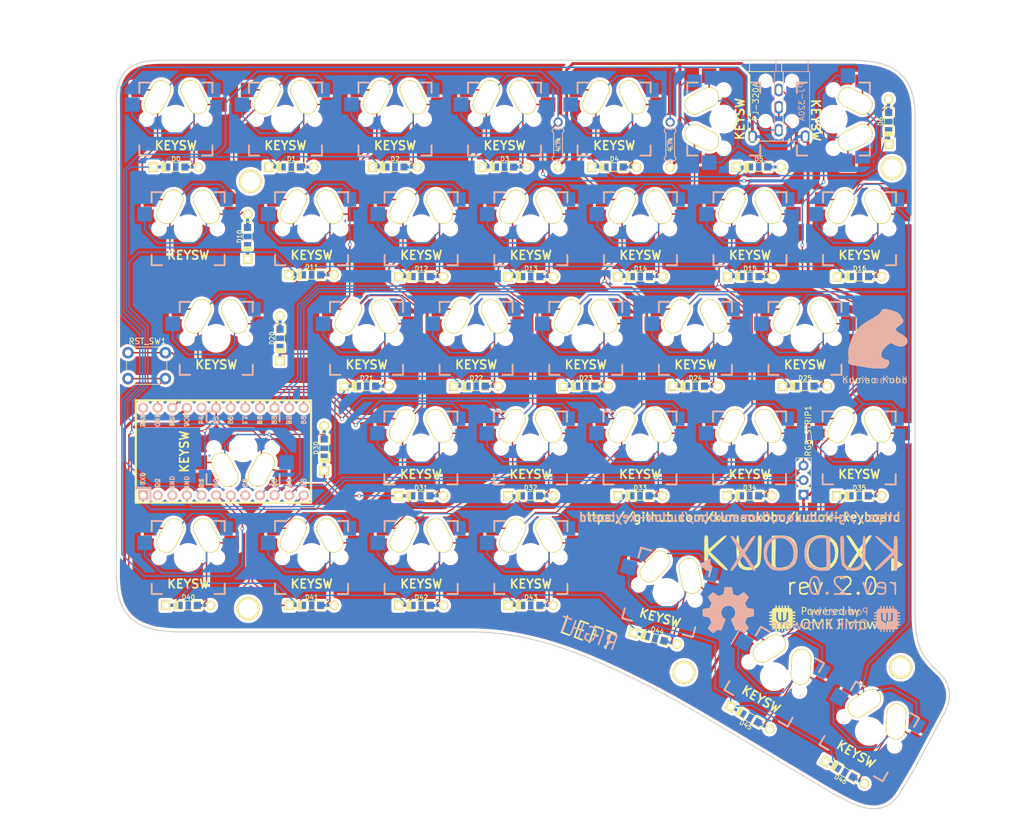
<source format=kicad_pcb>
(kicad_pcb (version 20171130) (host pcbnew "(6.0.0-rc1-dev-1469-g932b9a334)")
  (title_block (title "Kudox keyboard PCB") (date 2019-10-01) (rev 2.0) (comment 1 "designed by x1 and inken") (comment 2 https://github.com/kumaokobo/kudox-keyboard/tree/rev2.0/kudox/rev2))
  (layers (0 F.Cu signal) (31 B.Cu signal) (34 B.Paste user) (35 F.Paste user) (36 B.SilkS user) (37 F.SilkS user) (38 B.Mask user) (39 F.Mask user) (44 Edge.Cuts user))
  (net 0 "")
  (net 1 "Net-(D0-Pad2)")
  (net 2 row0)
  (net 3 "Net-(D1-Pad2)")
  (net 4 "Net-(D2-Pad2)")
  (net 5 "Net-(D3-Pad2)")
  (net 6 "Net-(D4-Pad2)")
  (net 7 "Net-(D5-Pad2)")
  (net 8 "Net-(D10-Pad2)")
  (net 9 row1)
  (net 10 "Net-(D11-Pad2)")
  (net 11 "Net-(D12-Pad2)")
  (net 12 "Net-(D13-Pad2)")
  (net 13 "Net-(D14-Pad2)")
  (net 14 "Net-(D15-Pad2)")
  (net 15 "Net-(D16-Pad2)")
  (net 16 "Net-(D20-Pad2)")
  (net 17 row2)
  (net 18 "Net-(D21-Pad2)")
  (net 19 "Net-(D22-Pad2)")
  (net 20 "Net-(D23-Pad2)")
  (net 21 "Net-(D24-Pad2)")
  (net 22 "Net-(D25-Pad2)")
  (net 23 "Net-(D30-Pad2)")
  (net 24 row3)
  (net 25 "Net-(D31-Pad2)")
  (net 26 "Net-(D32-Pad2)")
  (net 27 "Net-(D33-Pad2)")
  (net 28 "Net-(D34-Pad2)")
  (net 29 "Net-(D35-Pad2)")
  (net 30 "Net-(D40-Pad2)")
  (net 31 row4)
  (net 32 "Net-(D41-Pad2)")
  (net 33 "Net-(D42-Pad2)")
  (net 34 "Net-(D43-Pad2)")
  (net 35 "Net-(D44-Pad2)")
  (net 36 "Net-(D45-Pad2)")
  (net 37 "Net-(D46-Pad2)")
  (net 38 col0)
  (net 39 col1)
  (net 40 col2)
  (net 41 col3)
  (net 42 col4)
  (net 43 col5)
  (net 44 col6)
  (net 45 VCC)
  (net 46 SDA)
  (net 47 SCL)
  (net 48 rgb_data)
  (net 49 GND)
  (net 50 RST)
  (net 51 "Net-(U1-Pad2)")
  (net 52 "Net-(U1-Pad8)")
  (net 53 "Net-(U1-Pad20)")
  (net 54 "Net-(U1-Pad24)")
  (net 55 "Net-(D6-Pad2)")
  (module kudox_footprints:Mx_hotswappable (layer F.Cu) (at 92.58 117.47)
    (fp_text reference K40 hide)
    (fp_text value KEYSW (at 0 4.6) (layer F.SilkS) (effects (font (size 1.5 1.5) (thickness 0.3))))
    (pad 2 thru_hole oval (at 3.18 -3.81 26.8) (size 3.4 6.232) (drill oval 3 5.832) (layers *.Cu *.Mask F.SilkS) (net 30 "Net-(D40-Pad2)"))
    (pad 1 thru_hole oval (at -3.18 -3.81 333.2) (size 3.4 6.232) (drill oval 3 5.832) (layers *.Cu *.Mask F.SilkS) (net 38 col0))
    (pad 1 smd rect (at 6.64 -5.08) (size 2.2 2.5) (layers B.Cu B.Paste B.Mask) (net 38 col0))
    (pad "" np_thru_hole circle (at 0 0) (size 3.9878 3.9878) (drill 3.9878) (layers *.Cu *.Mask))
    (pad "" np_thru_hole circle (at 5.08 0) (size 1.7018 1.7018) (drill 1.7018) (layers *.Cu *.Mask))
    (pad "" np_thru_hole circle (at -5.08 0) (size 1.7018 1.7018) (drill 1.7018) (layers *.Cu *.Mask))
    (pad 2 smd rect (at -7.56 -2.54) (size 2.55 2.5) (layers B.Cu B.Paste B.Mask) (net 30 "Net-(D40-Pad2)"))
    (pad 1 smd rect (at -6.64 -5.08) (size 2.2 2.5) (layers F.Cu F.Paste F.Mask) (net 38 col0))
    (pad 2 smd rect (at 7.56 -2.54) (size 2.55 2.5) (layers F.Cu F.Paste F.Mask) (net 30 "Net-(D40-Pad2)"))
  )
  (module kudox_footprints:Mx_hotswappable (layer F.Cu) (at 190.28 60.29)
    (fp_text reference K15 hide)
    (fp_text value KEYSW (at 0 4.6) (layer F.SilkS) (effects (font (size 1.5 1.5) (thickness 0.3))))
    (pad 2 thru_hole oval (at 3.18 -3.81 26.8) (size 3.4 6.232) (drill oval 3 5.832) (layers *.Cu *.Mask F.SilkS) (net 14 "Net-(D15-Pad2)"))
    (pad 1 thru_hole oval (at -3.18 -3.81 333.2) (size 3.4 6.232) (drill oval 3 5.832) (layers *.Cu *.Mask F.SilkS) (net 43 col5))
    (pad 1 smd rect (at 6.64 -5.08) (size 2.2 2.5) (layers B.Cu B.Paste B.Mask) (net 43 col5))
    (pad "" np_thru_hole circle (at 0 0) (size 3.9878 3.9878) (drill 3.9878) (layers *.Cu *.Mask))
    (pad "" np_thru_hole circle (at 5.08 0) (size 1.7018 1.7018) (drill 1.7018) (layers *.Cu *.Mask))
    (pad "" np_thru_hole circle (at -5.08 0) (size 1.7018 1.7018) (drill 1.7018) (layers *.Cu *.Mask))
    (pad 2 smd rect (at -7.56 -2.54) (size 2.55 2.5) (layers B.Cu B.Paste B.Mask) (net 14 "Net-(D15-Pad2)"))
    (pad 1 smd rect (at -6.64 -5.08) (size 2.2 2.5) (layers F.Cu F.Paste F.Mask) (net 43 col5))
    (pad 2 smd rect (at 7.56 -2.54) (size 2.55 2.5) (layers F.Cu F.Paste F.Mask) (net 14 "Net-(D15-Pad2)"))
  )
  (module kudox_footprints:Mx_hotswappable (layer F.Cu) (at 166.66 41.23)
    (fp_text reference K4 hide)
    (fp_text value KEYSW (at 0 4.6) (layer F.SilkS) (effects (font (size 1.5 1.5) (thickness 0.3))))
    (pad 2 thru_hole oval (at 3.18 -3.81 26.8) (size 3.4 6.232) (drill oval 3 5.832) (layers *.Cu *.Mask F.SilkS) (net 6 "Net-(D4-Pad2)"))
    (pad 1 thru_hole oval (at -3.18 -3.81 333.2) (size 3.4 6.232) (drill oval 3 5.832) (layers *.Cu *.Mask F.SilkS) (net 42 col4))
    (pad 1 smd rect (at 6.64 -5.08) (size 2.2 2.5) (layers B.Cu B.Paste B.Mask) (net 42 col4))
    (pad "" np_thru_hole circle (at 0 0) (size 3.9878 3.9878) (drill 3.9878) (layers *.Cu *.Mask))
    (pad "" np_thru_hole circle (at 5.08 0) (size 1.7018 1.7018) (drill 1.7018) (layers *.Cu *.Mask))
    (pad "" np_thru_hole circle (at -5.08 0) (size 1.7018 1.7018) (drill 1.7018) (layers *.Cu *.Mask))
    (pad 2 smd rect (at -7.56 -2.54) (size 2.55 2.5) (layers B.Cu B.Paste B.Mask) (net 6 "Net-(D4-Pad2)"))
    (pad 1 smd rect (at -6.64 -5.08) (size 2.2 2.5) (layers F.Cu F.Paste F.Mask) (net 42 col4))
    (pad 2 smd rect (at 7.56 -2.54) (size 2.55 2.5) (layers F.Cu F.Paste F.Mask) (net 6 "Net-(D4-Pad2)"))
  )
  (module kudox_footprints:Mx_hotswappable (layer F.Cu) (at 90.42 41.23)
    (fp_text reference K0 hide)
    (fp_text value KEYSW (at 0 4.6) (layer F.SilkS) (effects (font (size 1.5 1.5) (thickness 0.3))))
    (pad 2 thru_hole oval (at 3.18 -3.81 26.8) (size 3.4 6.232) (drill oval 3 5.832) (layers *.Cu *.Mask F.SilkS) (net 1 "Net-(D0-Pad2)"))
    (pad 1 thru_hole oval (at -3.18 -3.81 333.2) (size 3.4 6.232) (drill oval 3 5.832) (layers *.Cu *.Mask F.SilkS) (net 38 col0))
    (pad 1 smd rect (at 6.64 -5.08) (size 2.2 2.5) (layers B.Cu B.Paste B.Mask) (net 38 col0))
    (pad "" np_thru_hole circle (at 0 0) (size 3.9878 3.9878) (drill 3.9878) (layers *.Cu *.Mask))
    (pad "" np_thru_hole circle (at 5.08 0) (size 1.7018 1.7018) (drill 1.7018) (layers *.Cu *.Mask))
    (pad "" np_thru_hole circle (at -5.08 0) (size 1.7018 1.7018) (drill 1.7018) (layers *.Cu *.Mask))
    (pad 2 smd rect (at -7.56 -2.54) (size 2.55 2.5) (layers B.Cu B.Paste B.Mask) (net 1 "Net-(D0-Pad2)"))
    (pad 1 smd rect (at -6.64 -5.08) (size 2.2 2.5) (layers F.Cu F.Paste F.Mask) (net 38 col0))
    (pad 2 smd rect (at 7.56 -2.54) (size 2.55 2.5) (layers F.Cu F.Paste F.Mask) (net 1 "Net-(D0-Pad2)"))
  )
  (module kudox_footprints:Mx_hotswappable (layer F.Cu) (at 102.13 98.41 180)
    (fp_text reference K30 hide)
    (fp_text value KEYSW (at 10.23 -0.65 90) (layer F.SilkS) (effects (font (size 1.5 1.5) (thickness 0.3))))
    (pad 2 thru_hole oval (at 3.18 -3.81 206.8) (size 3.4 6.232) (drill oval 3 5.832) (layers *.Cu *.Mask F.SilkS) (net 23 "Net-(D30-Pad2)"))
    (pad 1 thru_hole oval (at -3.18 -3.81 153.2) (size 3.4 6.232) (drill oval 3 5.832) (layers *.Cu *.Mask F.SilkS) (net 38 col0))
    (pad 1 smd rect (at 6.64 -5.08 180) (size 2.2 2.5) (layers B.Cu B.Paste B.Mask) (net 38 col0))
    (pad "" np_thru_hole circle (at 0 0 180) (size 3.9878 3.9878) (drill 3.9878) (layers *.Cu *.Mask))
    (pad "" np_thru_hole circle (at 5.08 0 180) (size 1.7018 1.7018) (drill 1.7018) (layers *.Cu *.Mask))
    (pad "" np_thru_hole circle (at -5.08 0 180) (size 1.7018 1.7018) (drill 1.7018) (layers *.Cu *.Mask))
    (pad 2 smd rect (at -7.56 -2.54 180) (size 2.55 2.5) (layers B.Cu B.Paste B.Mask) (net 23 "Net-(D30-Pad2)"))
    (pad 1 smd rect (at -6.64 -5.08 180) (size 2.2 2.5) (layers F.Cu F.Paste F.Mask) (net 38 col0))
    (pad 2 smd rect (at 7.56 -2.54 180) (size 2.55 2.5) (layers F.Cu F.Paste F.Mask) (net 23 "Net-(D30-Pad2)"))
  )
  (module kudox_footprints:Mx_hotswappable (layer F.Cu) (at 114.04 117.47)
    (fp_text reference K41 hide)
    (fp_text value KEYSW (at 0 4.6) (layer F.SilkS) (effects (font (size 1.5 1.5) (thickness 0.3))))
    (pad 2 thru_hole oval (at 3.18 -3.81 26.8) (size 3.4 6.232) (drill oval 3 5.832) (layers *.Cu *.Mask F.SilkS) (net 32 "Net-(D41-Pad2)"))
    (pad 1 thru_hole oval (at -3.18 -3.81 333.2) (size 3.4 6.232) (drill oval 3 5.832) (layers *.Cu *.Mask F.SilkS) (net 39 col1))
    (pad 1 smd rect (at 6.64 -5.08) (size 2.2 2.5) (layers B.Cu B.Paste B.Mask) (net 39 col1))
    (pad "" np_thru_hole circle (at 0 0) (size 3.9878 3.9878) (drill 3.9878) (layers *.Cu *.Mask))
    (pad "" np_thru_hole circle (at 5.08 0) (size 1.7018 1.7018) (drill 1.7018) (layers *.Cu *.Mask))
    (pad "" np_thru_hole circle (at -5.08 0) (size 1.7018 1.7018) (drill 1.7018) (layers *.Cu *.Mask))
    (pad 2 smd rect (at -7.56 -2.54) (size 2.55 2.5) (layers B.Cu B.Paste B.Mask) (net 32 "Net-(D41-Pad2)"))
    (pad 1 smd rect (at -6.64 -5.08) (size 2.2 2.5) (layers F.Cu F.Paste F.Mask) (net 39 col1))
    (pad 2 smd rect (at 7.56 -2.54) (size 2.55 2.5) (layers F.Cu F.Paste F.Mask) (net 32 "Net-(D41-Pad2)"))
  )
  (module kudox_footprints:ArduinoProMicro (layer F.Cu) (at 98.7 99.04)
    (fp_text reference U1 hide)
    (fp_text value ProMicro hide)
    (fp_text user D2 (at -11.43 5.461 -90) (layer B.SilkS) (effects (font (size 0.8 0.8)) (justify mirror)))
    (fp_text user D0 (at -1.27 5.461 -90) (layer B.SilkS) (effects (font (size 0.8 0.8)) (justify mirror)))
    (fp_text user D1 (at -3.81 5.461 -90) (layer B.SilkS) (effects (font (size 0.8 0.8)) (justify mirror)))
    (fp_text user GND (at -6.35 5.461 -90) (layer B.SilkS) (effects (font (size 0.8 0.8)) (justify mirror)))
    (fp_text user GND (at -8.89 5.461 -90) (layer B.SilkS) (effects (font (size 0.8 0.8)) (justify mirror)))
    (fp_text user D4 (at 1.27 5.461 -90) (layer B.SilkS) (effects (font (size 0.8 0.8)) (justify mirror)))
    (fp_text user C6 (at 3.81 5.461 -90) (layer B.SilkS) (effects (font (size 0.8 0.8)) (justify mirror)))
    (fp_text user D7 (at 6.35 5.461 -90) (layer B.SilkS) (effects (font (size 0.8 0.8)) (justify mirror)))
    (fp_text user E6 (at 8.89 5.461 -90) (layer B.SilkS) (effects (font (size 0.8 0.8)) (justify mirror)))
    (fp_text user B4 (at 11.43 5.461 -90) (layer B.SilkS) (effects (font (size 0.8 0.8)) (justify mirror)))
    (fp_text user B5 (at 13.97 5.461 -90) (layer B.SilkS) (effects (font (size 0.8 0.8)) (justify mirror)))
    (fp_text user B6 (at 13.97 -5.461 -90) (layer B.SilkS) (effects (font (size 0.8 0.8)) (justify mirror)))
    (fp_text user B2 (at 11.43 -5.461 -90) (layer F.SilkS) (effects (font (size 0.8 0.8))))
    (fp_text user B3 (at 8.89 -5.461 -90) (layer B.SilkS) (effects (font (size 0.8 0.8)) (justify mirror)))
    (fp_text user B1 (at 6.35 -5.461 -90) (layer B.SilkS) (effects (font (size 0.8 0.8)) (justify mirror)))
    (fp_text user F7 (at 3.81 -5.461 -90) (layer F.SilkS) (effects (font (size 0.8 0.8))))
    (fp_text user F6 (at 1.27 -5.461 -90) (layer F.SilkS) (effects (font (size 0.8 0.8))))
    (fp_text user F5 (at -1.27 -5.461 -90) (layer F.SilkS) (effects (font (size 0.8 0.8))))
    (fp_text user F4 (at -3.81 -5.461 -90) (layer B.SilkS) (effects (font (size 0.8 0.8)) (justify mirror)))
    (fp_text user VCC (at -6.35 -5.461 -90) (layer B.SilkS) (effects (font (size 0.8 0.8)) (justify mirror)))
    (fp_text user RST (at -8.89 -5.461 -90) (layer B.SilkS) (effects (font (size 0.8 0.8)) (justify mirror)))
    (fp_text user GND (at -11.43 -5.461 -90) (layer B.SilkS) (effects (font (size 0.8 0.8)) (justify mirror)))
    (fp_text user RAW (at -13.97 -5.461 -90) (layer B.SilkS) (effects (font (size 0.8 0.8)) (justify mirror)))
    (fp_text user RAW (at -13.97 -5.461 -90) (layer F.SilkS) (effects (font (size 0.8 0.8))))
    (fp_text user GND (at -11.43 -5.461 -90) (layer F.SilkS) (effects (font (size 0.8 0.8))))
    (fp_text user RST (at -8.89 -5.461 -90) (layer F.SilkS) (effects (font (size 0.8 0.8))))
    (fp_text user VCC (at -6.35 -5.461 -90) (layer F.SilkS) (effects (font (size 0.8 0.8))))
    (fp_text user F4 (at -3.81 -5.461 -90) (layer F.SilkS) (effects (font (size 0.8 0.8))))
    (fp_text user F5 (at -1.27 -5.461 -90) (layer B.SilkS) (effects (font (size 0.8 0.8)) (justify mirror)))
    (fp_text user F6 (at 1.27 -5.461 -90) (layer B.SilkS) (effects (font (size 0.8 0.8)) (justify mirror)))
    (fp_text user F7 (at 3.81 -5.461 -90) (layer B.SilkS) (effects (font (size 0.8 0.8)) (justify mirror)))
    (fp_text user B1 (at 6.35 -5.461 -90) (layer F.SilkS) (effects (font (size 0.8 0.8))))
    (fp_text user B3 (at 8.89 -5.461 -90) (layer F.SilkS) (effects (font (size 0.8 0.8))))
    (fp_text user B2 (at 11.43 -5.461 -90) (layer B.SilkS) (effects (font (size 0.8 0.8)) (justify mirror)))
    (fp_text user B6 (at 13.97 -5.461 -90) (layer F.SilkS) (effects (font (size 0.8 0.8))))
    (fp_text user B5 (at 13.97 5.461 -90) (layer F.SilkS) (effects (font (size 0.8 0.8))))
    (fp_text user B4 (at 11.43 5.461 -90) (layer F.SilkS) (effects (font (size 0.8 0.8))))
    (fp_text user E6 (at 8.89 5.461 -90) (layer F.SilkS) (effects (font (size 0.8 0.8))))
    (fp_text user D7 (at 6.35 5.461 -90) (layer F.SilkS) (effects (font (size 0.8 0.8))))
    (fp_text user C6 (at 3.81 5.461 -90) (layer F.SilkS) (effects (font (size 0.8 0.8))))
    (fp_text user D4 (at 1.27 5.461 -90) (layer F.SilkS) (effects (font (size 0.8 0.8))))
    (fp_text user GND (at -8.89 5.461 -90) (layer F.SilkS) (effects (font (size 0.8 0.8))))
    (fp_text user GND (at -6.35 5.461 -90) (layer F.SilkS) (effects (font (size 0.8 0.8))))
    (fp_text user D1 (at -3.81 5.461 -90) (layer F.SilkS) (effects (font (size 0.8 0.8))))
    (fp_text user D0 (at -1.27 5.461 -90) (layer F.SilkS) (effects (font (size 0.8 0.8))))
    (fp_text user D2 (at -11.43 5.461 -90) (layer F.SilkS) (effects (font (size 0.8 0.8))))
    (fp_text user TX0 (at -13.97 4.826 -90) (layer B.SilkS) (effects (font (size 0.8 0.8)) (justify mirror)))
    (fp_text user TX0 (at -13.97 4.699 -90) (layer F.SilkS) (effects (font (size 0.8 0.8))))
    (pad 1 thru_hole rect (at -13.97 7.62) (size 1.7526 1.7526) (drill 1.0922) (layers *.Cu *.SilkS *.Mask) (net 48 rgb_data))
    (pad 2 thru_hole circle (at -11.43 7.62) (size 1.7526 1.7526) (drill 1.0922) (layers *.Cu *.SilkS *.Mask) (net 51 "Net-(U1-Pad2)"))
    (pad 3 thru_hole circle (at -8.89 7.62) (size 1.7526 1.7526) (drill 1.0922) (layers *.Cu *.SilkS *.Mask) (net 49 GND))
    (pad 4 thru_hole circle (at -6.35 7.62) (size 1.7526 1.7526) (drill 1.0922) (layers *.Cu *.SilkS *.Mask) (net 49 GND))
    (pad 5 thru_hole circle (at -3.81 7.62) (size 1.7526 1.7526) (drill 1.0922) (layers *.Cu *.SilkS *.Mask) (net 46 SDA))
    (pad 6 thru_hole circle (at -1.27 7.62) (size 1.7526 1.7526) (drill 1.0922) (layers *.Cu *.SilkS *.Mask) (net 47 SCL))
    (pad 7 thru_hole circle (at 1.27 7.62) (size 1.7526 1.7526) (drill 1.0922) (layers *.Cu *.SilkS *.Mask) (net 2 row0))
    (pad 8 thru_hole circle (at 3.81 7.62) (size 1.7526 1.7526) (drill 1.0922) (layers *.Cu *.SilkS *.Mask) (net 52 "Net-(U1-Pad8)"))
    (pad 9 thru_hole circle (at 6.35 7.62) (size 1.7526 1.7526) (drill 1.0922) (layers *.Cu *.SilkS *.Mask) (net 9 row1))
    (pad 10 thru_hole circle (at 8.89 7.62) (size 1.7526 1.7526) (drill 1.0922) (layers *.Cu *.SilkS *.Mask) (net 17 row2))
    (pad 11 thru_hole circle (at 11.43 7.62) (size 1.7526 1.7526) (drill 1.0922) (layers *.Cu *.SilkS *.Mask) (net 24 row3))
    (pad 13 thru_hole circle (at 13.97 -7.62) (size 1.7526 1.7526) (drill 1.0922) (layers *.Cu *.SilkS *.Mask) (net 44 col6))
    (pad 14 thru_hole circle (at 11.43 -7.62) (size 1.7526 1.7526) (drill 1.0922) (layers *.Cu *.SilkS *.Mask) (net 43 col5))
    (pad 15 thru_hole circle (at 8.89 -7.62) (size 1.7526 1.7526) (drill 1.0922) (layers *.Cu *.SilkS *.Mask) (net 42 col4))
    (pad 16 thru_hole circle (at 6.35 -7.62) (size 1.7526 1.7526) (drill 1.0922) (layers *.Cu *.SilkS *.Mask) (net 41 col3))
    (pad 17 thru_hole circle (at 3.81 -7.62) (size 1.7526 1.7526) (drill 1.0922) (layers *.Cu *.SilkS *.Mask) (net 40 col2))
    (pad 18 thru_hole circle (at 1.27 -7.62) (size 1.7526 1.7526) (drill 1.0922) (layers *.Cu *.SilkS *.Mask) (net 39 col1))
    (pad 19 thru_hole circle (at -1.27 -7.62) (size 1.7526 1.7526) (drill 1.0922) (layers *.Cu *.SilkS *.Mask) (net 38 col0))
    (pad 20 thru_hole circle (at -3.81 -7.62) (size 1.7526 1.7526) (drill 1.0922) (layers *.Cu *.SilkS *.Mask) (net 53 "Net-(U1-Pad20)"))
    (pad 21 thru_hole circle (at -6.35 -7.62) (size 1.7526 1.7526) (drill 1.0922) (layers *.Cu *.SilkS *.Mask) (net 45 VCC))
    (pad 22 thru_hole circle (at -8.89 -7.62) (size 1.7526 1.7526) (drill 1.0922) (layers *.Cu *.SilkS *.Mask) (net 50 RST))
    (pad 23 thru_hole circle (at -11.43 -7.62) (size 1.7526 1.7526) (drill 1.0922) (layers *.Cu *.SilkS *.Mask) (net 49 GND))
    (pad 12 thru_hole circle (at 13.97 7.62) (size 1.7526 1.7526) (drill 1.0922) (layers *.Cu *.SilkS *.Mask) (net 31 row4))
    (pad 24 thru_hole circle (at -13.97 -7.62) (size 1.7526 1.7526) (drill 1.0922) (layers *.Cu *.SilkS *.Mask) (net 54 "Net-(U1-Pad24)"))
  )
  (module kudox_footprints:Mx_hotswappable (layer F.Cu) (at 161.72 79.35)
    (fp_text reference K23 hide)
    (fp_text value KEYSW (at 0 4.6) (layer F.SilkS) (effects (font (size 1.5 1.5) (thickness 0.3))))
    (pad 2 thru_hole oval (at 3.18 -3.81 26.8) (size 3.4 6.232) (drill oval 3 5.832) (layers *.Cu *.Mask F.SilkS) (net 20 "Net-(D23-Pad2)"))
    (pad 1 thru_hole oval (at -3.18 -3.81 333.2) (size 3.4 6.232) (drill oval 3 5.832) (layers *.Cu *.Mask F.SilkS) (net 41 col3))
    (pad 1 smd rect (at 6.64 -5.08) (size 2.2 2.5) (layers B.Cu B.Paste B.Mask) (net 41 col3))
    (pad "" np_thru_hole circle (at 0 0) (size 3.9878 3.9878) (drill 3.9878) (layers *.Cu *.Mask))
    (pad "" np_thru_hole circle (at 5.08 0) (size 1.7018 1.7018) (drill 1.7018) (layers *.Cu *.Mask))
    (pad "" np_thru_hole circle (at -5.08 0) (size 1.7018 1.7018) (drill 1.7018) (layers *.Cu *.Mask))
    (pad 2 smd rect (at -7.56 -2.54) (size 2.55 2.5) (layers B.Cu B.Paste B.Mask) (net 20 "Net-(D23-Pad2)"))
    (pad 1 smd rect (at -6.64 -5.08) (size 2.2 2.5) (layers F.Cu F.Paste F.Mask) (net 41 col3))
    (pad 2 smd rect (at 7.56 -2.54) (size 2.55 2.5) (layers F.Cu F.Paste F.Mask) (net 20 "Net-(D23-Pad2)"))
  )
  (module kudox_footprints:Mx_hotswappable (layer F.Cu) (at 97.45 79.35)
    (fp_text reference K20 hide)
    (fp_text value KEYSW (at 0 4.6) (layer F.SilkS) (effects (font (size 1.5 1.5) (thickness 0.3))))
    (pad 2 thru_hole oval (at 3.18 -3.81 26.8) (size 3.4 6.232) (drill oval 3 5.832) (layers *.Cu *.Mask F.SilkS) (net 16 "Net-(D20-Pad2)"))
    (pad 1 thru_hole oval (at -3.18 -3.81 333.2) (size 3.4 6.232) (drill oval 3 5.832) (layers *.Cu *.Mask F.SilkS) (net 38 col0))
    (pad 1 smd rect (at 6.64 -5.08) (size 2.2 2.5) (layers B.Cu B.Paste B.Mask) (net 38 col0))
    (pad "" np_thru_hole circle (at 0 0) (size 3.9878 3.9878) (drill 3.9878) (layers *.Cu *.Mask))
    (pad "" np_thru_hole circle (at 5.08 0) (size 1.7018 1.7018) (drill 1.7018) (layers *.Cu *.Mask))
    (pad "" np_thru_hole circle (at -5.08 0) (size 1.7018 1.7018) (drill 1.7018) (layers *.Cu *.Mask))
    (pad 2 smd rect (at -7.56 -2.54) (size 2.55 2.5) (layers B.Cu B.Paste B.Mask) (net 16 "Net-(D20-Pad2)"))
    (pad 1 smd rect (at -6.64 -5.08) (size 2.2 2.5) (layers F.Cu F.Paste F.Mask) (net 38 col0))
    (pad 2 smd rect (at 7.56 -2.54) (size 2.55 2.5) (layers F.Cu F.Paste F.Mask) (net 16 "Net-(D20-Pad2)"))
  )
  (module kudox_footprints:Mx_hotswappable (layer F.Cu) (at 92.57 60.29)
    (fp_text reference K10 hide)
    (fp_text value KEYSW (at 0 4.6) (layer F.SilkS) (effects (font (size 1.5 1.5) (thickness 0.3))))
    (pad 2 thru_hole oval (at 3.18 -3.81 26.8) (size 3.4 6.232) (drill oval 3 5.832) (layers *.Cu *.Mask F.SilkS) (net 8 "Net-(D10-Pad2)"))
    (pad 1 thru_hole oval (at -3.18 -3.81 333.2) (size 3.4 6.232) (drill oval 3 5.832) (layers *.Cu *.Mask F.SilkS) (net 38 col0))
    (pad 1 smd rect (at 6.64 -5.08) (size 2.2 2.5) (layers B.Cu B.Paste B.Mask) (net 38 col0))
    (pad "" np_thru_hole circle (at 0 0) (size 3.9878 3.9878) (drill 3.9878) (layers *.Cu *.Mask))
    (pad "" np_thru_hole circle (at 5.08 0) (size 1.7018 1.7018) (drill 1.7018) (layers *.Cu *.Mask))
    (pad "" np_thru_hole circle (at -5.08 0) (size 1.7018 1.7018) (drill 1.7018) (layers *.Cu *.Mask))
    (pad 2 smd rect (at -7.56 -2.54) (size 2.55 2.5) (layers B.Cu B.Paste B.Mask) (net 8 "Net-(D10-Pad2)"))
    (pad 1 smd rect (at -6.64 -5.08) (size 2.2 2.5) (layers F.Cu F.Paste F.Mask) (net 38 col0))
    (pad 2 smd rect (at 7.56 -2.54) (size 2.55 2.5) (layers F.Cu F.Paste F.Mask) (net 8 "Net-(D10-Pad2)"))
  )
  (module kudox_footprints:kumao-icon-right-s (layer F.Cu) (at 214.36 79.46)
    (fp_text reference G*** hide)
    (fp_text value LOGO hide)
  )
  (module kudox_footprints:kumao-icon-left-s (layer B.Cu) (at 212.5 79.46 180)
    (fp_text reference G*** hide)
    (fp_text value LOGO hide)
  )
  (module kudox_footprints:Mx_hotswappable (layer F.Cu) (at 211.03 147.72 330)
    (fp_text reference K46 hide)
    (fp_text value KEYSW (at 0 4.6 330) (layer F.SilkS) (effects (font (size 1.5 1.5) (thickness 0.3))))
    (pad 2 thru_hole oval (at 3.18 -3.81 356.8) (size 3.4 6.232) (drill oval 3 5.832) (layers *.Cu *.Mask F.SilkS) (net 37 "Net-(D46-Pad2)"))
    (pad 1 thru_hole oval (at -3.18 -3.81 303.2) (size 3.4 6.232) (drill oval 3 5.832) (layers *.Cu *.Mask F.SilkS) (net 44 col6))
    (pad 1 smd rect (at 6.64 -5.08 330) (size 2.2 2.5) (layers B.Cu B.Paste B.Mask) (net 44 col6))
    (pad "" np_thru_hole circle (at 0 0 330) (size 3.9878 3.9878) (drill 3.9878) (layers *.Cu *.Mask))
    (pad "" np_thru_hole circle (at 5.08 0 330) (size 1.7018 1.7018) (drill 1.7018) (layers *.Cu *.Mask))
    (pad "" np_thru_hole circle (at -5.08 0 330) (size 1.7018 1.7018) (drill 1.7018) (layers *.Cu *.Mask))
    (pad 2 smd rect (at -7.56 -2.54 330) (size 2.55 2.5) (layers B.Cu B.Paste B.Mask) (net 37 "Net-(D46-Pad2)"))
    (pad 1 smd rect (at -6.64 -5.08 330) (size 2.2 2.5) (layers F.Cu F.Paste F.Mask) (net 44 col6))
    (pad 2 smd rect (at 7.56 -2.54 330) (size 2.55 2.5) (layers F.Cu F.Paste F.Mask) (net 37 "Net-(D46-Pad2)"))
  )
  (module kudox_footprints:Mx_hotswappable (layer F.Cu) (at 194.5 138.2 330)
    (fp_text reference K45 hide)
    (fp_text value KEYSW (at 0 4.6 330) (layer F.SilkS) (effects (font (size 1.5 1.5) (thickness 0.3))))
    (pad 2 thru_hole oval (at 3.18 -3.81 356.8) (size 3.4 6.232) (drill oval 3 5.832) (layers *.Cu *.Mask F.SilkS) (net 36 "Net-(D45-Pad2)"))
    (pad 1 thru_hole oval (at -3.18 -3.81 303.2) (size 3.4 6.232) (drill oval 3 5.832) (layers *.Cu *.Mask F.SilkS) (net 43 col5))
    (pad 1 smd rect (at 6.64 -5.08 330) (size 2.2 2.5) (layers B.Cu B.Paste B.Mask) (net 43 col5))
    (pad "" np_thru_hole circle (at 0 0 330) (size 3.9878 3.9878) (drill 3.9878) (layers *.Cu *.Mask))
    (pad "" np_thru_hole circle (at 5.08 0 330) (size 1.7018 1.7018) (drill 1.7018) (layers *.Cu *.Mask))
    (pad "" np_thru_hole circle (at -5.08 0 330) (size 1.7018 1.7018) (drill 1.7018) (layers *.Cu *.Mask))
    (pad 2 smd rect (at -7.56 -2.54 330) (size 2.55 2.5) (layers B.Cu B.Paste B.Mask) (net 36 "Net-(D45-Pad2)"))
    (pad 1 smd rect (at -6.64 -5.08 330) (size 2.2 2.5) (layers F.Cu F.Paste F.Mask) (net 43 col5))
    (pad 2 smd rect (at 7.56 -2.54 330) (size 2.55 2.5) (layers F.Cu F.Paste F.Mask) (net 36 "Net-(D45-Pad2)"))
  )
  (module kudox_footprints:Diode-dual (layer F.Cu) (at 206.8 154.86 150)
    (fp_text reference D46 (at 0.049519 -1.41423 -30) (layer F.SilkS) (effects (font (size 0.8 0.8))))
    (fp_text value D hide)
    (pad 2 smd rect (at -2.7 0 150) (size 2.5 0.5) (layers B.Cu) (net 37 "Net-(D46-Pad2)"))
    (pad 2 smd rect (at -1.575 0 150) (size 1.2 1.2) (layers B.Cu B.Paste B.Mask) (net 37 "Net-(D46-Pad2)"))
    (pad 1 smd rect (at 1.575 0 150) (size 1.2 1.2) (layers B.Cu B.Paste B.Mask) (net 31 row4))
    (pad 1 smd rect (at 2.7 0 150) (size 2.5 0.5) (layers B.Cu) (net 31 row4))
    (pad 1 smd rect (at 1.575 0 150) (size 1.2 1.2) (layers F.Cu F.Paste F.Mask) (net 31 row4))
    (pad 2 smd rect (at -1.575 0 150) (size 1.2 1.2) (layers F.Cu F.Paste F.Mask) (net 37 "Net-(D46-Pad2)"))
    (pad 2 thru_hole circle (at -3.9 0 150) (size 1.6 1.6) (drill 1) (layers *.Cu *.Mask F.SilkS) (net 37 "Net-(D46-Pad2)"))
    (pad 1 thru_hole rect (at 3.9 0 150) (size 1.6 1.6) (drill 1) (layers *.Cu *.Mask F.SilkS) (net 31 row4))
    (pad 2 smd rect (at -2.7 0 150) (size 2.5 0.5) (layers F.Cu) (net 37 "Net-(D46-Pad2)"))
    (pad 1 smd rect (at 2.7 0 150) (size 2.5 0.5) (layers F.Cu) (net 31 row4))
  )
  (module kudox_footprints:Diode-dual (layer F.Cu) (at 114.04 68.31 180)
    (fp_text reference D11 (at -0.0254 1.4) (layer F.SilkS) (effects (font (size 0.8 0.8))))
    (fp_text value D hide)
    (pad 2 smd rect (at -2.7 0 180) (size 2.5 0.5) (layers B.Cu) (net 10 "Net-(D11-Pad2)"))
    (pad 2 smd rect (at -1.575 0 180) (size 1.2 1.2) (layers B.Cu B.Paste B.Mask) (net 10 "Net-(D11-Pad2)"))
    (pad 1 smd rect (at 1.575 0 180) (size 1.2 1.2) (layers B.Cu B.Paste B.Mask) (net 9 row1))
    (pad 1 smd rect (at 2.7 0 180) (size 2.5 0.5) (layers B.Cu) (net 9 row1))
    (pad 1 smd rect (at 1.575 0 180) (size 1.2 1.2) (layers F.Cu F.Paste F.Mask) (net 9 row1))
    (pad 2 smd rect (at -1.575 0 180) (size 1.2 1.2) (layers F.Cu F.Paste F.Mask) (net 10 "Net-(D11-Pad2)"))
    (pad 2 thru_hole circle (at -3.9 0 180) (size 1.6 1.6) (drill 1) (layers *.Cu *.Mask F.SilkS) (net 10 "Net-(D11-Pad2)"))
    (pad 1 thru_hole rect (at 3.9 0 180) (size 1.6 1.6) (drill 1) (layers *.Cu *.Mask F.SilkS) (net 9 row1))
    (pad 2 smd rect (at -2.7 0 180) (size 2.5 0.5) (layers F.Cu) (net 10 "Net-(D11-Pad2)"))
    (pad 1 smd rect (at 2.7 0 180) (size 2.5 0.5) (layers F.Cu) (net 9 row1))
  )
  (module kudox_footprints:TRRS-PJ-320A-dual (layer F.Cu) (at 195.3 32.96)
    (fp_text reference TRRS1)
    (fp_text value Audio-Jack-4)
    (fp_text user PJ-320A (at 4 5.25 270) (layer B.SilkS) (effects (justify mirror)))
    (fp_text user PJ-320A (at -4 5.25 90) (layer F.SilkS))
    (pad "" np_thru_hole circle (at 2.3 8.6) (size 1.5 1.5) (drill 1.5) (layers *.Cu *.Mask))
    (pad "" np_thru_hole circle (at 2.3 1.6) (size 1.5 1.5) (drill 1.5) (layers *.Cu *.Mask))
    (pad 1 thru_hole oval (at 4.6 11.3) (size 1.6 2.2) (drill oval 0.9 1.5) (layers *.Cu *.Mask) (net 45 VCC))
    (pad 1 thru_hole oval (at -4.6 11.3) (size 1.6 2.2) (drill oval 0.9 1.5) (layers *.Cu *.Mask) (net 45 VCC))
    (pad 2 thru_hole oval (at 0 10.2) (size 1.6 2.2) (drill oval 0.9 1.5) (layers *.Cu *.Mask) (net 47 SCL))
    (pad 4 thru_hole oval (at 0 3.2) (size 1.6 2.2) (drill oval 0.9 1.5) (layers *.Cu *.Mask) (net 49 GND))
    (pad "" np_thru_hole circle (at -2.3 8.6) (size 1.5 1.5) (drill 1.5) (layers *.Cu *.Mask))
    (pad "" np_thru_hole circle (at -2.3 1.6) (size 1.5 1.5) (drill 1.5) (layers *.Cu *.Mask))
    (pad 3 thru_hole oval (at 0 6.2) (size 1.6 2.2) (drill oval 0.9 1.5) (layers *.Cu *.Mask) (net 46 SDA))
  )
  (module keyboard_parts:HOLE_M3 (layer F.Cu) (at 215 49.76)
    (fp_text reference HOLE_M3 hide)
    (fp_text value VAL** hide)
    (pad 1 thru_hole circle (at 0 0) (size 4 4) (drill 3.2) (layers *.Cu *.Mask F.SilkS))
  )
  (module kudox_footprints:Mx_hotswappable (layer F.Cu) (at 185.72 41.23 90)
    (fp_text reference K5 hide)
    (fp_text value KEYSW (at 0.02 2.83 90) (layer F.SilkS) (effects (font (size 1.5 1.5) (thickness 0.3))))
    (pad 2 thru_hole oval (at 3.18 -3.81 116.8) (size 3.4 6.232) (drill oval 3 5.832) (layers *.Cu *.Mask F.SilkS) (net 7 "Net-(D5-Pad2)"))
    (pad 1 thru_hole oval (at -3.18 -3.81 63.2) (size 3.4 6.232) (drill oval 3 5.832) (layers *.Cu *.Mask F.SilkS) (net 43 col5))
    (pad 1 smd rect (at 6.64 -5.08 90) (size 2.2 2.5) (layers B.Cu B.Paste B.Mask) (net 43 col5))
    (pad "" np_thru_hole circle (at 0 0 90) (size 3.9878 3.9878) (drill 3.9878) (layers *.Cu *.Mask))
    (pad "" np_thru_hole circle (at 5.08 0 90) (size 1.7018 1.7018) (drill 1.7018) (layers *.Cu *.Mask))
    (pad "" np_thru_hole circle (at -5.08 0 90) (size 1.7018 1.7018) (drill 1.7018) (layers *.Cu *.Mask))
    (pad 2 smd rect (at -7.56 -2.54 90) (size 2.55 2.5) (layers B.Cu B.Paste B.Mask) (net 7 "Net-(D5-Pad2)"))
    (pad 1 smd rect (at -6.64 -5.08 90) (size 2.2 2.5) (layers F.Cu F.Paste F.Mask) (net 43 col5))
    (pad 2 smd rect (at 7.56 -2.54 90) (size 2.55 2.5) (layers F.Cu F.Paste F.Mask) (net 7 "Net-(D5-Pad2)"))
  )
  (module kudox_footprints:Resistor-Compact (layer F.Cu) (at 156.9 45.66 90)
    (fp_text reference R1 (at 0 0 90) (layer B.SilkS) (effects (font (size 0.8 0.8)) (justify mirror)))
    (fp_text value 4.7k (at 0 0 90) (layer F.SilkS) (effects (font (size 0.8 0.8))))
    (pad 2 thru_hole circle (at -3.9 0 90) (size 1.6 1.6) (drill 1) (layers *.Cu *.Mask F.SilkS) (net 45 VCC))
    (pad 1 thru_hole circle (at 3.9 0 90) (size 1.6 1.6) (drill 1) (layers *.Cu *.Mask) (net 46 SDA))
  )
  (module kudox_footprints:Mx_hotswappable (layer F.Cu) (at 209.34 60.29)
    (fp_text reference K16 hide)
    (fp_text value KEYSW (at 0 4.6) (layer F.SilkS) (effects (font (size 1.5 1.5) (thickness 0.3))))
    (pad 2 thru_hole oval (at 3.18 -3.81 26.8) (size 3.4 6.232) (drill oval 3 5.832) (layers *.Cu *.Mask F.SilkS) (net 15 "Net-(D16-Pad2)"))
    (pad 1 thru_hole oval (at -3.18 -3.81 333.2) (size 3.4 6.232) (drill oval 3 5.832) (layers *.Cu *.Mask F.SilkS) (net 44 col6))
    (pad 1 smd rect (at 6.64 -5.08) (size 2.2 2.5) (layers B.Cu B.Paste B.Mask) (net 44 col6))
    (pad "" np_thru_hole circle (at 0 0) (size 3.9878 3.9878) (drill 3.9878) (layers *.Cu *.Mask))
    (pad "" np_thru_hole circle (at 5.08 0) (size 1.7018 1.7018) (drill 1.7018) (layers *.Cu *.Mask))
    (pad "" np_thru_hole circle (at -5.08 0) (size 1.7018 1.7018) (drill 1.7018) (layers *.Cu *.Mask))
    (pad 2 smd rect (at -7.56 -2.54) (size 2.55 2.5) (layers B.Cu B.Paste B.Mask) (net 15 "Net-(D16-Pad2)"))
    (pad 1 smd rect (at -6.64 -5.08) (size 2.2 2.5) (layers F.Cu F.Paste F.Mask) (net 44 col6))
    (pad 2 smd rect (at 7.56 -2.54) (size 2.55 2.5) (layers F.Cu F.Paste F.Mask) (net 15 "Net-(D16-Pad2)"))
  )
  (module kudox_footprints:Diode-dual (layer F.Cu) (at 190.3 145.36 150)
    (fp_text reference D45 (at 0.024519 -1.457532 -30) (layer F.SilkS) (effects (font (size 0.8 0.8))))
    (fp_text value D hide)
    (pad 1 smd rect (at 2.7 0 150) (size 2.5 0.5) (layers F.Cu) (net 31 row4))
    (pad 2 smd rect (at -2.7 0 150) (size 2.5 0.5) (layers F.Cu) (net 36 "Net-(D45-Pad2)"))
    (pad 1 thru_hole rect (at 3.9 0 150) (size 1.6 1.6) (drill 1) (layers *.Cu *.Mask F.SilkS) (net 31 row4))
    (pad 2 thru_hole circle (at -3.9 0 150) (size 1.6 1.6) (drill 1) (layers *.Cu *.Mask F.SilkS) (net 36 "Net-(D45-Pad2)"))
    (pad 2 smd rect (at -1.575 0 150) (size 1.2 1.2) (layers F.Cu F.Paste F.Mask) (net 36 "Net-(D45-Pad2)"))
    (pad 1 smd rect (at 1.575 0 150) (size 1.2 1.2) (layers F.Cu F.Paste F.Mask) (net 31 row4))
    (pad 1 smd rect (at 2.7 0 150) (size 2.5 0.5) (layers B.Cu) (net 31 row4))
    (pad 1 smd rect (at 1.575 0 150) (size 1.2 1.2) (layers B.Cu B.Paste B.Mask) (net 31 row4))
    (pad 2 smd rect (at -1.575 0 150) (size 1.2 1.2) (layers B.Cu B.Paste B.Mask) (net 36 "Net-(D45-Pad2)"))
    (pad 2 smd rect (at -2.7 0 150) (size 2.5 0.5) (layers B.Cu) (net 36 "Net-(D45-Pad2)"))
  )
  (module kudox_footprints:Mx_hotswappable (layer F.Cu) (at 175.83 123.55 345)
    (fp_text reference K44 hide)
    (fp_text value KEYSW (at 0 4.6 345) (layer F.SilkS) (effects (font (size 1.5 1.5) (thickness 0.3))))
    (pad 2 thru_hole oval (at 3.18 -3.81 11.8) (size 3.4 6.232) (drill oval 3 5.832) (layers *.Cu *.Mask F.SilkS) (net 35 "Net-(D44-Pad2)"))
    (pad 1 thru_hole oval (at -3.18 -3.81 318.2) (size 3.4 6.232) (drill oval 3 5.832) (layers *.Cu *.Mask F.SilkS) (net 42 col4))
    (pad 1 smd rect (at 6.64 -5.08 345) (size 2.2 2.5) (layers B.Cu B.Paste B.Mask) (net 42 col4))
    (pad "" np_thru_hole circle (at 0 0 345) (size 3.9878 3.9878) (drill 3.9878) (layers *.Cu *.Mask))
    (pad "" np_thru_hole circle (at 5.08 0 345) (size 1.7018 1.7018) (drill 1.7018) (layers *.Cu *.Mask))
    (pad "" np_thru_hole circle (at -5.08 0 345) (size 1.7018 1.7018) (drill 1.7018) (layers *.Cu *.Mask))
    (pad 2 smd rect (at -7.56 -2.54 345) (size 2.55 2.5) (layers B.Cu B.Paste B.Mask) (net 35 "Net-(D44-Pad2)"))
    (pad 1 smd rect (at -6.64 -5.08 345) (size 2.2 2.5) (layers F.Cu F.Paste F.Mask) (net 42 col4))
    (pad 2 smd rect (at 7.56 -2.54 345) (size 2.55 2.5) (layers F.Cu F.Paste F.Mask) (net 35 "Net-(D44-Pad2)"))
  )
  (module kudox_footprints:Mx_hotswappable (layer F.Cu) (at 152.16 117.47)
    (fp_text reference K43 hide)
    (fp_text value KEYSW (at 0 4.6) (layer F.SilkS) (effects (font (size 1.5 1.5) (thickness 0.3))))
    (pad 2 thru_hole oval (at 3.18 -3.81 26.8) (size 3.4 6.232) (drill oval 3 5.832) (layers *.Cu *.Mask F.SilkS) (net 34 "Net-(D43-Pad2)"))
    (pad 1 thru_hole oval (at -3.18 -3.81 333.2) (size 3.4 6.232) (drill oval 3 5.832) (layers *.Cu *.Mask F.SilkS) (net 41 col3))
    (pad 1 smd rect (at 6.64 -5.08) (size 2.2 2.5) (layers B.Cu B.Paste B.Mask) (net 41 col3))
    (pad "" np_thru_hole circle (at 0 0) (size 3.9878 3.9878) (drill 3.9878) (layers *.Cu *.Mask))
    (pad "" np_thru_hole circle (at 5.08 0) (size 1.7018 1.7018) (drill 1.7018) (layers *.Cu *.Mask))
    (pad "" np_thru_hole circle (at -5.08 0) (size 1.7018 1.7018) (drill 1.7018) (layers *.Cu *.Mask))
    (pad 2 smd rect (at -7.56 -2.54) (size 2.55 2.5) (layers B.Cu B.Paste B.Mask) (net 34 "Net-(D43-Pad2)"))
    (pad 1 smd rect (at -6.64 -5.08) (size 2.2 2.5) (layers F.Cu F.Paste F.Mask) (net 41 col3))
    (pad 2 smd rect (at 7.56 -2.54) (size 2.55 2.5) (layers F.Cu F.Paste F.Mask) (net 34 "Net-(D43-Pad2)"))
  )
  (module kudox_footprints:Mx_hotswappable (layer F.Cu) (at 133.1 117.47)
    (fp_text reference K42 hide)
    (fp_text value KEYSW (at 0 4.6) (layer F.SilkS) (effects (font (size 1.5 1.5) (thickness 0.3))))
    (pad 2 thru_hole oval (at 3.18 -3.81 26.8) (size 3.4 6.232) (drill oval 3 5.832) (layers *.Cu *.Mask F.SilkS) (net 33 "Net-(D42-Pad2)"))
    (pad 1 thru_hole oval (at -3.18 -3.81 333.2) (size 3.4 6.232) (drill oval 3 5.832) (layers *.Cu *.Mask F.SilkS) (net 40 col2))
    (pad 1 smd rect (at 6.64 -5.08) (size 2.2 2.5) (layers B.Cu B.Paste B.Mask) (net 40 col2))
    (pad "" np_thru_hole circle (at 0 0) (size 3.9878 3.9878) (drill 3.9878) (layers *.Cu *.Mask))
    (pad "" np_thru_hole circle (at 5.08 0) (size 1.7018 1.7018) (drill 1.7018) (layers *.Cu *.Mask))
    (pad "" np_thru_hole circle (at -5.08 0) (size 1.7018 1.7018) (drill 1.7018) (layers *.Cu *.Mask))
    (pad 2 smd rect (at -7.56 -2.54) (size 2.55 2.5) (layers B.Cu B.Paste B.Mask) (net 33 "Net-(D42-Pad2)"))
    (pad 1 smd rect (at -6.64 -5.08) (size 2.2 2.5) (layers F.Cu F.Paste F.Mask) (net 40 col2))
    (pad 2 smd rect (at 7.56 -2.54) (size 2.55 2.5) (layers F.Cu F.Paste F.Mask) (net 33 "Net-(D42-Pad2)"))
  )
  (module kudox_footprints:Mx_hotswappable (layer F.Cu) (at 209.28 98.4)
    (fp_text reference K35 hide)
    (fp_text value KEYSW (at 0 4.6) (layer F.SilkS) (effects (font (size 1.5 1.5) (thickness 0.3))))
    (pad 2 thru_hole oval (at 3.18 -3.81 26.8) (size 3.4 6.232) (drill oval 3 5.832) (layers *.Cu *.Mask F.SilkS) (net 29 "Net-(D35-Pad2)"))
    (pad 1 thru_hole oval (at -3.18 -3.81 333.2) (size 3.4 6.232) (drill oval 3 5.832) (layers *.Cu *.Mask F.SilkS) (net 43 col5))
    (pad 1 smd rect (at 6.64 -5.08) (size 2.2 2.5) (layers B.Cu B.Paste B.Mask) (net 43 col5))
    (pad "" np_thru_hole circle (at 0 0) (size 3.9878 3.9878) (drill 3.9878) (layers *.Cu *.Mask))
    (pad "" np_thru_hole circle (at 5.08 0) (size 1.7018 1.7018) (drill 1.7018) (layers *.Cu *.Mask))
    (pad "" np_thru_hole circle (at -5.08 0) (size 1.7018 1.7018) (drill 1.7018) (layers *.Cu *.Mask))
    (pad 2 smd rect (at -7.56 -2.54) (size 2.55 2.5) (layers B.Cu B.Paste B.Mask) (net 29 "Net-(D35-Pad2)"))
    (pad 1 smd rect (at -6.64 -5.08) (size 2.2 2.5) (layers F.Cu F.Paste F.Mask) (net 43 col5))
    (pad 2 smd rect (at 7.56 -2.54) (size 2.55 2.5) (layers F.Cu F.Paste F.Mask) (net 29 "Net-(D35-Pad2)"))
  )
  (module kudox_footprints:Mx_hotswappable (layer F.Cu) (at 190.22 98.41)
    (fp_text reference K34 hide)
    (fp_text value KEYSW (at 0 4.6) (layer F.SilkS) (effects (font (size 1.5 1.5) (thickness 0.3))))
    (pad 2 thru_hole oval (at 3.18 -3.81 26.8) (size 3.4 6.232) (drill oval 3 5.832) (layers *.Cu *.Mask F.SilkS) (net 28 "Net-(D34-Pad2)"))
    (pad 1 thru_hole oval (at -3.18 -3.81 333.2) (size 3.4 6.232) (drill oval 3 5.832) (layers *.Cu *.Mask F.SilkS) (net 42 col4))
    (pad 1 smd rect (at 6.64 -5.08) (size 2.2 2.5) (layers B.Cu B.Paste B.Mask) (net 42 col4))
    (pad "" np_thru_hole circle (at 0 0) (size 3.9878 3.9878) (drill 3.9878) (layers *.Cu *.Mask))
    (pad "" np_thru_hole circle (at 5.08 0) (size 1.7018 1.7018) (drill 1.7018) (layers *.Cu *.Mask))
    (pad "" np_thru_hole circle (at -5.08 0) (size 1.7018 1.7018) (drill 1.7018) (layers *.Cu *.Mask))
    (pad 2 smd rect (at -7.56 -2.54) (size 2.55 2.5) (layers B.Cu B.Paste B.Mask) (net 28 "Net-(D34-Pad2)"))
    (pad 1 smd rect (at -6.64 -5.08) (size 2.2 2.5) (layers F.Cu F.Paste F.Mask) (net 42 col4))
    (pad 2 smd rect (at 7.56 -2.54) (size 2.55 2.5) (layers F.Cu F.Paste F.Mask) (net 28 "Net-(D34-Pad2)"))
  )
  (module kudox_footprints:Mx_hotswappable (layer F.Cu) (at 171.16 98.41)
    (fp_text reference K33 hide)
    (fp_text value KEYSW (at 0 4.6) (layer F.SilkS) (effects (font (size 1.5 1.5) (thickness 0.3))))
    (pad 2 thru_hole oval (at 3.18 -3.81 26.8) (size 3.4 6.232) (drill oval 3 5.832) (layers *.Cu *.Mask F.SilkS) (net 27 "Net-(D33-Pad2)"))
    (pad 1 thru_hole oval (at -3.18 -3.81 333.2) (size 3.4 6.232) (drill oval 3 5.832) (layers *.Cu *.Mask F.SilkS) (net 41 col3))
    (pad 1 smd rect (at 6.64 -5.08) (size 2.2 2.5) (layers B.Cu B.Paste B.Mask) (net 41 col3))
    (pad "" np_thru_hole circle (at 0 0) (size 3.9878 3.9878) (drill 3.9878) (layers *.Cu *.Mask))
    (pad "" np_thru_hole circle (at 5.08 0) (size 1.7018 1.7018) (drill 1.7018) (layers *.Cu *.Mask))
    (pad "" np_thru_hole circle (at -5.08 0) (size 1.7018 1.7018) (drill 1.7018) (layers *.Cu *.Mask))
    (pad 2 smd rect (at -7.56 -2.54) (size 2.55 2.5) (layers B.Cu B.Paste B.Mask) (net 27 "Net-(D33-Pad2)"))
    (pad 1 smd rect (at -6.64 -5.08) (size 2.2 2.5) (layers F.Cu F.Paste F.Mask) (net 41 col3))
    (pad 2 smd rect (at 7.56 -2.54) (size 2.55 2.5) (layers F.Cu F.Paste F.Mask) (net 27 "Net-(D33-Pad2)"))
  )
  (module kudox_footprints:Mx_hotswappable (layer F.Cu) (at 152.1 98.41)
    (fp_text reference K32 hide)
    (fp_text value KEYSW (at 0 4.6) (layer F.SilkS) (effects (font (size 1.5 1.5) (thickness 0.3))))
    (pad 2 thru_hole oval (at 3.18 -3.81 26.8) (size 3.4 6.232) (drill oval 3 5.832) (layers *.Cu *.Mask F.SilkS) (net 26 "Net-(D32-Pad2)"))
    (pad 1 thru_hole oval (at -3.18 -3.81 333.2) (size 3.4 6.232) (drill oval 3 5.832) (layers *.Cu *.Mask F.SilkS) (net 40 col2))
    (pad 1 smd rect (at 6.64 -5.08) (size 2.2 2.5) (layers B.Cu B.Paste B.Mask) (net 40 col2))
    (pad "" np_thru_hole circle (at 0 0) (size 3.9878 3.9878) (drill 3.9878) (layers *.Cu *.Mask))
    (pad "" np_thru_hole circle (at 5.08 0) (size 1.7018 1.7018) (drill 1.7018) (layers *.Cu *.Mask))
    (pad "" np_thru_hole circle (at -5.08 0) (size 1.7018 1.7018) (drill 1.7018) (layers *.Cu *.Mask))
    (pad 2 smd rect (at -7.56 -2.54) (size 2.55 2.5) (layers B.Cu B.Paste B.Mask) (net 26 "Net-(D32-Pad2)"))
    (pad 1 smd rect (at -6.64 -5.08) (size 2.2 2.5) (layers F.Cu F.Paste F.Mask) (net 40 col2))
    (pad 2 smd rect (at 7.56 -2.54) (size 2.55 2.5) (layers F.Cu F.Paste F.Mask) (net 26 "Net-(D32-Pad2)"))
  )
  (module kudox_footprints:Mx_hotswappable (layer F.Cu) (at 133.04 98.41)
    (fp_text reference K31 hide)
    (fp_text value KEYSW (at 0 4.6) (layer F.SilkS) (effects (font (size 1.5 1.5) (thickness 0.3))))
    (pad 2 thru_hole oval (at 3.18 -3.81 26.8) (size 3.4 6.232) (drill oval 3 5.832) (layers *.Cu *.Mask F.SilkS) (net 25 "Net-(D31-Pad2)"))
    (pad 1 thru_hole oval (at -3.18 -3.81 333.2) (size 3.4 6.232) (drill oval 3 5.832) (layers *.Cu *.Mask F.SilkS) (net 39 col1))
    (pad 1 smd rect (at 6.64 -5.08) (size 2.2 2.5) (layers B.Cu B.Paste B.Mask) (net 39 col1))
    (pad "" np_thru_hole circle (at 0 0) (size 3.9878 3.9878) (drill 3.9878) (layers *.Cu *.Mask))
    (pad "" np_thru_hole circle (at 5.08 0) (size 1.7018 1.7018) (drill 1.7018) (layers *.Cu *.Mask))
    (pad "" np_thru_hole circle (at -5.08 0) (size 1.7018 1.7018) (drill 1.7018) (layers *.Cu *.Mask))
    (pad 2 smd rect (at -7.56 -2.54) (size 2.55 2.5) (layers B.Cu B.Paste B.Mask) (net 25 "Net-(D31-Pad2)"))
    (pad 1 smd rect (at -6.64 -5.08) (size 2.2 2.5) (layers F.Cu F.Paste F.Mask) (net 39 col1))
    (pad 2 smd rect (at 7.56 -2.54) (size 2.55 2.5) (layers F.Cu F.Paste F.Mask) (net 25 "Net-(D31-Pad2)"))
  )
  (module kudox_footprints:Mx_hotswappable (layer F.Cu) (at 199.84 79.35)
    (fp_text reference K25 hide)
    (fp_text value KEYSW (at 0 4.6) (layer F.SilkS) (effects (font (size 1.5 1.5) (thickness 0.3))))
    (pad 2 thru_hole oval (at 3.18 -3.81 26.8) (size 3.4 6.232) (drill oval 3 5.832) (layers *.Cu *.Mask F.SilkS) (net 22 "Net-(D25-Pad2)"))
    (pad 1 thru_hole oval (at -3.18 -3.81 333.2) (size 3.4 6.232) (drill oval 3 5.832) (layers *.Cu *.Mask F.SilkS) (net 43 col5))
    (pad 1 smd rect (at 6.64 -5.08) (size 2.2 2.5) (layers B.Cu B.Paste B.Mask) (net 43 col5))
    (pad "" np_thru_hole circle (at 0 0) (size 3.9878 3.9878) (drill 3.9878) (layers *.Cu *.Mask))
    (pad "" np_thru_hole circle (at 5.08 0) (size 1.7018 1.7018) (drill 1.7018) (layers *.Cu *.Mask))
    (pad "" np_thru_hole circle (at -5.08 0) (size 1.7018 1.7018) (drill 1.7018) (layers *.Cu *.Mask))
    (pad 2 smd rect (at -7.56 -2.54) (size 2.55 2.5) (layers B.Cu B.Paste B.Mask) (net 22 "Net-(D25-Pad2)"))
    (pad 1 smd rect (at -6.64 -5.08) (size 2.2 2.5) (layers F.Cu F.Paste F.Mask) (net 43 col5))
    (pad 2 smd rect (at 7.56 -2.54) (size 2.55 2.5) (layers F.Cu F.Paste F.Mask) (net 22 "Net-(D25-Pad2)"))
  )
  (module kudox_footprints:Mx_hotswappable (layer F.Cu) (at 180.78 79.35)
    (fp_text reference K24 hide)
    (fp_text value KEYSW (at 0 4.6) (layer F.SilkS) (effects (font (size 1.5 1.5) (thickness 0.3))))
    (pad 2 thru_hole oval (at 3.18 -3.81 26.8) (size 3.4 6.232) (drill oval 3 5.832) (layers *.Cu *.Mask F.SilkS) (net 21 "Net-(D24-Pad2)"))
    (pad 1 thru_hole oval (at -3.18 -3.81 333.2) (size 3.4 6.232) (drill oval 3 5.832) (layers *.Cu *.Mask F.SilkS) (net 42 col4))
    (pad 1 smd rect (at 6.64 -5.08) (size 2.2 2.5) (layers B.Cu B.Paste B.Mask) (net 42 col4))
    (pad "" np_thru_hole circle (at 0 0) (size 3.9878 3.9878) (drill 3.9878) (layers *.Cu *.Mask))
    (pad "" np_thru_hole circle (at 5.08 0) (size 1.7018 1.7018) (drill 1.7018) (layers *.Cu *.Mask))
    (pad "" np_thru_hole circle (at -5.08 0) (size 1.7018 1.7018) (drill 1.7018) (layers *.Cu *.Mask))
    (pad 2 smd rect (at -7.56 -2.54) (size 2.55 2.5) (layers B.Cu B.Paste B.Mask) (net 21 "Net-(D24-Pad2)"))
    (pad 1 smd rect (at -6.64 -5.08) (size 2.2 2.5) (layers F.Cu F.Paste F.Mask) (net 42 col4))
    (pad 2 smd rect (at 7.56 -2.54) (size 2.55 2.5) (layers F.Cu F.Paste F.Mask) (net 21 "Net-(D24-Pad2)"))
  )
  (module kudox_footprints:Mx_hotswappable (layer F.Cu) (at 142.66 79.35)
    (fp_text reference K22 hide)
    (fp_text value KEYSW (at 0 4.6) (layer F.SilkS) (effects (font (size 1.5 1.5) (thickness 0.3))))
    (pad 2 thru_hole oval (at 3.18 -3.81 26.8) (size 3.4 6.232) (drill oval 3 5.832) (layers *.Cu *.Mask F.SilkS) (net 19 "Net-(D22-Pad2)"))
    (pad 1 thru_hole oval (at -3.18 -3.81 333.2) (size 3.4 6.232) (drill oval 3 5.832) (layers *.Cu *.Mask F.SilkS) (net 40 col2))
    (pad 1 smd rect (at 6.64 -5.08) (size 2.2 2.5) (layers B.Cu B.Paste B.Mask) (net 40 col2))
    (pad "" np_thru_hole circle (at 0 0) (size 3.9878 3.9878) (drill 3.9878) (layers *.Cu *.Mask))
    (pad "" np_thru_hole circle (at 5.08 0) (size 1.7018 1.7018) (drill 1.7018) (layers *.Cu *.Mask))
    (pad "" np_thru_hole circle (at -5.08 0) (size 1.7018 1.7018) (drill 1.7018) (layers *.Cu *.Mask))
    (pad 2 smd rect (at -7.56 -2.54) (size 2.55 2.5) (layers B.Cu B.Paste B.Mask) (net 19 "Net-(D22-Pad2)"))
    (pad 1 smd rect (at -6.64 -5.08) (size 2.2 2.5) (layers F.Cu F.Paste F.Mask) (net 40 col2))
    (pad 2 smd rect (at 7.56 -2.54) (size 2.55 2.5) (layers F.Cu F.Paste F.Mask) (net 19 "Net-(D22-Pad2)"))
  )
  (module kudox_footprints:Mx_hotswappable (layer F.Cu) (at 123.6 79.35)
    (fp_text reference K21 hide)
    (fp_text value KEYSW (at 0 4.6) (layer F.SilkS) (effects (font (size 1.5 1.5) (thickness 0.3))))
    (pad 2 thru_hole oval (at 3.18 -3.81 26.8) (size 3.4 6.232) (drill oval 3 5.832) (layers *.Cu *.Mask F.SilkS) (net 18 "Net-(D21-Pad2)"))
    (pad 1 thru_hole oval (at -3.18 -3.81 333.2) (size 3.4 6.232) (drill oval 3 5.832) (layers *.Cu *.Mask F.SilkS) (net 39 col1))
    (pad 1 smd rect (at 6.64 -5.08) (size 2.2 2.5) (layers B.Cu B.Paste B.Mask) (net 39 col1))
    (pad "" np_thru_hole circle (at 0 0) (size 3.9878 3.9878) (drill 3.9878) (layers *.Cu *.Mask))
    (pad "" np_thru_hole circle (at 5.08 0) (size 1.7018 1.7018) (drill 1.7018) (layers *.Cu *.Mask))
    (pad "" np_thru_hole circle (at -5.08 0) (size 1.7018 1.7018) (drill 1.7018) (layers *.Cu *.Mask))
    (pad 2 smd rect (at -7.56 -2.54) (size 2.55 2.5) (layers B.Cu B.Paste B.Mask) (net 18 "Net-(D21-Pad2)"))
    (pad 1 smd rect (at -6.64 -5.08) (size 2.2 2.5) (layers F.Cu F.Paste F.Mask) (net 39 col1))
    (pad 2 smd rect (at 7.56 -2.54) (size 2.55 2.5) (layers F.Cu F.Paste F.Mask) (net 18 "Net-(D21-Pad2)"))
  )
  (module kudox_footprints:Mx_hotswappable (layer F.Cu) (at 171.22 60.29)
    (fp_text reference K14 hide)
    (fp_text value KEYSW (at 0 4.6) (layer F.SilkS) (effects (font (size 1.5 1.5) (thickness 0.3))))
    (pad 2 thru_hole oval (at 3.18 -3.81 26.8) (size 3.4 6.232) (drill oval 3 5.832) (layers *.Cu *.Mask F.SilkS) (net 13 "Net-(D14-Pad2)"))
    (pad 1 thru_hole oval (at -3.18 -3.81 333.2) (size 3.4 6.232) (drill oval 3 5.832) (layers *.Cu *.Mask F.SilkS) (net 42 col4))
    (pad 1 smd rect (at 6.64 -5.08) (size 2.2 2.5) (layers B.Cu B.Paste B.Mask) (net 42 col4))
    (pad "" np_thru_hole circle (at 0 0) (size 3.9878 3.9878) (drill 3.9878) (layers *.Cu *.Mask))
    (pad "" np_thru_hole circle (at 5.08 0) (size 1.7018 1.7018) (drill 1.7018) (layers *.Cu *.Mask))
    (pad "" np_thru_hole circle (at -5.08 0) (size 1.7018 1.7018) (drill 1.7018) (layers *.Cu *.Mask))
    (pad 2 smd rect (at -7.56 -2.54) (size 2.55 2.5) (layers B.Cu B.Paste B.Mask) (net 13 "Net-(D14-Pad2)"))
    (pad 1 smd rect (at -6.64 -5.08) (size 2.2 2.5) (layers F.Cu F.Paste F.Mask) (net 42 col4))
    (pad 2 smd rect (at 7.56 -2.54) (size 2.55 2.5) (layers F.Cu F.Paste F.Mask) (net 13 "Net-(D14-Pad2)"))
  )
  (module kudox_footprints:Mx_hotswappable (layer F.Cu) (at 152.16 60.29)
    (fp_text reference K13 hide)
    (fp_text value KEYSW (at 0 4.6) (layer F.SilkS) (effects (font (size 1.5 1.5) (thickness 0.3))))
    (pad 2 thru_hole oval (at 3.18 -3.81 26.8) (size 3.4 6.232) (drill oval 3 5.832) (layers *.Cu *.Mask F.SilkS) (net 12 "Net-(D13-Pad2)"))
    (pad 1 thru_hole oval (at -3.18 -3.81 333.2) (size 3.4 6.232) (drill oval 3 5.832) (layers *.Cu *.Mask F.SilkS) (net 41 col3))
    (pad 1 smd rect (at 6.64 -5.08) (size 2.2 2.5) (layers B.Cu B.Paste B.Mask) (net 41 col3))
    (pad "" np_thru_hole circle (at 0 0) (size 3.9878 3.9878) (drill 3.9878) (layers *.Cu *.Mask))
    (pad "" np_thru_hole circle (at 5.08 0) (size 1.7018 1.7018) (drill 1.7018) (layers *.Cu *.Mask))
    (pad "" np_thru_hole circle (at -5.08 0) (size 1.7018 1.7018) (drill 1.7018) (layers *.Cu *.Mask))
    (pad 2 smd rect (at -7.56 -2.54) (size 2.55 2.5) (layers B.Cu B.Paste B.Mask) (net 12 "Net-(D13-Pad2)"))
    (pad 1 smd rect (at -6.64 -5.08) (size 2.2 2.5) (layers F.Cu F.Paste F.Mask) (net 41 col3))
    (pad 2 smd rect (at 7.56 -2.54) (size 2.55 2.5) (layers F.Cu F.Paste F.Mask) (net 12 "Net-(D13-Pad2)"))
  )
  (module kudox_footprints:Mx_hotswappable (layer F.Cu) (at 133.1 60.29)
    (fp_text reference K12 hide)
    (fp_text value KEYSW (at 0 4.6) (layer F.SilkS) (effects (font (size 1.5 1.5) (thickness 0.3))))
    (pad 2 thru_hole oval (at 3.18 -3.81 26.8) (size 3.4 6.232) (drill oval 3 5.832) (layers *.Cu *.Mask F.SilkS) (net 11 "Net-(D12-Pad2)"))
    (pad 1 thru_hole oval (at -3.18 -3.81 333.2) (size 3.4 6.232) (drill oval 3 5.832) (layers *.Cu *.Mask F.SilkS) (net 40 col2))
    (pad 1 smd rect (at 6.64 -5.08) (size 2.2 2.5) (layers B.Cu B.Paste B.Mask) (net 40 col2))
    (pad "" np_thru_hole circle (at 0 0) (size 3.9878 3.9878) (drill 3.9878) (layers *.Cu *.Mask))
    (pad "" np_thru_hole circle (at 5.08 0) (size 1.7018 1.7018) (drill 1.7018) (layers *.Cu *.Mask))
    (pad "" np_thru_hole circle (at -5.08 0) (size 1.7018 1.7018) (drill 1.7018) (layers *.Cu *.Mask))
    (pad 2 smd rect (at -7.56 -2.54) (size 2.55 2.5) (layers B.Cu B.Paste B.Mask) (net 11 "Net-(D12-Pad2)"))
    (pad 1 smd rect (at -6.64 -5.08) (size 2.2 2.5) (layers F.Cu F.Paste F.Mask) (net 40 col2))
    (pad 2 smd rect (at 7.56 -2.54) (size 2.55 2.5) (layers F.Cu F.Paste F.Mask) (net 11 "Net-(D12-Pad2)"))
  )
  (module kudox_footprints:Mx_hotswappable (layer F.Cu) (at 114.04 60.29)
    (fp_text reference K11 hide)
    (fp_text value KEYSW (at 0 4.6) (layer F.SilkS) (effects (font (size 1.5 1.5) (thickness 0.3))))
    (pad 2 thru_hole oval (at 3.18 -3.81 26.8) (size 3.4 6.232) (drill oval 3 5.832) (layers *.Cu *.Mask F.SilkS) (net 10 "Net-(D11-Pad2)"))
    (pad 1 thru_hole oval (at -3.18 -3.81 333.2) (size 3.4 6.232) (drill oval 3 5.832) (layers *.Cu *.Mask F.SilkS) (net 39 col1))
    (pad 1 smd rect (at 6.64 -5.08) (size 2.2 2.5) (layers B.Cu B.Paste B.Mask) (net 39 col1))
    (pad "" np_thru_hole circle (at 0 0) (size 3.9878 3.9878) (drill 3.9878) (layers *.Cu *.Mask))
    (pad "" np_thru_hole circle (at 5.08 0) (size 1.7018 1.7018) (drill 1.7018) (layers *.Cu *.Mask))
    (pad "" np_thru_hole circle (at -5.08 0) (size 1.7018 1.7018) (drill 1.7018) (layers *.Cu *.Mask))
    (pad 2 smd rect (at -7.56 -2.54) (size 2.55 2.5) (layers B.Cu B.Paste B.Mask) (net 10 "Net-(D11-Pad2)"))
    (pad 1 smd rect (at -6.64 -5.08) (size 2.2 2.5) (layers F.Cu F.Paste F.Mask) (net 39 col1))
    (pad 2 smd rect (at 7.56 -2.54) (size 2.55 2.5) (layers F.Cu F.Paste F.Mask) (net 10 "Net-(D11-Pad2)"))
  )
  (module kudox_footprints:Mx_hotswappable (layer F.Cu) (at 204.78 41.23 270)
    (fp_text reference K6 hide)
    (fp_text value KEYSW (at 0.18 3.08 270 unlocked) (layer F.SilkS) (effects (font (size 1.5 1.5) (thickness 0.3))))
    (pad 2 smd rect (at 7.56 -2.54 270) (size 2.55 2.5) (layers F.Cu F.Paste F.Mask) (net 55 "Net-(D6-Pad2)"))
    (pad 1 smd rect (at -6.64 -5.08 270) (size 2.2 2.5) (layers F.Cu F.Paste F.Mask) (net 44 col6))
    (pad 2 smd rect (at -7.56 -2.54 270) (size 2.55 2.5) (layers B.Cu B.Paste B.Mask) (net 55 "Net-(D6-Pad2)"))
    (pad "" np_thru_hole circle (at -5.08 0 270) (size 1.7018 1.7018) (drill 1.7018) (layers *.Cu *.Mask))
    (pad "" np_thru_hole circle (at 5.08 0 270) (size 1.7018 1.7018) (drill 1.7018) (layers *.Cu *.Mask))
    (pad "" np_thru_hole circle (at 0 0 270) (size 3.9878 3.9878) (drill 3.9878) (layers *.Cu *.Mask))
    (pad 1 smd rect (at 6.64 -5.08 270) (size 2.2 2.5) (layers B.Cu B.Paste B.Mask) (net 44 col6))
    (pad 1 thru_hole oval (at -3.18 -3.81 243.2) (size 3.4 6.232) (drill oval 3 5.832) (layers *.Cu *.Mask F.SilkS) (net 44 col6))
    (pad 2 thru_hole oval (at 3.18 -3.81 296.8) (size 3.4 6.232) (drill oval 3 5.832) (layers *.Cu *.Mask F.SilkS) (net 55 "Net-(D6-Pad2)"))
  )
  (module kudox_footprints:Mx_hotswappable (layer F.Cu) (at 147.6 41.23)
    (fp_text reference K3 hide)
    (fp_text value KEYSW (at 0 4.6) (layer F.SilkS) (effects (font (size 1.5 1.5) (thickness 0.3))))
    (pad 2 thru_hole oval (at 3.18 -3.81 26.8) (size 3.4 6.232) (drill oval 3 5.832) (layers *.Cu *.Mask F.SilkS) (net 5 "Net-(D3-Pad2)"))
    (pad 1 thru_hole oval (at -3.18 -3.81 333.2) (size 3.4 6.232) (drill oval 3 5.832) (layers *.Cu *.Mask F.SilkS) (net 41 col3))
    (pad 1 smd rect (at 6.64 -5.08) (size 2.2 2.5) (layers B.Cu B.Paste B.Mask) (net 41 col3))
    (pad "" np_thru_hole circle (at 0 0) (size 3.9878 3.9878) (drill 3.9878) (layers *.Cu *.Mask))
    (pad "" np_thru_hole circle (at 5.08 0) (size 1.7018 1.7018) (drill 1.7018) (layers *.Cu *.Mask))
    (pad "" np_thru_hole circle (at -5.08 0) (size 1.7018 1.7018) (drill 1.7018) (layers *.Cu *.Mask))
    (pad 2 smd rect (at -7.56 -2.54) (size 2.55 2.5) (layers B.Cu B.Paste B.Mask) (net 5 "Net-(D3-Pad2)"))
    (pad 1 smd rect (at -6.64 -5.08) (size 2.2 2.5) (layers F.Cu F.Paste F.Mask) (net 41 col3))
    (pad 2 smd rect (at 7.56 -2.54) (size 2.55 2.5) (layers F.Cu F.Paste F.Mask) (net 5 "Net-(D3-Pad2)"))
  )
  (module kudox_footprints:Mx_hotswappable (layer F.Cu) (at 128.54 41.23)
    (fp_text reference K2 hide)
    (fp_text value KEYSW (at 0 4.6) (layer F.SilkS) (effects (font (size 1.5 1.5) (thickness 0.3))))
    (pad 2 thru_hole oval (at 3.18 -3.81 26.8) (size 3.4 6.232) (drill oval 3 5.832) (layers *.Cu *.Mask F.SilkS) (net 4 "Net-(D2-Pad2)"))
    (pad 1 thru_hole oval (at -3.18 -3.81 333.2) (size 3.4 6.232) (drill oval 3 5.832) (layers *.Cu *.Mask F.SilkS) (net 40 col2))
    (pad 1 smd rect (at 6.64 -5.08) (size 2.2 2.5) (layers B.Cu B.Paste B.Mask) (net 40 col2))
    (pad "" np_thru_hole circle (at 0 0) (size 3.9878 3.9878) (drill 3.9878) (layers *.Cu *.Mask))
    (pad "" np_thru_hole circle (at 5.08 0) (size 1.7018 1.7018) (drill 1.7018) (layers *.Cu *.Mask))
    (pad "" np_thru_hole circle (at -5.08 0) (size 1.7018 1.7018) (drill 1.7018) (layers *.Cu *.Mask))
    (pad 2 smd rect (at -7.56 -2.54) (size 2.55 2.5) (layers B.Cu B.Paste B.Mask) (net 4 "Net-(D2-Pad2)"))
    (pad 1 smd rect (at -6.64 -5.08) (size 2.2 2.5) (layers F.Cu F.Paste F.Mask) (net 40 col2))
    (pad 2 smd rect (at 7.56 -2.54) (size 2.55 2.5) (layers F.Cu F.Paste F.Mask) (net 4 "Net-(D2-Pad2)"))
  )
  (module kudox_footprints:Mx_hotswappable (layer F.Cu) (at 109.48 41.23)
    (fp_text reference K1 hide)
    (fp_text value KEYSW (at 0 4.6) (layer F.SilkS) (effects (font (size 1.5 1.5) (thickness 0.3))))
    (pad 2 thru_hole oval (at 3.18 -3.81 26.8) (size 3.4 6.232) (drill oval 3 5.832) (layers *.Cu *.Mask F.SilkS) (net 3 "Net-(D1-Pad2)"))
    (pad 1 thru_hole oval (at -3.18 -3.81 333.2) (size 3.4 6.232) (drill oval 3 5.832) (layers *.Cu *.Mask F.SilkS) (net 39 col1))
    (pad 1 smd rect (at 6.64 -5.08) (size 2.2 2.5) (layers B.Cu B.Paste B.Mask) (net 39 col1))
    (pad "" np_thru_hole circle (at 0 0) (size 3.9878 3.9878) (drill 3.9878) (layers *.Cu *.Mask))
    (pad "" np_thru_hole circle (at 5.08 0) (size 1.7018 1.7018) (drill 1.7018) (layers *.Cu *.Mask))
    (pad "" np_thru_hole circle (at -5.08 0) (size 1.7018 1.7018) (drill 1.7018) (layers *.Cu *.Mask))
    (pad 2 smd rect (at -7.56 -2.54) (size 2.55 2.5) (layers B.Cu B.Paste B.Mask) (net 3 "Net-(D1-Pad2)"))
    (pad 1 smd rect (at -6.64 -5.08) (size 2.2 2.5) (layers F.Cu F.Paste F.Mask) (net 39 col1))
    (pad 2 smd rect (at 7.56 -2.54) (size 2.55 2.5) (layers F.Cu F.Paste F.Mask) (net 3 "Net-(D1-Pad2)"))
  )
  (module kudox_footprints:Diode-dual (layer F.Cu) (at 191.8 49.56 180)
    (fp_text reference D5 (at -0.0254 1.4) (layer F.SilkS) (effects (font (size 0.8 0.8))))
    (fp_text value D hide)
    (pad 2 smd rect (at -2.7 0 180) (size 2.5 0.5) (layers B.Cu) (net 7 "Net-(D5-Pad2)"))
    (pad 2 smd rect (at -1.575 0 180) (size 1.2 1.2) (layers B.Cu B.Paste B.Mask) (net 7 "Net-(D5-Pad2)"))
    (pad 1 smd rect (at 1.575 0 180) (size 1.2 1.2) (layers B.Cu B.Paste B.Mask) (net 2 row0))
    (pad 1 smd rect (at 2.7 0 180) (size 2.5 0.5) (layers B.Cu) (net 2 row0))
    (pad 1 smd rect (at 1.575 0 180) (size 1.2 1.2) (layers F.Cu F.Paste F.Mask) (net 2 row0))
    (pad 2 smd rect (at -1.575 0 180) (size 1.2 1.2) (layers F.Cu F.Paste F.Mask) (net 7 "Net-(D5-Pad2)"))
    (pad 2 thru_hole circle (at -3.9 0 180) (size 1.6 1.6) (drill 1) (layers *.Cu *.Mask F.SilkS) (net 7 "Net-(D5-Pad2)"))
    (pad 1 thru_hole rect (at 3.9 0 180) (size 1.6 1.6) (drill 1) (layers *.Cu *.Mask F.SilkS) (net 2 row0))
    (pad 2 smd rect (at -2.7 0 180) (size 2.5 0.5) (layers F.Cu) (net 7 "Net-(D5-Pad2)"))
    (pad 1 smd rect (at 2.7 0 180) (size 2.5 0.5) (layers F.Cu) (net 2 row0))
  )
  (module kudox_footprints:Diode-dual (layer F.Cu) (at 214.4 41.66 270)
    (fp_text reference D6 (at -0.0254 1.4 270) (layer F.SilkS) (effects (font (size 0.8 0.8))))
    (fp_text value D hide)
    (pad 1 smd rect (at 2.7 0 270) (size 2.5 0.5) (layers F.Cu) (net 2 row0))
    (pad 2 smd rect (at -2.7 0 270) (size 2.5 0.5) (layers F.Cu) (net 55 "Net-(D6-Pad2)"))
    (pad 1 thru_hole rect (at 3.9 0 270) (size 1.6 1.6) (drill 1) (layers *.Cu *.Mask F.SilkS) (net 2 row0))
    (pad 2 thru_hole circle (at -3.9 0 270) (size 1.6 1.6) (drill 1) (layers *.Cu *.Mask F.SilkS) (net 55 "Net-(D6-Pad2)"))
    (pad 2 smd rect (at -1.575 0 270) (size 1.2 1.2) (layers F.Cu F.Paste F.Mask) (net 55 "Net-(D6-Pad2)"))
    (pad 1 smd rect (at 1.575 0 270) (size 1.2 1.2) (layers F.Cu F.Paste F.Mask) (net 2 row0))
    (pad 1 smd rect (at 2.7 0 270) (size 2.5 0.5) (layers B.Cu) (net 2 row0))
    (pad 1 smd rect (at 1.575 0 270) (size 1.2 1.2) (layers B.Cu B.Paste B.Mask) (net 2 row0))
    (pad 2 smd rect (at -1.575 0 270) (size 1.2 1.2) (layers B.Cu B.Paste B.Mask) (net 55 "Net-(D6-Pad2)"))
    (pad 2 smd rect (at -2.7 0 270) (size 2.5 0.5) (layers B.Cu) (net 55 "Net-(D6-Pad2)"))
  )
  (module Buttons_Switches_ThroughHole:SW_PUSH_6mm_h4.3mm (layer F.Cu) (at 82.1 81.86)
    (fp_text reference RST_SW1 (at 3.4 -2) (layer F.SilkS))
    (fp_text value SW_PUSH)
    (pad 2 thru_hole circle (at 0 4.5 90) (size 2 2) (drill 1.1) (layers *.Cu *.Mask) (net 49 GND))
    (pad 1 thru_hole circle (at 0 0 90) (size 2 2) (drill 1.1) (layers *.Cu *.Mask) (net 50 RST))
    (pad 2 thru_hole circle (at 6.5 4.5 90) (size 2 2) (drill 1.1) (layers *.Cu *.Mask) (net 49 GND))
    (pad 1 thru_hole circle (at 6.5 0 90) (size 2 2) (drill 1.1) (layers *.Cu *.Mask) (net 50 RST))
  )
  (module Symbols:OSHW-Symbol_8.9x8mm_SilkScreen (layer B.Cu) (at 186.53 126.65 180)
    (fp_text reference REF*** hide)
    (fp_text value OSHW-Logo2_14.6x12mm_SilkScreen hide)
  )
  (module kudox_footprints:kudox-logo (layer B.Cu) (at 198.7 116.76 180)
    (fp_text reference G*** hide)
    (fp_text value LOGO hide)
  )
  (module kudox_footprints:kudox-logo (layer F.Cu) (at 199.6 116.66)
    (fp_text reference G*** hide)
    (fp_text value LOGO hide)
  )
  (module keyboard_parts:HOLE_M3 (layer F.Cu) (at 178.8 137.46)
    (fp_text reference HOLE_M3 hide)
    (fp_text value VAL** hide)
    (pad 1 thru_hole circle (at 0 0) (size 4 4) (drill 3.2) (layers *.Cu *.Mask F.SilkS))
  )
  (module keyboard_parts:HOLE_M3 (layer F.Cu) (at 216.5 136.56)
    (fp_text reference HOLE_M3 hide)
    (fp_text value VAL** hide)
    (pad 1 thru_hole circle (at 0 0) (size 4 4) (drill 3.2) (layers *.Cu *.Mask F.SilkS))
  )
  (module keyboard_parts:HOLE_M3 (layer F.Cu) (at 103.4 52.06)
    (fp_text reference HOLE_M3 hide)
    (fp_text value VAL** hide)
    (pad 1 thru_hole circle (at 0 0) (size 4 4) (drill 3.2) (layers *.Cu *.Mask F.SilkS))
  )
  (module keyboard_parts:HOLE_M3 (layer F.Cu) (at 103 126.36)
    (fp_text reference HOLE_M3 hide)
    (fp_text value VAL** hide)
    (pad 1 thru_hole circle (at 0 0) (size 4 4) (drill 3.2) (layers *.Cu *.Mask F.SilkS))
  )
  (module Symbols:OSHW-Symbol_8.9x8mm_SilkScreen (layer F.Cu) (at 186.5 126.66)
    (fp_text reference -3 hide)
    (fp_text value OSHW-Logo2_14.6x12mm_SilkScreen hide)
  )
  (module myparts:qmk-badge (layer F.Cu) (at 204.9 128.06)
    (fp_text reference G*** hide)
    (fp_text value LOGO hide)
  )
  (module myparts:qmk-badge (layer B.Cu) (at 205.1 128.16 180)
    (fp_text reference G*** hide)
    (fp_text value LOGO hide)
  )
  (module kudox_footprints:Pin_Header_Straight_1x03_Pitch2.54mm (layer F.Cu) (at 199.6 106.56 180)
    (fp_text reference RGB_STRIP1 (at -0.8 11.1 90) (layer F.SilkS))
    (fp_text value Conn_01x03)
    (pad 1 thru_hole rect (at 0 0 180) (size 1.7 1.7) (drill 1) (layers *.Cu *.Mask) (net 45 VCC))
    (pad 2 thru_hole oval (at 0 2.54 180) (size 1.7 1.7) (drill 1) (layers *.Cu *.Mask) (net 48 rgb_data))
    (pad 3 thru_hole oval (at 0 5.08 180) (size 1.7 1.7) (drill 1) (layers *.Cu *.Mask) (net 49 GND))
  )
  (module kudox_footprints:Resistor-Compact (layer F.Cu) (at 176.4 45.66 90)
    (fp_text reference R2 (at 0 0 90) (layer B.SilkS) (effects (font (size 0.8 0.8)) (justify mirror)))
    (fp_text value 4.7k (at 0 0 90) (layer F.SilkS) (effects (font (size 0.8 0.8))))
    (pad 2 thru_hole circle (at -3.9 0 90) (size 1.6 1.6) (drill 1) (layers *.Cu *.Mask F.SilkS) (net 45 VCC))
    (pad 1 thru_hole circle (at 3.9 0 90) (size 1.6 1.6) (drill 1) (layers *.Cu *.Mask) (net 47 SCL))
  )
  (module kudox_footprints:Diode-dual (layer F.Cu) (at 173.8 131.56 165)
    (fp_text reference D44 (at -0.0254 1.4 165) (layer F.SilkS) (effects (font (size 0.8 0.8))))
    (fp_text value D hide)
    (pad 2 smd rect (at -2.7 0 165) (size 2.5 0.5) (layers B.Cu) (net 35 "Net-(D44-Pad2)"))
    (pad 2 smd rect (at -1.575 0 165) (size 1.2 1.2) (layers B.Cu B.Paste B.Mask) (net 35 "Net-(D44-Pad2)"))
    (pad 1 smd rect (at 1.575 0 165) (size 1.2 1.2) (layers B.Cu B.Paste B.Mask) (net 31 row4))
    (pad 1 smd rect (at 2.7 0 165) (size 2.5 0.5) (layers B.Cu) (net 31 row4))
    (pad 1 smd rect (at 1.575 0 165) (size 1.2 1.2) (layers F.Cu F.Paste F.Mask) (net 31 row4))
    (pad 2 smd rect (at -1.575 0 165) (size 1.2 1.2) (layers F.Cu F.Paste F.Mask) (net 35 "Net-(D44-Pad2)"))
    (pad 2 thru_hole circle (at -3.9 0 165) (size 1.6 1.6) (drill 1) (layers *.Cu *.Mask F.SilkS) (net 35 "Net-(D44-Pad2)"))
    (pad 1 thru_hole rect (at 3.9 0 165) (size 1.6 1.6) (drill 1) (layers *.Cu *.Mask F.SilkS) (net 31 row4))
    (pad 2 smd rect (at -2.7 0 165) (size 2.5 0.5) (layers F.Cu) (net 35 "Net-(D44-Pad2)"))
    (pad 1 smd rect (at 2.7 0 165) (size 2.5 0.5) (layers F.Cu) (net 31 row4))
  )
  (module kudox_footprints:Diode-dual (layer F.Cu) (at 152.16 125.8 180)
    (fp_text reference D43 (at -0.0254 1.4) (layer F.SilkS) (effects (font (size 0.8 0.8))))
    (fp_text value D hide)
    (pad 2 smd rect (at -2.7 0 180) (size 2.5 0.5) (layers B.Cu) (net 34 "Net-(D43-Pad2)"))
    (pad 2 smd rect (at -1.575 0 180) (size 1.2 1.2) (layers B.Cu B.Paste B.Mask) (net 34 "Net-(D43-Pad2)"))
    (pad 1 smd rect (at 1.575 0 180) (size 1.2 1.2) (layers B.Cu B.Paste B.Mask) (net 31 row4))
    (pad 1 smd rect (at 2.7 0 180) (size 2.5 0.5) (layers B.Cu) (net 31 row4))
    (pad 1 smd rect (at 1.575 0 180) (size 1.2 1.2) (layers F.Cu F.Paste F.Mask) (net 31 row4))
    (pad 2 smd rect (at -1.575 0 180) (size 1.2 1.2) (layers F.Cu F.Paste F.Mask) (net 34 "Net-(D43-Pad2)"))
    (pad 2 thru_hole circle (at -3.9 0 180) (size 1.6 1.6) (drill 1) (layers *.Cu *.Mask F.SilkS) (net 34 "Net-(D43-Pad2)"))
    (pad 1 thru_hole rect (at 3.9 0 180) (size 1.6 1.6) (drill 1) (layers *.Cu *.Mask F.SilkS) (net 31 row4))
    (pad 2 smd rect (at -2.7 0 180) (size 2.5 0.5) (layers F.Cu) (net 34 "Net-(D43-Pad2)"))
    (pad 1 smd rect (at 2.7 0 180) (size 2.5 0.5) (layers F.Cu) (net 31 row4))
  )
  (module kudox_footprints:Diode-dual (layer F.Cu) (at 133.1 125.8 180)
    (fp_text reference D42 (at -0.0254 1.4) (layer F.SilkS) (effects (font (size 0.8 0.8))))
    (fp_text value D hide)
    (pad 2 smd rect (at -2.7 0 180) (size 2.5 0.5) (layers B.Cu) (net 33 "Net-(D42-Pad2)"))
    (pad 2 smd rect (at -1.575 0 180) (size 1.2 1.2) (layers B.Cu B.Paste B.Mask) (net 33 "Net-(D42-Pad2)"))
    (pad 1 smd rect (at 1.575 0 180) (size 1.2 1.2) (layers B.Cu B.Paste B.Mask) (net 31 row4))
    (pad 1 smd rect (at 2.7 0 180) (size 2.5 0.5) (layers B.Cu) (net 31 row4))
    (pad 1 smd rect (at 1.575 0 180) (size 1.2 1.2) (layers F.Cu F.Paste F.Mask) (net 31 row4))
    (pad 2 smd rect (at -1.575 0 180) (size 1.2 1.2) (layers F.Cu F.Paste F.Mask) (net 33 "Net-(D42-Pad2)"))
    (pad 2 thru_hole circle (at -3.9 0 180) (size 1.6 1.6) (drill 1) (layers *.Cu *.Mask F.SilkS) (net 33 "Net-(D42-Pad2)"))
    (pad 1 thru_hole rect (at 3.9 0 180) (size 1.6 1.6) (drill 1) (layers *.Cu *.Mask F.SilkS) (net 31 row4))
    (pad 2 smd rect (at -2.7 0 180) (size 2.5 0.5) (layers F.Cu) (net 33 "Net-(D42-Pad2)"))
    (pad 1 smd rect (at 2.7 0 180) (size 2.5 0.5) (layers F.Cu) (net 31 row4))
  )
  (module kudox_footprints:Diode-dual (layer F.Cu) (at 114.04 125.8 180)
    (fp_text reference D41 (at -0.0254 1.4) (layer F.SilkS) (effects (font (size 0.8 0.8))))
    (fp_text value D hide)
    (pad 2 smd rect (at -2.7 0 180) (size 2.5 0.5) (layers B.Cu) (net 32 "Net-(D41-Pad2)"))
    (pad 2 smd rect (at -1.575 0 180) (size 1.2 1.2) (layers B.Cu B.Paste B.Mask) (net 32 "Net-(D41-Pad2)"))
    (pad 1 smd rect (at 1.575 0 180) (size 1.2 1.2) (layers B.Cu B.Paste B.Mask) (net 31 row4))
    (pad 1 smd rect (at 2.7 0 180) (size 2.5 0.5) (layers B.Cu) (net 31 row4))
    (pad 1 smd rect (at 1.575 0 180) (size 1.2 1.2) (layers F.Cu F.Paste F.Mask) (net 31 row4))
    (pad 2 smd rect (at -1.575 0 180) (size 1.2 1.2) (layers F.Cu F.Paste F.Mask) (net 32 "Net-(D41-Pad2)"))
    (pad 2 thru_hole circle (at -3.9 0 180) (size 1.6 1.6) (drill 1) (layers *.Cu *.Mask F.SilkS) (net 32 "Net-(D41-Pad2)"))
    (pad 1 thru_hole rect (at 3.9 0 180) (size 1.6 1.6) (drill 1) (layers *.Cu *.Mask F.SilkS) (net 31 row4))
    (pad 2 smd rect (at -2.7 0 180) (size 2.5 0.5) (layers F.Cu) (net 32 "Net-(D41-Pad2)"))
    (pad 1 smd rect (at 2.7 0 180) (size 2.5 0.5) (layers F.Cu) (net 31 row4))
  )
  (module kudox_footprints:Diode-dual (layer F.Cu) (at 92.58 125.8 180)
    (fp_text reference D40 (at -0.0254 1.4) (layer F.SilkS) (effects (font (size 0.8 0.8))))
    (fp_text value D hide)
    (pad 2 smd rect (at -2.7 0 180) (size 2.5 0.5) (layers B.Cu) (net 30 "Net-(D40-Pad2)"))
    (pad 2 smd rect (at -1.575 0 180) (size 1.2 1.2) (layers B.Cu B.Paste B.Mask) (net 30 "Net-(D40-Pad2)"))
    (pad 1 smd rect (at 1.575 0 180) (size 1.2 1.2) (layers B.Cu B.Paste B.Mask) (net 31 row4))
    (pad 1 smd rect (at 2.7 0 180) (size 2.5 0.5) (layers B.Cu) (net 31 row4))
    (pad 1 smd rect (at 1.575 0 180) (size 1.2 1.2) (layers F.Cu F.Paste F.Mask) (net 31 row4))
    (pad 2 smd rect (at -1.575 0 180) (size 1.2 1.2) (layers F.Cu F.Paste F.Mask) (net 30 "Net-(D40-Pad2)"))
    (pad 2 thru_hole circle (at -3.9 0 180) (size 1.6 1.6) (drill 1) (layers *.Cu *.Mask F.SilkS) (net 30 "Net-(D40-Pad2)"))
    (pad 1 thru_hole rect (at 3.9 0 180) (size 1.6 1.6) (drill 1) (layers *.Cu *.Mask F.SilkS) (net 31 row4))
    (pad 2 smd rect (at -2.7 0 180) (size 2.5 0.5) (layers F.Cu) (net 30 "Net-(D40-Pad2)"))
    (pad 1 smd rect (at 2.7 0 180) (size 2.5 0.5) (layers F.Cu) (net 31 row4))
  )
  (module kudox_footprints:Diode-dual (layer F.Cu) (at 209.28 106.74 180)
    (fp_text reference D35 (at -0.0254 1.4) (layer F.SilkS) (effects (font (size 0.8 0.8))))
    (fp_text value D hide)
    (pad 2 smd rect (at -2.7 0 180) (size 2.5 0.5) (layers B.Cu) (net 29 "Net-(D35-Pad2)"))
    (pad 2 smd rect (at -1.575 0 180) (size 1.2 1.2) (layers B.Cu B.Paste B.Mask) (net 29 "Net-(D35-Pad2)"))
    (pad 1 smd rect (at 1.575 0 180) (size 1.2 1.2) (layers B.Cu B.Paste B.Mask) (net 24 row3))
    (pad 1 smd rect (at 2.7 0 180) (size 2.5 0.5) (layers B.Cu) (net 24 row3))
    (pad 1 smd rect (at 1.575 0 180) (size 1.2 1.2) (layers F.Cu F.Paste F.Mask) (net 24 row3))
    (pad 2 smd rect (at -1.575 0 180) (size 1.2 1.2) (layers F.Cu F.Paste F.Mask) (net 29 "Net-(D35-Pad2)"))
    (pad 2 thru_hole circle (at -3.9 0 180) (size 1.6 1.6) (drill 1) (layers *.Cu *.Mask F.SilkS) (net 29 "Net-(D35-Pad2)"))
    (pad 1 thru_hole rect (at 3.9 0 180) (size 1.6 1.6) (drill 1) (layers *.Cu *.Mask F.SilkS) (net 24 row3))
    (pad 2 smd rect (at -2.7 0 180) (size 2.5 0.5) (layers F.Cu) (net 29 "Net-(D35-Pad2)"))
    (pad 1 smd rect (at 2.7 0 180) (size 2.5 0.5) (layers F.Cu) (net 24 row3))
  )
  (module kudox_footprints:Diode-dual (layer F.Cu) (at 190.22 106.74 180)
    (fp_text reference D34 (at -0.0254 1.4) (layer F.SilkS) (effects (font (size 0.8 0.8))))
    (fp_text value D hide)
    (pad 2 smd rect (at -2.7 0 180) (size 2.5 0.5) (layers B.Cu) (net 28 "Net-(D34-Pad2)"))
    (pad 2 smd rect (at -1.575 0 180) (size 1.2 1.2) (layers B.Cu B.Paste B.Mask) (net 28 "Net-(D34-Pad2)"))
    (pad 1 smd rect (at 1.575 0 180) (size 1.2 1.2) (layers B.Cu B.Paste B.Mask) (net 24 row3))
    (pad 1 smd rect (at 2.7 0 180) (size 2.5 0.5) (layers B.Cu) (net 24 row3))
    (pad 1 smd rect (at 1.575 0 180) (size 1.2 1.2) (layers F.Cu F.Paste F.Mask) (net 24 row3))
    (pad 2 smd rect (at -1.575 0 180) (size 1.2 1.2) (layers F.Cu F.Paste F.Mask) (net 28 "Net-(D34-Pad2)"))
    (pad 2 thru_hole circle (at -3.9 0 180) (size 1.6 1.6) (drill 1) (layers *.Cu *.Mask F.SilkS) (net 28 "Net-(D34-Pad2)"))
    (pad 1 thru_hole rect (at 3.9 0 180) (size 1.6 1.6) (drill 1) (layers *.Cu *.Mask F.SilkS) (net 24 row3))
    (pad 2 smd rect (at -2.7 0 180) (size 2.5 0.5) (layers F.Cu) (net 28 "Net-(D34-Pad2)"))
    (pad 1 smd rect (at 2.7 0 180) (size 2.5 0.5) (layers F.Cu) (net 24 row3))
  )
  (module kudox_footprints:Diode-dual (layer F.Cu) (at 171.16 106.74 180)
    (fp_text reference D33 (at -0.0254 1.4) (layer F.SilkS) (effects (font (size 0.8 0.8))))
    (fp_text value D hide)
    (pad 2 smd rect (at -2.7 0 180) (size 2.5 0.5) (layers B.Cu) (net 27 "Net-(D33-Pad2)"))
    (pad 2 smd rect (at -1.575 0 180) (size 1.2 1.2) (layers B.Cu B.Paste B.Mask) (net 27 "Net-(D33-Pad2)"))
    (pad 1 smd rect (at 1.575 0 180) (size 1.2 1.2) (layers B.Cu B.Paste B.Mask) (net 24 row3))
    (pad 1 smd rect (at 2.7 0 180) (size 2.5 0.5) (layers B.Cu) (net 24 row3))
    (pad 1 smd rect (at 1.575 0 180) (size 1.2 1.2) (layers F.Cu F.Paste F.Mask) (net 24 row3))
    (pad 2 smd rect (at -1.575 0 180) (size 1.2 1.2) (layers F.Cu F.Paste F.Mask) (net 27 "Net-(D33-Pad2)"))
    (pad 2 thru_hole circle (at -3.9 0 180) (size 1.6 1.6) (drill 1) (layers *.Cu *.Mask F.SilkS) (net 27 "Net-(D33-Pad2)"))
    (pad 1 thru_hole rect (at 3.9 0 180) (size 1.6 1.6) (drill 1) (layers *.Cu *.Mask F.SilkS) (net 24 row3))
    (pad 2 smd rect (at -2.7 0 180) (size 2.5 0.5) (layers F.Cu) (net 27 "Net-(D33-Pad2)"))
    (pad 1 smd rect (at 2.7 0 180) (size 2.5 0.5) (layers F.Cu) (net 24 row3))
  )
  (module kudox_footprints:Diode-dual (layer F.Cu) (at 152.1 106.74 180)
    (fp_text reference D32 (at -0.0254 1.4) (layer F.SilkS) (effects (font (size 0.8 0.8))))
    (fp_text value D hide)
    (pad 2 smd rect (at -2.7 0 180) (size 2.5 0.5) (layers B.Cu) (net 26 "Net-(D32-Pad2)"))
    (pad 2 smd rect (at -1.575 0 180) (size 1.2 1.2) (layers B.Cu B.Paste B.Mask) (net 26 "Net-(D32-Pad2)"))
    (pad 1 smd rect (at 1.575 0 180) (size 1.2 1.2) (layers B.Cu B.Paste B.Mask) (net 24 row3))
    (pad 1 smd rect (at 2.7 0 180) (size 2.5 0.5) (layers B.Cu) (net 24 row3))
    (pad 1 smd rect (at 1.575 0 180) (size 1.2 1.2) (layers F.Cu F.Paste F.Mask) (net 24 row3))
    (pad 2 smd rect (at -1.575 0 180) (size 1.2 1.2) (layers F.Cu F.Paste F.Mask) (net 26 "Net-(D32-Pad2)"))
    (pad 2 thru_hole circle (at -3.9 0 180) (size 1.6 1.6) (drill 1) (layers *.Cu *.Mask F.SilkS) (net 26 "Net-(D32-Pad2)"))
    (pad 1 thru_hole rect (at 3.9 0 180) (size 1.6 1.6) (drill 1) (layers *.Cu *.Mask F.SilkS) (net 24 row3))
    (pad 2 smd rect (at -2.7 0 180) (size 2.5 0.5) (layers F.Cu) (net 26 "Net-(D32-Pad2)"))
    (pad 1 smd rect (at 2.7 0 180) (size 2.5 0.5) (layers F.Cu) (net 24 row3))
  )
  (module kudox_footprints:Diode-dual (layer F.Cu) (at 133.04 106.74 180)
    (fp_text reference D31 (at -0.0254 1.4) (layer F.SilkS) (effects (font (size 0.8 0.8))))
    (fp_text value D hide)
    (pad 2 smd rect (at -2.7 0 180) (size 2.5 0.5) (layers B.Cu) (net 25 "Net-(D31-Pad2)"))
    (pad 2 smd rect (at -1.575 0 180) (size 1.2 1.2) (layers B.Cu B.Paste B.Mask) (net 25 "Net-(D31-Pad2)"))
    (pad 1 smd rect (at 1.575 0 180) (size 1.2 1.2) (layers B.Cu B.Paste B.Mask) (net 24 row3))
    (pad 1 smd rect (at 2.7 0 180) (size 2.5 0.5) (layers B.Cu) (net 24 row3))
    (pad 1 smd rect (at 1.575 0 180) (size 1.2 1.2) (layers F.Cu F.Paste F.Mask) (net 24 row3))
    (pad 2 smd rect (at -1.575 0 180) (size 1.2 1.2) (layers F.Cu F.Paste F.Mask) (net 25 "Net-(D31-Pad2)"))
    (pad 2 thru_hole circle (at -3.9 0 180) (size 1.6 1.6) (drill 1) (layers *.Cu *.Mask F.SilkS) (net 25 "Net-(D31-Pad2)"))
    (pad 1 thru_hole rect (at 3.9 0 180) (size 1.6 1.6) (drill 1) (layers *.Cu *.Mask F.SilkS) (net 24 row3))
    (pad 2 smd rect (at -2.7 0 180) (size 2.5 0.5) (layers F.Cu) (net 25 "Net-(D31-Pad2)"))
    (pad 1 smd rect (at 2.7 0 180) (size 2.5 0.5) (layers F.Cu) (net 24 row3))
  )
  (module kudox_footprints:Diode-dual (layer F.Cu) (at 116.23 98.46 270)
    (fp_text reference D30 (at -0.0254 1.4 90) (layer F.SilkS) (effects (font (size 0.8 0.8))))
    (fp_text value D hide)
    (pad 2 smd rect (at -2.7 0 270) (size 2.5 0.5) (layers B.Cu) (net 23 "Net-(D30-Pad2)"))
    (pad 2 smd rect (at -1.575 0 270) (size 1.2 1.2) (layers B.Cu B.Paste B.Mask) (net 23 "Net-(D30-Pad2)"))
    (pad 1 smd rect (at 1.575 0 270) (size 1.2 1.2) (layers B.Cu B.Paste B.Mask) (net 24 row3))
    (pad 1 smd rect (at 2.7 0 270) (size 2.5 0.5) (layers B.Cu) (net 24 row3))
    (pad 1 smd rect (at 1.575 0 270) (size 1.2 1.2) (layers F.Cu F.Paste F.Mask) (net 24 row3))
    (pad 2 smd rect (at -1.575 0 270) (size 1.2 1.2) (layers F.Cu F.Paste F.Mask) (net 23 "Net-(D30-Pad2)"))
    (pad 2 thru_hole circle (at -3.9 0 270) (size 1.6 1.6) (drill 1) (layers *.Cu *.Mask F.SilkS) (net 23 "Net-(D30-Pad2)"))
    (pad 1 thru_hole rect (at 3.9 0 270) (size 1.6 1.6) (drill 1) (layers *.Cu *.Mask F.SilkS) (net 24 row3))
    (pad 2 smd rect (at -2.7 0 270) (size 2.5 0.5) (layers F.Cu) (net 23 "Net-(D30-Pad2)"))
    (pad 1 smd rect (at 2.7 0 270) (size 2.5 0.5) (layers F.Cu) (net 24 row3))
  )
  (module kudox_footprints:Diode-dual (layer F.Cu) (at 199.84 87.68 180)
    (fp_text reference D25 (at -0.0254 1.4) (layer F.SilkS) (effects (font (size 0.8 0.8))))
    (fp_text value D hide)
    (pad 2 smd rect (at -2.7 0 180) (size 2.5 0.5) (layers B.Cu) (net 22 "Net-(D25-Pad2)"))
    (pad 2 smd rect (at -1.575 0 180) (size 1.2 1.2) (layers B.Cu B.Paste B.Mask) (net 22 "Net-(D25-Pad2)"))
    (pad 1 smd rect (at 1.575 0 180) (size 1.2 1.2) (layers B.Cu B.Paste B.Mask) (net 17 row2))
    (pad 1 smd rect (at 2.7 0 180) (size 2.5 0.5) (layers B.Cu) (net 17 row2))
    (pad 1 smd rect (at 1.575 0 180) (size 1.2 1.2) (layers F.Cu F.Paste F.Mask) (net 17 row2))
    (pad 2 smd rect (at -1.575 0 180) (size 1.2 1.2) (layers F.Cu F.Paste F.Mask) (net 22 "Net-(D25-Pad2)"))
    (pad 2 thru_hole circle (at -3.9 0 180) (size 1.6 1.6) (drill 1) (layers *.Cu *.Mask F.SilkS) (net 22 "Net-(D25-Pad2)"))
    (pad 1 thru_hole rect (at 3.9 0 180) (size 1.6 1.6) (drill 1) (layers *.Cu *.Mask F.SilkS) (net 17 row2))
    (pad 2 smd rect (at -2.7 0 180) (size 2.5 0.5) (layers F.Cu) (net 22 "Net-(D25-Pad2)"))
    (pad 1 smd rect (at 2.7 0 180) (size 2.5 0.5) (layers F.Cu) (net 17 row2))
  )
  (module kudox_footprints:Diode-dual (layer F.Cu) (at 180.78 87.68 180)
    (fp_text reference D24 (at -0.0254 1.4) (layer F.SilkS) (effects (font (size 0.8 0.8))))
    (fp_text value D hide)
    (pad 2 smd rect (at -2.7 0 180) (size 2.5 0.5) (layers B.Cu) (net 21 "Net-(D24-Pad2)"))
    (pad 2 smd rect (at -1.575 0 180) (size 1.2 1.2) (layers B.Cu B.Paste B.Mask) (net 21 "Net-(D24-Pad2)"))
    (pad 1 smd rect (at 1.575 0 180) (size 1.2 1.2) (layers B.Cu B.Paste B.Mask) (net 17 row2))
    (pad 1 smd rect (at 2.7 0 180) (size 2.5 0.5) (layers B.Cu) (net 17 row2))
    (pad 1 smd rect (at 1.575 0 180) (size 1.2 1.2) (layers F.Cu F.Paste F.Mask) (net 17 row2))
    (pad 2 smd rect (at -1.575 0 180) (size 1.2 1.2) (layers F.Cu F.Paste F.Mask) (net 21 "Net-(D24-Pad2)"))
    (pad 2 thru_hole circle (at -3.9 0 180) (size 1.6 1.6) (drill 1) (layers *.Cu *.Mask F.SilkS) (net 21 "Net-(D24-Pad2)"))
    (pad 1 thru_hole rect (at 3.9 0 180) (size 1.6 1.6) (drill 1) (layers *.Cu *.Mask F.SilkS) (net 17 row2))
    (pad 2 smd rect (at -2.7 0 180) (size 2.5 0.5) (layers F.Cu) (net 21 "Net-(D24-Pad2)"))
    (pad 1 smd rect (at 2.7 0 180) (size 2.5 0.5) (layers F.Cu) (net 17 row2))
  )
  (module kudox_footprints:Diode-dual (layer F.Cu) (at 161.72 87.68 180)
    (fp_text reference D23 (at -0.0254 1.4) (layer F.SilkS) (effects (font (size 0.8 0.8))))
    (fp_text value D hide)
    (pad 2 smd rect (at -2.7 0 180) (size 2.5 0.5) (layers B.Cu) (net 20 "Net-(D23-Pad2)"))
    (pad 2 smd rect (at -1.575 0 180) (size 1.2 1.2) (layers B.Cu B.Paste B.Mask) (net 20 "Net-(D23-Pad2)"))
    (pad 1 smd rect (at 1.575 0 180) (size 1.2 1.2) (layers B.Cu B.Paste B.Mask) (net 17 row2))
    (pad 1 smd rect (at 2.7 0 180) (size 2.5 0.5) (layers B.Cu) (net 17 row2))
    (pad 1 smd rect (at 1.575 0 180) (size 1.2 1.2) (layers F.Cu F.Paste F.Mask) (net 17 row2))
    (pad 2 smd rect (at -1.575 0 180) (size 1.2 1.2) (layers F.Cu F.Paste F.Mask) (net 20 "Net-(D23-Pad2)"))
    (pad 2 thru_hole circle (at -3.9 0 180) (size 1.6 1.6) (drill 1) (layers *.Cu *.Mask F.SilkS) (net 20 "Net-(D23-Pad2)"))
    (pad 1 thru_hole rect (at 3.9 0 180) (size 1.6 1.6) (drill 1) (layers *.Cu *.Mask F.SilkS) (net 17 row2))
    (pad 2 smd rect (at -2.7 0 180) (size 2.5 0.5) (layers F.Cu) (net 20 "Net-(D23-Pad2)"))
    (pad 1 smd rect (at 2.7 0 180) (size 2.5 0.5) (layers F.Cu) (net 17 row2))
  )
  (module kudox_footprints:Diode-dual (layer F.Cu) (at 142.66 87.68 180)
    (fp_text reference D22 (at -0.0254 1.4) (layer F.SilkS) (effects (font (size 0.8 0.8))))
    (fp_text value D hide)
    (pad 2 smd rect (at -2.7 0 180) (size 2.5 0.5) (layers B.Cu) (net 19 "Net-(D22-Pad2)"))
    (pad 2 smd rect (at -1.575 0 180) (size 1.2 1.2) (layers B.Cu B.Paste B.Mask) (net 19 "Net-(D22-Pad2)"))
    (pad 1 smd rect (at 1.575 0 180) (size 1.2 1.2) (layers B.Cu B.Paste B.Mask) (net 17 row2))
    (pad 1 smd rect (at 2.7 0 180) (size 2.5 0.5) (layers B.Cu) (net 17 row2))
    (pad 1 smd rect (at 1.575 0 180) (size 1.2 1.2) (layers F.Cu F.Paste F.Mask) (net 17 row2))
    (pad 2 smd rect (at -1.575 0 180) (size 1.2 1.2) (layers F.Cu F.Paste F.Mask) (net 19 "Net-(D22-Pad2)"))
    (pad 2 thru_hole circle (at -3.9 0 180) (size 1.6 1.6) (drill 1) (layers *.Cu *.Mask F.SilkS) (net 19 "Net-(D22-Pad2)"))
    (pad 1 thru_hole rect (at 3.9 0 180) (size 1.6 1.6) (drill 1) (layers *.Cu *.Mask F.SilkS) (net 17 row2))
    (pad 2 smd rect (at -2.7 0 180) (size 2.5 0.5) (layers F.Cu) (net 19 "Net-(D22-Pad2)"))
    (pad 1 smd rect (at 2.7 0 180) (size 2.5 0.5) (layers F.Cu) (net 17 row2))
  )
  (module kudox_footprints:Diode-dual (layer F.Cu) (at 123.6 87.68 180)
    (fp_text reference D21 (at -0.0254 1.4) (layer F.SilkS) (effects (font (size 0.8 0.8))))
    (fp_text value D hide)
    (pad 2 smd rect (at -2.7 0 180) (size 2.5 0.5) (layers B.Cu) (net 18 "Net-(D21-Pad2)"))
    (pad 2 smd rect (at -1.575 0 180) (size 1.2 1.2) (layers B.Cu B.Paste B.Mask) (net 18 "Net-(D21-Pad2)"))
    (pad 1 smd rect (at 1.575 0 180) (size 1.2 1.2) (layers B.Cu B.Paste B.Mask) (net 17 row2))
    (pad 1 smd rect (at 2.7 0 180) (size 2.5 0.5) (layers B.Cu) (net 17 row2))
    (pad 1 smd rect (at 1.575 0 180) (size 1.2 1.2) (layers F.Cu F.Paste F.Mask) (net 17 row2))
    (pad 2 smd rect (at -1.575 0 180) (size 1.2 1.2) (layers F.Cu F.Paste F.Mask) (net 18 "Net-(D21-Pad2)"))
    (pad 2 thru_hole circle (at -3.9 0 180) (size 1.6 1.6) (drill 1) (layers *.Cu *.Mask F.SilkS) (net 18 "Net-(D21-Pad2)"))
    (pad 1 thru_hole rect (at 3.9 0 180) (size 1.6 1.6) (drill 1) (layers *.Cu *.Mask F.SilkS) (net 17 row2))
    (pad 2 smd rect (at -2.7 0 180) (size 2.5 0.5) (layers F.Cu) (net 18 "Net-(D21-Pad2)"))
    (pad 1 smd rect (at 2.7 0 180) (size 2.5 0.5) (layers F.Cu) (net 17 row2))
  )
  (module kudox_footprints:Diode-dual (layer F.Cu) (at 108.55 79.35 270)
    (fp_text reference D20 (at -0.0254 1.4 90) (layer F.SilkS) (effects (font (size 0.8 0.8))))
    (fp_text value D hide)
    (pad 2 smd rect (at -2.7 0 270) (size 2.5 0.5) (layers B.Cu) (net 16 "Net-(D20-Pad2)"))
    (pad 2 smd rect (at -1.575 0 270) (size 1.2 1.2) (layers B.Cu B.Paste B.Mask) (net 16 "Net-(D20-Pad2)"))
    (pad 1 smd rect (at 1.575 0 270) (size 1.2 1.2) (layers B.Cu B.Paste B.Mask) (net 17 row2))
    (pad 1 smd rect (at 2.7 0 270) (size 2.5 0.5) (layers B.Cu) (net 17 row2))
    (pad 1 smd rect (at 1.575 0 270) (size 1.2 1.2) (layers F.Cu F.Paste F.Mask) (net 17 row2))
    (pad 2 smd rect (at -1.575 0 270) (size 1.2 1.2) (layers F.Cu F.Paste F.Mask) (net 16 "Net-(D20-Pad2)"))
    (pad 2 thru_hole circle (at -3.9 0 270) (size 1.6 1.6) (drill 1) (layers *.Cu *.Mask F.SilkS) (net 16 "Net-(D20-Pad2)"))
    (pad 1 thru_hole rect (at 3.9 0 270) (size 1.6 1.6) (drill 1) (layers *.Cu *.Mask F.SilkS) (net 17 row2))
    (pad 2 smd rect (at -2.7 0 270) (size 2.5 0.5) (layers F.Cu) (net 16 "Net-(D20-Pad2)"))
    (pad 1 smd rect (at 2.7 0 270) (size 2.5 0.5) (layers F.Cu) (net 17 row2))
  )
  (module kudox_footprints:Diode-dual (layer F.Cu) (at 209.34 68.62 180)
    (fp_text reference D16 (at -0.0254 1.4) (layer F.SilkS) (effects (font (size 0.8 0.8))))
    (fp_text value D hide)
    (pad 2 smd rect (at -2.7 0 180) (size 2.5 0.5) (layers B.Cu) (net 15 "Net-(D16-Pad2)"))
    (pad 2 smd rect (at -1.575 0 180) (size 1.2 1.2) (layers B.Cu B.Paste B.Mask) (net 15 "Net-(D16-Pad2)"))
    (pad 1 smd rect (at 1.575 0 180) (size 1.2 1.2) (layers B.Cu B.Paste B.Mask) (net 9 row1))
    (pad 1 smd rect (at 2.7 0 180) (size 2.5 0.5) (layers B.Cu) (net 9 row1))
    (pad 1 smd rect (at 1.575 0 180) (size 1.2 1.2) (layers F.Cu F.Paste F.Mask) (net 9 row1))
    (pad 2 smd rect (at -1.575 0 180) (size 1.2 1.2) (layers F.Cu F.Paste F.Mask) (net 15 "Net-(D16-Pad2)"))
    (pad 2 thru_hole circle (at -3.9 0 180) (size 1.6 1.6) (drill 1) (layers *.Cu *.Mask F.SilkS) (net 15 "Net-(D16-Pad2)"))
    (pad 1 thru_hole rect (at 3.9 0 180) (size 1.6 1.6) (drill 1) (layers *.Cu *.Mask F.SilkS) (net 9 row1))
    (pad 2 smd rect (at -2.7 0 180) (size 2.5 0.5) (layers F.Cu) (net 15 "Net-(D16-Pad2)"))
    (pad 1 smd rect (at 2.7 0 180) (size 2.5 0.5) (layers F.Cu) (net 9 row1))
  )
  (module kudox_footprints:Diode-dual (layer F.Cu) (at 190.28 68.62 180)
    (fp_text reference D15 (at -0.0254 1.4) (layer F.SilkS) (effects (font (size 0.8 0.8))))
    (fp_text value D hide)
    (pad 2 smd rect (at -2.7 0 180) (size 2.5 0.5) (layers B.Cu) (net 14 "Net-(D15-Pad2)"))
    (pad 2 smd rect (at -1.575 0 180) (size 1.2 1.2) (layers B.Cu B.Paste B.Mask) (net 14 "Net-(D15-Pad2)"))
    (pad 1 smd rect (at 1.575 0 180) (size 1.2 1.2) (layers B.Cu B.Paste B.Mask) (net 9 row1))
    (pad 1 smd rect (at 2.7 0 180) (size 2.5 0.5) (layers B.Cu) (net 9 row1))
    (pad 1 smd rect (at 1.575 0 180) (size 1.2 1.2) (layers F.Cu F.Paste F.Mask) (net 9 row1))
    (pad 2 smd rect (at -1.575 0 180) (size 1.2 1.2) (layers F.Cu F.Paste F.Mask) (net 14 "Net-(D15-Pad2)"))
    (pad 2 thru_hole circle (at -3.9 0 180) (size 1.6 1.6) (drill 1) (layers *.Cu *.Mask F.SilkS) (net 14 "Net-(D15-Pad2)"))
    (pad 1 thru_hole rect (at 3.9 0 180) (size 1.6 1.6) (drill 1) (layers *.Cu *.Mask F.SilkS) (net 9 row1))
    (pad 2 smd rect (at -2.7 0 180) (size 2.5 0.5) (layers F.Cu) (net 14 "Net-(D15-Pad2)"))
    (pad 1 smd rect (at 2.7 0 180) (size 2.5 0.5) (layers F.Cu) (net 9 row1))
  )
  (module kudox_footprints:Diode-dual (layer F.Cu) (at 171.22 68.62 180)
    (fp_text reference D14 (at -0.0254 1.4) (layer F.SilkS) (effects (font (size 0.8 0.8))))
    (fp_text value D hide)
    (pad 2 smd rect (at -2.7 0 180) (size 2.5 0.5) (layers B.Cu) (net 13 "Net-(D14-Pad2)"))
    (pad 2 smd rect (at -1.575 0 180) (size 1.2 1.2) (layers B.Cu B.Paste B.Mask) (net 13 "Net-(D14-Pad2)"))
    (pad 1 smd rect (at 1.575 0 180) (size 1.2 1.2) (layers B.Cu B.Paste B.Mask) (net 9 row1))
    (pad 1 smd rect (at 2.7 0 180) (size 2.5 0.5) (layers B.Cu) (net 9 row1))
    (pad 1 smd rect (at 1.575 0 180) (size 1.2 1.2) (layers F.Cu F.Paste F.Mask) (net 9 row1))
    (pad 2 smd rect (at -1.575 0 180) (size 1.2 1.2) (layers F.Cu F.Paste F.Mask) (net 13 "Net-(D14-Pad2)"))
    (pad 2 thru_hole circle (at -3.9 0 180) (size 1.6 1.6) (drill 1) (layers *.Cu *.Mask F.SilkS) (net 13 "Net-(D14-Pad2)"))
    (pad 1 thru_hole rect (at 3.9 0 180) (size 1.6 1.6) (drill 1) (layers *.Cu *.Mask F.SilkS) (net 9 row1))
    (pad 2 smd rect (at -2.7 0 180) (size 2.5 0.5) (layers F.Cu) (net 13 "Net-(D14-Pad2)"))
    (pad 1 smd rect (at 2.7 0 180) (size 2.5 0.5) (layers F.Cu) (net 9 row1))
  )
  (module kudox_footprints:Diode-dual (layer F.Cu) (at 152.16 68.62 180)
    (fp_text reference D13 (at -0.0254 1.4) (layer F.SilkS) (effects (font (size 0.8 0.8))))
    (fp_text value D hide)
    (pad 2 smd rect (at -2.7 0 180) (size 2.5 0.5) (layers B.Cu) (net 12 "Net-(D13-Pad2)"))
    (pad 2 smd rect (at -1.575 0 180) (size 1.2 1.2) (layers B.Cu B.Paste B.Mask) (net 12 "Net-(D13-Pad2)"))
    (pad 1 smd rect (at 1.575 0 180) (size 1.2 1.2) (layers B.Cu B.Paste B.Mask) (net 9 row1))
    (pad 1 smd rect (at 2.7 0 180) (size 2.5 0.5) (layers B.Cu) (net 9 row1))
    (pad 1 smd rect (at 1.575 0 180) (size 1.2 1.2) (layers F.Cu F.Paste F.Mask) (net 9 row1))
    (pad 2 smd rect (at -1.575 0 180) (size 1.2 1.2) (layers F.Cu F.Paste F.Mask) (net 12 "Net-(D13-Pad2)"))
    (pad 2 thru_hole circle (at -3.9 0 180) (size 1.6 1.6) (drill 1) (layers *.Cu *.Mask F.SilkS) (net 12 "Net-(D13-Pad2)"))
    (pad 1 thru_hole rect (at 3.9 0 180) (size 1.6 1.6) (drill 1) (layers *.Cu *.Mask F.SilkS) (net 9 row1))
    (pad 2 smd rect (at -2.7 0 180) (size 2.5 0.5) (layers F.Cu) (net 12 "Net-(D13-Pad2)"))
    (pad 1 smd rect (at 2.7 0 180) (size 2.5 0.5) (layers F.Cu) (net 9 row1))
  )
  (module kudox_footprints:Diode-dual (layer F.Cu) (at 133.1 68.62 180)
    (fp_text reference D12 (at -0.0254 1.4) (layer F.SilkS) (effects (font (size 0.8 0.8))))
    (fp_text value D hide)
    (pad 2 smd rect (at -2.7 0 180) (size 2.5 0.5) (layers B.Cu) (net 11 "Net-(D12-Pad2)"))
    (pad 2 smd rect (at -1.575 0 180) (size 1.2 1.2) (layers B.Cu B.Paste B.Mask) (net 11 "Net-(D12-Pad2)"))
    (pad 1 smd rect (at 1.575 0 180) (size 1.2 1.2) (layers B.Cu B.Paste B.Mask) (net 9 row1))
    (pad 1 smd rect (at 2.7 0 180) (size 2.5 0.5) (layers B.Cu) (net 9 row1))
    (pad 1 smd rect (at 1.575 0 180) (size 1.2 1.2) (layers F.Cu F.Paste F.Mask) (net 9 row1))
    (pad 2 smd rect (at -1.575 0 180) (size 1.2 1.2) (layers F.Cu F.Paste F.Mask) (net 11 "Net-(D12-Pad2)"))
    (pad 2 thru_hole circle (at -3.9 0 180) (size 1.6 1.6) (drill 1) (layers *.Cu *.Mask F.SilkS) (net 11 "Net-(D12-Pad2)"))
    (pad 1 thru_hole rect (at 3.9 0 180) (size 1.6 1.6) (drill 1) (layers *.Cu *.Mask F.SilkS) (net 9 row1))
    (pad 2 smd rect (at -2.7 0 180) (size 2.5 0.5) (layers F.Cu) (net 11 "Net-(D12-Pad2)"))
    (pad 1 smd rect (at 2.7 0 180) (size 2.5 0.5) (layers F.Cu) (net 9 row1))
  )
  (module kudox_footprints:Diode-dual (layer F.Cu) (at 102.9 61.66 270)
    (fp_text reference D10 (at -0.0254 1.4 90) (layer F.SilkS) (effects (font (size 0.8 0.8))))
    (fp_text value D hide)
    (pad 2 smd rect (at -2.7 0 270) (size 2.5 0.5) (layers B.Cu) (net 8 "Net-(D10-Pad2)"))
    (pad 2 smd rect (at -1.575 0 270) (size 1.2 1.2) (layers B.Cu B.Paste B.Mask) (net 8 "Net-(D10-Pad2)"))
    (pad 1 smd rect (at 1.575 0 270) (size 1.2 1.2) (layers B.Cu B.Paste B.Mask) (net 9 row1))
    (pad 1 smd rect (at 2.7 0 270) (size 2.5 0.5) (layers B.Cu) (net 9 row1))
    (pad 1 smd rect (at 1.575 0 270) (size 1.2 1.2) (layers F.Cu F.Paste F.Mask) (net 9 row1))
    (pad 2 smd rect (at -1.575 0 270) (size 1.2 1.2) (layers F.Cu F.Paste F.Mask) (net 8 "Net-(D10-Pad2)"))
    (pad 2 thru_hole circle (at -3.9 0 270) (size 1.6 1.6) (drill 1) (layers *.Cu *.Mask F.SilkS) (net 8 "Net-(D10-Pad2)"))
    (pad 1 thru_hole rect (at 3.9 0 270) (size 1.6 1.6) (drill 1) (layers *.Cu *.Mask F.SilkS) (net 9 row1))
    (pad 2 smd rect (at -2.7 0 270) (size 2.5 0.5) (layers F.Cu) (net 8 "Net-(D10-Pad2)"))
    (pad 1 smd rect (at 2.7 0 270) (size 2.5 0.5) (layers F.Cu) (net 9 row1))
  )
  (module kudox_footprints:Diode-dual (layer F.Cu) (at 166.66 49.56 180)
    (fp_text reference D4 (at -0.0254 1.4) (layer F.SilkS) (effects (font (size 0.8 0.8))))
    (fp_text value D hide)
    (pad 2 smd rect (at -2.7 0 180) (size 2.5 0.5) (layers B.Cu) (net 6 "Net-(D4-Pad2)"))
    (pad 2 smd rect (at -1.575 0 180) (size 1.2 1.2) (layers B.Cu B.Paste B.Mask) (net 6 "Net-(D4-Pad2)"))
    (pad 1 smd rect (at 1.575 0 180) (size 1.2 1.2) (layers B.Cu B.Paste B.Mask) (net 2 row0))
    (pad 1 smd rect (at 2.7 0 180) (size 2.5 0.5) (layers B.Cu) (net 2 row0))
    (pad 1 smd rect (at 1.575 0 180) (size 1.2 1.2) (layers F.Cu F.Paste F.Mask) (net 2 row0))
    (pad 2 smd rect (at -1.575 0 180) (size 1.2 1.2) (layers F.Cu F.Paste F.Mask) (net 6 "Net-(D4-Pad2)"))
    (pad 2 thru_hole circle (at -3.9 0 180) (size 1.6 1.6) (drill 1) (layers *.Cu *.Mask F.SilkS) (net 6 "Net-(D4-Pad2)"))
    (pad 1 thru_hole rect (at 3.9 0 180) (size 1.6 1.6) (drill 1) (layers *.Cu *.Mask F.SilkS) (net 2 row0))
    (pad 2 smd rect (at -2.7 0 180) (size 2.5 0.5) (layers F.Cu) (net 6 "Net-(D4-Pad2)"))
    (pad 1 smd rect (at 2.7 0 180) (size 2.5 0.5) (layers F.Cu) (net 2 row0))
  )
  (module kudox_footprints:Diode-dual (layer F.Cu) (at 147.6 49.56 180)
    (fp_text reference D3 (at -0.0254 1.4) (layer F.SilkS) (effects (font (size 0.8 0.8))))
    (fp_text value D hide)
    (pad 2 smd rect (at -2.7 0 180) (size 2.5 0.5) (layers B.Cu) (net 5 "Net-(D3-Pad2)"))
    (pad 2 smd rect (at -1.575 0 180) (size 1.2 1.2) (layers B.Cu B.Paste B.Mask) (net 5 "Net-(D3-Pad2)"))
    (pad 1 smd rect (at 1.575 0 180) (size 1.2 1.2) (layers B.Cu B.Paste B.Mask) (net 2 row0))
    (pad 1 smd rect (at 2.7 0 180) (size 2.5 0.5) (layers B.Cu) (net 2 row0))
    (pad 1 smd rect (at 1.575 0 180) (size 1.2 1.2) (layers F.Cu F.Paste F.Mask) (net 2 row0))
    (pad 2 smd rect (at -1.575 0 180) (size 1.2 1.2) (layers F.Cu F.Paste F.Mask) (net 5 "Net-(D3-Pad2)"))
    (pad 2 thru_hole circle (at -3.9 0 180) (size 1.6 1.6) (drill 1) (layers *.Cu *.Mask F.SilkS) (net 5 "Net-(D3-Pad2)"))
    (pad 1 thru_hole rect (at 3.9 0 180) (size 1.6 1.6) (drill 1) (layers *.Cu *.Mask F.SilkS) (net 2 row0))
    (pad 2 smd rect (at -2.7 0 180) (size 2.5 0.5) (layers F.Cu) (net 5 "Net-(D3-Pad2)"))
    (pad 1 smd rect (at 2.7 0 180) (size 2.5 0.5) (layers F.Cu) (net 2 row0))
  )
  (module kudox_footprints:Diode-dual (layer F.Cu) (at 128.54 49.56 180)
    (fp_text reference D2 (at -0.0254 1.4) (layer F.SilkS) (effects (font (size 0.8 0.8))))
    (fp_text value D hide)
    (pad 2 smd rect (at -2.7 0 180) (size 2.5 0.5) (layers B.Cu) (net 4 "Net-(D2-Pad2)"))
    (pad 2 smd rect (at -1.575 0 180) (size 1.2 1.2) (layers B.Cu B.Paste B.Mask) (net 4 "Net-(D2-Pad2)"))
    (pad 1 smd rect (at 1.575 0 180) (size 1.2 1.2) (layers B.Cu B.Paste B.Mask) (net 2 row0))
    (pad 1 smd rect (at 2.7 0 180) (size 2.5 0.5) (layers B.Cu) (net 2 row0))
    (pad 1 smd rect (at 1.575 0 180) (size 1.2 1.2) (layers F.Cu F.Paste F.Mask) (net 2 row0))
    (pad 2 smd rect (at -1.575 0 180) (size 1.2 1.2) (layers F.Cu F.Paste F.Mask) (net 4 "Net-(D2-Pad2)"))
    (pad 2 thru_hole circle (at -3.9 0 180) (size 1.6 1.6) (drill 1) (layers *.Cu *.Mask F.SilkS) (net 4 "Net-(D2-Pad2)"))
    (pad 1 thru_hole rect (at 3.9 0 180) (size 1.6 1.6) (drill 1) (layers *.Cu *.Mask F.SilkS) (net 2 row0))
    (pad 2 smd rect (at -2.7 0 180) (size 2.5 0.5) (layers F.Cu) (net 4 "Net-(D2-Pad2)"))
    (pad 1 smd rect (at 2.7 0 180) (size 2.5 0.5) (layers F.Cu) (net 2 row0))
  )
  (module kudox_footprints:Diode-dual (layer F.Cu) (at 110.5 49.56 180)
    (fp_text reference D1 (at -0.0254 1.4) (layer F.SilkS) (effects (font (size 0.8 0.8))))
    (fp_text value D hide)
    (pad 2 smd rect (at -2.7 0 180) (size 2.5 0.5) (layers B.Cu) (net 3 "Net-(D1-Pad2)"))
    (pad 2 smd rect (at -1.575 0 180) (size 1.2 1.2) (layers B.Cu B.Paste B.Mask) (net 3 "Net-(D1-Pad2)"))
    (pad 1 smd rect (at 1.575 0 180) (size 1.2 1.2) (layers B.Cu B.Paste B.Mask) (net 2 row0))
    (pad 1 smd rect (at 2.7 0 180) (size 2.5 0.5) (layers B.Cu) (net 2 row0))
    (pad 1 smd rect (at 1.575 0 180) (size 1.2 1.2) (layers F.Cu F.Paste F.Mask) (net 2 row0))
    (pad 2 smd rect (at -1.575 0 180) (size 1.2 1.2) (layers F.Cu F.Paste F.Mask) (net 3 "Net-(D1-Pad2)"))
    (pad 2 thru_hole circle (at -3.9 0 180) (size 1.6 1.6) (drill 1) (layers *.Cu *.Mask F.SilkS) (net 3 "Net-(D1-Pad2)"))
    (pad 1 thru_hole rect (at 3.9 0 180) (size 1.6 1.6) (drill 1) (layers *.Cu *.Mask F.SilkS) (net 2 row0))
    (pad 2 smd rect (at -2.7 0 180) (size 2.5 0.5) (layers F.Cu) (net 3 "Net-(D1-Pad2)"))
    (pad 1 smd rect (at 2.7 0 180) (size 2.5 0.5) (layers F.Cu) (net 2 row0))
  )
  (module kudox_footprints:Diode-dual (layer F.Cu) (at 90.42 49.56 180)
    (fp_text reference D0 (at -0.0254 1.4) (layer F.SilkS) (effects (font (size 0.8 0.8))))
    (fp_text value D hide)
    (pad 2 smd rect (at -2.7 0 180) (size 2.5 0.5) (layers B.Cu) (net 1 "Net-(D0-Pad2)"))
    (pad 2 smd rect (at -1.575 0 180) (size 1.2 1.2) (layers B.Cu B.Paste B.Mask) (net 1 "Net-(D0-Pad2)"))
    (pad 1 smd rect (at 1.575 0 180) (size 1.2 1.2) (layers B.Cu B.Paste B.Mask) (net 2 row0))
    (pad 1 smd rect (at 2.7 0 180) (size 2.5 0.5) (layers B.Cu) (net 2 row0))
    (pad 1 smd rect (at 1.575 0 180) (size 1.2 1.2) (layers F.Cu F.Paste F.Mask) (net 2 row0))
    (pad 2 smd rect (at -1.575 0 180) (size 1.2 1.2) (layers F.Cu F.Paste F.Mask) (net 1 "Net-(D0-Pad2)"))
    (pad 2 thru_hole circle (at -3.9 0 180) (size 1.6 1.6) (drill 1) (layers *.Cu *.Mask F.SilkS) (net 1 "Net-(D0-Pad2)"))
    (pad 1 thru_hole rect (at 3.9 0 180) (size 1.6 1.6) (drill 1) (layers *.Cu *.Mask F.SilkS) (net 2 row0))
    (pad 2 smd rect (at -2.7 0 180) (size 2.5 0.5) (layers F.Cu) (net 1 "Net-(D0-Pad2)"))
    (pad 1 smd rect (at 2.7 0 180) (size 2.5 0.5) (layers F.Cu) (net 2 row0))
  )
  (gr_text "Kumao Kobo" (at 212 86.56) (layer B.SilkS) (effects (font (size 1.2 1.2) (thickness 0.12)) (justify mirror)))
  (gr_text "Kumao Kobo" (at 212 86.56) (layer F.SilkS) (effects (font (size 1.2 1.2) (thickness 0.12))))
  (gr_curve (pts (xy 219 47.56) (xy 219 48.56) (xy 219 49.56) (xy 219 51.263392)) (layer Edge.Cuts) (width 0.2))
  (gr_curve (pts (xy 196.782007 30.999453) (xy 199.22297 30.996223) (xy 201.084389 30.996223) (xy 202.749057 30.996223)) (layer Edge.Cuts) (width 0.2))
  (gr_curve (pts (xy 202.749057 30.996223) (xy 204.413725 30.996223) (xy 205.88164 30.996223) (xy 207.100001 30.996223)) (layer Edge.Cuts) (width 0.2))
  (gr_curve (pts (xy 207.100001 30.996223) (xy 208.318353 30.996223) (xy 209.11195 31.017941) (xy 209.874189 31.07239)) (layer Edge.Cuts) (width 0.2))
  (gr_curve (pts (xy 209.874189 31.07239) (xy 210.636428 31.126839) (xy 211.367308 31.21402) (xy 212.060227 31.344946)) (layer Edge.Cuts) (width 0.2))
  (gr_curve (pts (xy 212.060227 31.344946) (xy 212.753146 31.475872) (xy 213.408104 31.650543) (xy 214.018498 31.879972)) (layer Edge.Cuts) (width 0.2))
  (gr_curve (pts (xy 214.018498 31.879972) (xy 214.628891 32.109402) (xy 215.194721 32.393591) (xy 215.709384 32.743552)) (layer Edge.Cuts) (width 0.2))
  (gr_curve (pts (xy 215.709384 32.743552) (xy 216.224046 33.093513) (xy 216.687542 33.509246) (xy 217.093267 34.001766)) (layer Edge.Cuts) (width 0.2))
  (gr_curve (pts (xy 217.093267 34.001766) (xy 217.498993 34.494285) (xy 217.846949 35.063591) (xy 218.130532 35.720696)) (layer Edge.Cuts) (width 0.2))
  (gr_curve (pts (xy 218.130532 35.720696) (xy 218.414115 36.377802) (xy 218.633325 37.122707) (xy 218.78156 37.966426)) (layer Edge.Cuts) (width 0.2))
  (gr_curve (pts (xy 218.78156 37.966426) (xy 218.929795 38.810145) (xy 219.007054 39.752677) (xy 219 40.96)) (layer Edge.Cuts) (width 0.2))
  (gr_curve (pts (xy 219 40.96) (xy 219 42.5) (xy 219 44.96) (xy 219 47.56)) (layer Edge.Cuts) (width 0.2))
  (gr_text "rev 2.0" (at 208.2 122.46) (layer B.SilkS) (effects (font (size 3 3) (thickness 0.3)) (justify mirror)))
  (gr_text "rev 2.0" (at 204.6 122.46) (layer F.SilkS) (effects (font (size 3 3) (thickness 0.3))))
  (gr_curve (pts (xy 86.995678 31.015371) (xy 87.424801 31.000242) (xy 87.833036 30.999453) (xy 88.205313 30.999453)) (layer Edge.Cuts) (width 0.2))
  (gr_curve (pts (xy 85.660717 31.117332) (xy 86.116544 31.05997) (xy 86.566555 31.030501) (xy 86.995678 31.015371)) (layer Edge.Cuts) (width 0.2))
  (gr_curve (pts (xy 84.290855 31.386645) (xy 84.743245 31.259947) (xy 85.204889 31.174694) (xy 85.660717 31.117332)) (layer Edge.Cuts) (width 0.2))
  (gr_curve (pts (xy 82.976517 31.90462) (xy 83.395328 31.681484) (xy 83.838465 31.513342) (xy 84.290855 31.386645)) (layer Edge.Cuts) (width 0.2))
  (gr_curve (pts (xy 81.808129 32.752568) (xy 82.163219 32.405889) (xy 82.557706 32.127757) (xy 82.976517 31.90462)) (layer Edge.Cuts) (width 0.2))
  (gr_curve (pts (xy 80.876115 34.011799) (xy 81.137343 33.514474) (xy 81.453038 33.099248) (xy 81.808129 32.752568)) (layer Edge.Cuts) (width 0.2))
  (gr_curve (pts (xy 80.270901 35.763622) (xy 80.408125 35.088548) (xy 80.614887 34.509124) (xy 80.876115 34.011799)) (layer Edge.Cuts) (width 0.2))
  (gr_curve (pts (xy 80.082912 38.089347) (xy 80.06599 37.20942) (xy 80.133677 36.438696) (xy 80.270901 35.763622)) (layer Edge.Cuts) (width 0.2))
  (gr_curve (pts (xy 80.121948 43.09916) (xy 80.112589 40.706387) (xy 80.099834 38.969273) (xy 80.082912 38.089347)) (layer Edge.Cuts) (width 0.2))
  (gr_curve (pts (xy 80.140602 52.042927) (xy 80.137268 48.540364) (xy 80.131306 45.491932) (xy 80.121948 43.09916)) (layer Edge.Cuts) (width 0.2))
  (gr_curve (pts (xy 80.143488 63.71148) (xy 80.144641 59.502183) (xy 80.143935 55.54549) (xy 80.140602 52.042927)) (layer Edge.Cuts) (width 0.2))
  (gr_curve (pts (xy 80.135221 76.895652) (xy 80.139323 72.382677) (xy 80.142335 67.920777) (xy 80.143488 63.71148)) (layer Edge.Cuts) (width 0.2))
  (gr_curve (pts (xy 80.120416 90.386274) (xy 80.125928 85.972677) (xy 80.131119 81.408627) (xy 80.135221 76.895652)) (layer Edge.Cuts) (width 0.2))
  (gr_curve (pts (xy 80.103686 102.974178) (xy 80.109071 99.063015) (xy 80.114904 94.799871) (xy 80.120416 90.386274)) (layer Edge.Cuts) (width 0.2))
  (gr_curve (pts (xy 80.089647 113.450195) (xy 80.093365 110.444523) (xy 80.098302 106.885341) (xy 80.103686 102.974178)) (layer Edge.Cuts) (width 0.2))
  (gr_curve (pts (xy 80.082912 120.605158) (xy 80.083427 118.908031) (xy 80.085928 116.455868) (xy 80.089647 113.450195)) (layer Edge.Cuts) (width 0.2))
  (gr_curve (pts (xy 80.308087 123.443769) (xy 80.159852 122.60005) (xy 80.082593 121.657518) (xy 80.082912 120.605158)) (layer Edge.Cuts) (width 0.2))
  (gr_curve (pts (xy 80.959115 125.689499) (xy 80.675532 125.032393) (xy 80.456322 124.287488) (xy 80.308087 123.443769)) (layer Edge.Cuts) (width 0.2))
  (gr_curve (pts (xy 81.99638 127.408429) (xy 81.590654 126.91591) (xy 81.242698 126.346604) (xy 80.959115 125.689499)) (layer Edge.Cuts) (width 0.2))
  (gr_curve (pts (xy 83.380263 128.666643) (xy 82.865601 128.316682) (xy 82.402105 127.900949) (xy 81.99638 127.408429)) (layer Edge.Cuts) (width 0.2))
  (gr_curve (pts (xy 85.071149 129.530223) (xy 84.460756 129.300793) (xy 83.894926 129.016604) (xy 83.380263 128.666643)) (layer Edge.Cuts) (width 0.2))
  (gr_curve (pts (xy 87.02942 130.065249) (xy 86.336501 129.934323) (xy 85.681543 129.759652) (xy 85.071149 129.530223)) (layer Edge.Cuts) (width 0.2))
  (gr_curve (pts (xy 89.215458 130.337805) (xy 88.453219 130.283356) (xy 87.722339 130.196175) (xy 87.02942 130.065249)) (layer Edge.Cuts) (width 0.2))
  (gr_curve (pts (xy 91.589646 130.413972) (xy 90.771294 130.413972) (xy 89.977697 130.392254) (xy 89.215458 130.337805)) (layer Edge.Cuts) (width 0.2))
  (gr_curve (pts (xy 95.94059 130.413972) (xy 94.275922 130.413972) (xy 92.808007 130.413972) (xy 91.589646 130.413972)) (layer Edge.Cuts) (width 0.2))
  (gr_curve (pts (xy 101.472045 130.413972) (xy 99.466677 130.413972) (xy 97.605258 130.413972) (xy 95.94059 130.413972)) (layer Edge.Cuts) (width 0.2))
  (gr_curve (pts (xy 107.867189 130.413972) (xy 105.626729 130.413972) (xy 103.477413 130.413972) (xy 101.472045 130.413972)) (layer Edge.Cuts) (width 0.2))
  (gr_curve (pts (xy 114.809201 130.413972) (xy 112.439255 130.413972) (xy 110.10765 130.413972) (xy 107.867189 130.413972)) (layer Edge.Cuts) (width 0.2))
  (gr_curve (pts (xy 121.981259 130.413972) (xy 119.587435 130.413972) (xy 117.179148 130.413972) (xy 114.809201 130.413972)) (layer Edge.Cuts) (width 0.2))
  (gr_curve (pts (xy 129.066542 130.413972) (xy 126.754446 130.413972) (xy 124.375084 130.413972) (xy 121.981259 130.413972)) (layer Edge.Cuts) (width 0.2))
  (gr_curve (pts (xy 135.748226 130.413972) (xy 133.623467 130.413972) (xy 131.378637 130.413972) (xy 129.066542 130.413972)) (layer Edge.Cuts) (width 0.2))
  (gr_curve (pts (xy 141.709491 130.413972) (xy 139.877675 130.413972) (xy 137.872986 130.413972) (xy 135.748226 130.413972)) (layer Edge.Cuts) (width 0.2))
  (gr_curve (pts (xy 146.012815 130.63141) (xy 144.599265 130.489713) (xy 143.165054 130.413972) (xy 141.709491 130.413972)) (layer Edge.Cuts) (width 0.2))
  (gr_curve (pts (xy 150.192168 131.244583) (xy 148.819253 130.98076) (xy 147.426365 130.773107) (xy 146.012815 130.63141)) (layer Edge.Cuts) (width 0.2))
  (gr_curve (pts (xy 154.251685 132.194778) (xy 152.918026 131.828399) (xy 151.565084 131.508406) (xy 150.192168 131.244583)) (layer Edge.Cuts) (width 0.2))
  (gr_curve (pts (xy 158.1955 133.423281) (xy 156.899719 132.973919) (xy 155.585344 132.561156) (xy 154.251685 132.194778)) (layer Edge.Cuts) (width 0.2))
  (gr_curve (pts (xy 162.027747 134.87138) (xy 160.768467 134.358605) (xy 159.491281 133.872643) (xy 158.1955 133.423281)) (layer Edge.Cuts) (width 0.2))
  (gr_curve (pts (xy 165.752562 136.480363) (xy 164.528403 135.923745) (xy 163.287028 135.384156) (xy 162.027747 134.87138)) (layer Edge.Cuts) (width 0.2))
  (gr_curve (pts (xy 169.374078 138.191515) (xy 168.183663 137.610626) (xy 166.976721 137.03698) (xy 165.752562 136.480363)) (layer Edge.Cuts) (width 0.2))
  (gr_curve (pts (xy 172.896431 139.946125) (xy 171.738381 139.360536) (xy 170.564493 138.772404) (xy 169.374078 138.191515)) (layer Edge.Cuts) (width 0.2))
  (gr_curve (pts (xy 176.012692 141.603104) (xy 174.852789 140.964516) (xy 173.80189 140.403987) (xy 172.896431 139.946125)) (layer Edge.Cuts) (width 0.2))
  (gr_curve (pts (xy 179.782981 143.728434) (xy 178.441504 142.958337) (xy 177.172596 142.241691) (xy 176.012692 141.603104)) (layer Edge.Cuts) (width 0.2))
  (gr_curve (pts (xy 183.98869 146.174466) (xy 182.538507 145.322077) (xy 181.124459 144.49853) (xy 179.782981 143.728434)) (layer Edge.Cuts) (width 0.2))
  (gr_curve (pts (xy 188.41121 148.793553) (xy 186.925191 147.908087) (xy 185.438873 147.026855) (xy 183.98869 146.174466)) (layer Edge.Cuts) (width 0.2))
  (gr_curve (pts (xy 192.831932 151.438045) (xy 191.382947 150.568719) (xy 189.897228 149.679018) (xy 188.41121 148.793553)) (layer Edge.Cuts) (width 0.2))
  (gr_curve (pts (xy 197.03225 153.960295) (xy 195.693168 153.156324) (xy 194.280917 152.307371) (xy 192.831932 151.438045)) (layer Edge.Cuts) (width 0.2))
  (gr_curve (pts (xy 200.793555 156.212655) (xy 199.637245 155.523255) (xy 198.371332 154.764266) (xy 197.03225 153.960295)) (layer Edge.Cuts) (width 0.2))
  (gr_curve (pts (xy 203.897238 158.047476) (xy 202.99657 157.521864) (xy 201.949864 156.902054) (xy 200.793555 156.212655)) (layer Edge.Cuts) (width 0.2))
  (gr_curve (pts (xy 206.564365 159.516261) (xy 205.51 158.96) (xy 204.75 158.51) (xy 203.897238 158.047476)) (layer Edge.Cuts) (width 0.2))
  (gr_curve (pts (xy 208.015312 160.230088) (xy 207.521734 160.011295) (xy 207.036064 159.768358) (xy 206.564365 159.516261)) (layer Edge.Cuts) (width 0.2))
  (gr_curve (pts (xy 209.513706 160.799048) (xy 209.010375 160.643529) (xy 208.50889 160.448881) (xy 208.015312 160.230088)) (layer Edge.Cuts) (width 0.2))
  (gr_curve (pts (xy 211.02317 161.133231) (xy 210.522212 161.070956) (xy 210.017036 160.954567) (xy 209.513706 160.799048)) (layer Edge.Cuts) (width 0.2))
  (gr_curve (pts (xy 212.507332 161.142729) (xy 212.02087 161.203667) (xy 211.524129 161.195506) (xy 211.02317 161.133231)) (layer Edge.Cuts) (width 0.2))
  (gr_curve (pts (xy 213.929816 160.737632) (xy 213.469976 160.951753) (xy 212.993794 161.081791) (xy 212.507332 161.142729)) (layer Edge.Cuts) (width 0.2))
  (gr_curve (pts (xy 215.254248 159.82803) (xy 214.833154 160.225305) (xy 214.389656 160.52351) (xy 213.929816 160.737632)) (layer Edge.Cuts) (width 0.2))
  (gr_curve (pts (xy 216.444252 158.324016) (xy 216.07403 158.934413) (xy 215.675341 159.430756) (xy 215.254248 159.82803)) (layer Edge.Cuts) (width 0.2))
  (gr_curve (pts (xy 217.679824 156.275462) (xy 217.329717 156.86061) (xy 216.924776 157.531757) (xy 216.444252 158.324016)) (layer Edge.Cuts) (width 0.2))
  (gr_curve (pts (xy 218.586401 154.742903) (xy 218.325207 155.191166) (xy 218.029932 155.690315) (xy 217.679824 156.275462)) (layer Edge.Cuts) (width 0.2))
  (gr_curve (pts (xy 219.288492 153.515661) (xy 219.074709 153.897264) (xy 218.847595 154.29464) (xy 218.586401 154.742903)) (layer Edge.Cuts) (width 0.2))
  (gr_curve (pts (xy 219.910607 152.383062) (xy 219.70273 152.76823) (xy 219.502276 153.134059) (xy 219.288492 153.515661)) (layer Edge.Cuts) (width 0.2))
  (gr_curve (pts (xy 220.577254 151.134428) (xy 220.333782 151.593387) (xy 220.118483 151.997894) (xy 219.910607 152.383062)) (layer Edge.Cuts) (width 0.2))
  (gr_curve (pts (xy 221.412943 149.559085) (xy 221.092372 150.162059) (xy 220.820726 150.675469) (xy 220.577254 151.134428)) (layer Edge.Cuts) (width 0.2))
  (gr_curve (pts (xy 222.542184 147.446356) (xy 222.103011 148.263571) (xy 221.733514 148.95611) (xy 221.412943 149.559085)) (layer Edge.Cuts) (width 0.2))
  (gr_curve (pts (xy 224.089485 144.585565) (xy 223.490207 145.687247) (xy 222.981357 146.62914) (xy 222.542184 147.446356)) (layer Edge.Cuts) (width 0.2))
  (gr_curve (pts (xy 224.802051 142.851866) (xy 224.657103 143.391617) (xy 224.42564 143.967594) (xy 224.089485 144.585565)) (layer Edge.Cuts) (width 0.2))
  (gr_curve (pts (xy 224.995537 141.335522) (xy 225.005435 141.80859) (xy 224.947 142.312115) (xy 224.802051 142.851866)) (layer Edge.Cuts) (width 0.2))
  (gr_curve (pts (xy 224.779018 140.001923) (xy 224.907405 140.419844) (xy 224.985638 140.862454) (xy 224.995537 141.335522)) (layer Edge.Cuts) (width 0.2))
  (gr_curve (pts (xy 224.261574 138.816458) (xy 224.47209 139.190769) (xy 224.650631 139.584001) (xy 224.779018 140.001923)) (layer Edge.Cuts) (width 0.2))
  (gr_curve (pts (xy 223.49 137.76) (xy 223.84 138.16) (xy 224.07 138.48) (xy 224.261574 138.816458)) (layer Edge.Cuts) (width 0.2))
  (gr_curve (pts (xy 221.94 136.24) (xy 222.38 136.75) (xy 222.95 137.25) (xy 223.49 137.76)) (layer Edge.Cuts) (width 0.2))
  (gr_curve (pts (xy 220.964463 135.111094) (xy 221.203211 135.423795) (xy 221.57 135.87) (xy 221.94 136.24)) (layer Edge.Cuts) (width 0.2))
  (gr_curve (pts (xy 220.334093 134.17207) (xy 220.509532 134.487307) (xy 220.725716 134.798393) (xy 220.964463 135.111094)) (layer Edge.Cuts) (width 0.2))
  (gr_curve (pts (xy 220.158218 133.84064) (xy 220.223861 133.971598) (xy 220.283552 134.081255) (xy 220.334093 134.17207)) (layer Edge.Cuts) (width 0.2))
  (gr_curve (pts (xy 219.946631 133.381412) (xy 220.02098 133.557426) (xy 220.092575 133.709683) (xy 220.158218 133.84064)) (layer Edge.Cuts) (width 0.2))
  (gr_curve (pts (xy 219.718517 132.77964) (xy 219.795178 133.005626) (xy 219.872281 133.205397) (xy 219.946631 133.381412)) (layer Edge.Cuts) (width 0.2))
  (gr_curve (pts (xy 219.493062 132.020584) (xy 219.565639 132.301455) (xy 219.641856 132.553655) (xy 219.718517 132.77964)) (layer Edge.Cuts) (width 0.2))
  (gr_curve (pts (xy 219.289451 131.089498) (xy 219.351549 131.43017) (xy 219.420485 131.739712) (xy 219.493062 132.020584)) (layer Edge.Cuts) (width 0.2))
  (gr_curve (pts (xy 219.12687 129.971642) (xy 219.172094 130.377027) (xy 219.227353 130.748827) (xy 219.289451 131.089498)) (layer Edge.Cuts) (width 0.2))
  (gr_curve (pts (xy 219.024505 128.652271) (xy 219.046459 129.127285) (xy 219.081647 129.566256) (xy 219.12687 129.971642)) (layer Edge.Cuts) (width 0.2))
  (gr_curve (pts (xy 219.001542 127.116642) (xy 218.993831 127.666199) (xy 219.002551 128.177256) (xy 219.024505 128.652271)) (layer Edge.Cuts) (width 0.2))
  (gr_curve (pts (xy 219 123.030304) (xy 219 125.232767) (xy 219 126.670063) (xy 219 127.108321)) (layer Edge.Cuts) (width 0.2))
  (gr_curve (pts (xy 219 114.361279) (xy 219 117.86021) (xy 219 120.827841) (xy 219 123.030304)) (layer Edge.Cuts) (width 0.2))
  (gr_curve (pts (xy 219 102.504456) (xy 219 106.832118) (xy 219 110.862349) (xy 219 114.361279)) (layer Edge.Cuts) (width 0.2))
  (gr_curve (pts (xy 219 88.863045) (xy 219 93.551701) (xy 219 98.176794) (xy 219 102.504456)) (layer Edge.Cuts) (width 0.2))
  (gr_curve (pts (xy 219 74.840257) (xy 219 79.42217) (xy 219 84.174389) (xy 219 88.863045)) (layer Edge.Cuts) (width 0.2))
  (gr_curve (pts (xy 219 61.839302) (xy 219 65.846736) (xy 219 70.258344) (xy 219 74.840257)) (layer Edge.Cuts) (width 0.2))
  (gr_curve (pts (xy 219 51.263392) (xy 219 54.228609) (xy 219 57.831869) (xy 219 61.839302)) (layer Edge.Cuts) (width 0.2))
  (gr_curve (pts (xy 183.326331 30.999453) (xy 188.655251 30.999453) (xy 193.262062 30.999453) (xy 196.782007 30.999453)) (layer Edge.Cuts) (width 0.2))
  (gr_curve (pts (xy 165.537997 30.999453) (xy 171.94638 30.999453) (xy 177.99741 30.999453) (xy 183.326331 30.999453)) (layer Edge.Cuts) (width 0.2))
  (gr_curve (pts (xy 145.605545 30.999453) (xy 152.363878 30.999453) (xy 159.129614 30.999453) (xy 165.537997 30.999453)) (layer Edge.Cuts) (width 0.2))
  (gr_curve (pts (xy 125.717512 30.999453) (xy 132.096283 30.999453) (xy 138.847212 30.999453) (xy 145.605545 30.999453)) (layer Edge.Cuts) (width 0.2))
  (gr_curve (pts (xy 108.062437 30.999453) (xy 113.332132 30.999453) (xy 119.338742 30.999453) (xy 125.717512 30.999453)) (layer Edge.Cuts) (width 0.2))
  (gr_curve (pts (xy 94.828858 30.999453) (xy 98.259964 30.999453) (xy 102.792743 30.999453) (xy 108.062437 30.999453)) (layer Edge.Cuts) (width 0.2))
  (gr_curve (pts (xy 88.205313 30.999453) (xy 89.068318 30.999453) (xy 91.397752 30.999453) (xy 94.828858 30.999453)) (layer Edge.Cuts) (width 0.2))
  (gr_text https://github.com/kumaokobo/kudox-keyboard (at 188.5 110.46) (layer B.SilkS) (effects (font (size 1.5 1.5) (thickness 0.3)) (justify mirror)))
  (gr_text https://github.com/kumaokobo/kudox-keyboard (at 188.5 110.46) (layer F.SilkS) (effects (font (size 1.5 1.5) (thickness 0.3))))
  (gr_text RIGHT (at 162.2 130.76 340) (layer B.SilkS) (effects (font (size 2.5 2.5) (thickness 0.3)) (justify mirror)))
  (gr_text LEFT (at 162 130.66 340) (layer F.SilkS) (effects (font (size 3 3) (thickness 0.3))))
  (segment (start 94.87 38.69) (end 93.6 37.42) (width 0.25) (layer F.Cu) (net 1))
  (segment (start 97.98 38.69) (end 94.87 38.69) (width 0.25) (layer F.Cu) (net 1))
  (segment (start 92.845 49.56) (end 91.995 49.56) (width 0.25) (layer F.Cu) (net 1))
  (segment (start 93.6 48.805) (end 92.845 49.56) (width 0.25) (layer F.Cu) (net 1))
  (segment (start 93.6 37.42) (end 93.6 48.805) (width 0.25) (layer F.Cu) (net 1))
  (segment (start 93.6 40.356709) (end 93.6 37.42) (width 0.25) (layer B.Cu) (net 1))
  (segment (start 85.9 43.66) (end 91.421974 43.66) (width 0.25) (layer B.Cu) (net 1))
  (segment (start 82.86 40.62) (end 85.9 43.66) (width 0.25) (layer B.Cu) (net 1))
  (segment (start 93.6 41.481974) (end 93.6 40.356709) (width 0.25) (layer B.Cu) (net 1))
  (segment (start 91.421974 43.66) (end 93.6 41.481974) (width 0.25) (layer B.Cu) (net 1))
  (segment (start 82.86 38.69) (end 82.86 40.62) (width 0.25) (layer B.Cu) (net 1))
  (segment (start 86.52 49.56) (end 87.57 49.56) (width 0.25) (layer B.Cu) (net 2))
  (segment (start 162.76 49.56) (end 163.81 49.56) (width 0.25) (layer B.Cu) (net 2))
  (segment (start 162.485 47.81) (end 164.235 49.56) (width 0.25) (layer B.Cu) (net 2))
  (segment (start 146.5 47.81) (end 162.485 47.81) (width 0.25) (layer B.Cu) (net 2))
  (segment (start 144.75 49.56) (end 146.5 47.81) (width 0.25) (layer B.Cu) (net 2))
  (segment (start 164.235 49.56) (end 165.085 49.56) (width 0.25) (layer B.Cu) (net 2))
  (segment (start 143.7 49.56) (end 144.75 49.56) (width 0.25) (layer B.Cu) (net 2))
  (segment (start 187.675 51.26) (end 189.375 49.56) (width 0.25) (layer B.Cu) (net 2))
  (segment (start 166.66 51.26) (end 187.675 51.26) (width 0.25) (layer B.Cu) (net 2))
  (segment (start 164.96 49.56) (end 166.66 51.26) (width 0.25) (layer B.Cu) (net 2))
  (segment (start 189.375 49.56) (end 190.225 49.56) (width 0.25) (layer B.Cu) (net 2))
  (segment (start 163.96 49.56) (end 164.96 49.56) (width 0.25) (layer B.Cu) (net 2))
  (segment (start 145.175 49.56) (end 146.025 49.56) (width 0.25) (layer B.Cu) (net 2))
  (segment (start 127.44 47.81) (end 143.425 47.81) (width 0.25) (layer B.Cu) (net 2))
  (segment (start 143.425 47.81) (end 145.175 49.56) (width 0.25) (layer B.Cu) (net 2))
  (segment (start 125.69 49.56) (end 127.44 47.81) (width 0.25) (layer B.Cu) (net 2))
  (segment (start 124.64 49.56) (end 125.69 49.56) (width 0.25) (layer B.Cu) (net 2))
  (segment (start 126.115 49.56) (end 126.965 49.56) (width 0.25) (layer B.Cu) (net 2))
  (segment (start 124.315 47.76) (end 126.115 49.56) (width 0.25) (layer B.Cu) (net 2))
  (segment (start 109.45 47.76) (end 124.315 47.76) (width 0.25) (layer B.Cu) (net 2))
  (segment (start 107.65 49.56) (end 109.45 47.76) (width 0.25) (layer B.Cu) (net 2))
  (segment (start 106.6 49.56) (end 107.65 49.56) (width 0.25) (layer B.Cu) (net 2))
  (segment (start 108.075 49.56) (end 108.925 49.56) (width 0.25) (layer B.Cu) (net 2))
  (segment (start 106.325 47.81) (end 108.075 49.56) (width 0.25) (layer B.Cu) (net 2))
  (segment (start 89.32 47.81) (end 106.325 47.81) (width 0.25) (layer B.Cu) (net 2))
  (segment (start 87.57 49.56) (end 89.32 47.81) (width 0.25) (layer B.Cu) (net 2))
  (segment (start 188.95 49.56) (end 187.9 49.56) (width 0.25) (layer B.Cu) (net 2))
  (segment (start 190.45 51.06) (end 188.95 49.56) (width 0.25) (layer B.Cu) (net 2))
  (segment (start 212.2 49.81) (end 210.3 51.06) (width 0.25) (layer B.Cu) (net 2))
  (segment (start 210.3 51.06) (end 190.45 51.06) (width 0.25) (layer B.Cu) (net 2))
  (segment (start 213.9 44.36) (end 213.15 47.06) (width 0.25) (layer B.Cu) (net 2))
  (segment (start 213.15 47.06) (end 212.2 49.81) (width 0.25) (layer B.Cu) (net 2))
  (segment (start 214.4 44.36) (end 213.9 44.36) (width 0.25) (layer B.Cu) (net 2))
  (segment (start 81.83 50.28) (end 82.55 49.56) (width 0.25) (layer B.Cu) (net 2))
  (segment (start 82.55 49.56) (end 87.57 49.56) (width 0.25) (layer B.Cu) (net 2))
  (segment (start 81.83 74.39) (end 81.83 50.28) (width 0.25) (layer B.Cu) (net 2))
  (segment (start 85.1 77.66) (end 81.83 74.39) (width 0.25) (layer B.Cu) (net 2))
  (segment (start 82.05 90.41) (end 85.1 87.36) (width 0.25) (layer B.Cu) (net 2))
  (segment (start 85.1 87.36) (end 85.1 77.66) (width 0.25) (layer B.Cu) (net 2))
  (segment (start 82.05 93.14641) (end 82.75 93.84641) (width 0.25) (layer B.Cu) (net 2))
  (segment (start 82.05 90.41) (end 82.05 93.14641) (width 0.25) (layer B.Cu) (net 2))
  (via (at 82.75 95.71) (size 0.6) (drill 0.4) (layers F.Cu B.Cu) (net 2))
  (segment (start 82.75 93.84641) (end 82.75 95.71) (width 0.25) (layer B.Cu) (net 2))
  (segment (start 82.24999 96.21001) (end 82.75 95.71) (width 0.25) (layer F.Cu) (net 2))
  (segment (start 86.5 127.71) (end 82.24999 123.45999) (width 0.25) (layer F.Cu) (net 2))
  (segment (start 97.1 127.71) (end 86.5 127.71) (width 0.25) (layer F.Cu) (net 2))
  (segment (start 103.15 110.91) (end 103.15 121.66) (width 0.25) (layer F.Cu) (net 2))
  (segment (start 99.97 107.73) (end 103.15 110.91) (width 0.25) (layer F.Cu) (net 2))
  (segment (start 103.15 121.66) (end 97.1 127.71) (width 0.25) (layer F.Cu) (net 2))
  (segment (start 82.24999 123.45999) (end 82.24999 96.21001) (width 0.25) (layer F.Cu) (net 2))
  (segment (start 99.97 106.66) (end 99.97 107.73) (width 0.25) (layer F.Cu) (net 2))
  (segment (start 113.93 38.69) (end 112.66 37.42) (width 0.25) (layer F.Cu) (net 3))
  (segment (start 117.04 38.69) (end 113.93 38.69) (width 0.25) (layer F.Cu) (net 3))
  (segment (start 112.66 49.02) (end 113.2 49.56) (width 0.25) (layer F.Cu) (net 3))
  (segment (start 112.66 37.42) (end 112.66 49.02) (width 0.25) (layer F.Cu) (net 3))
  (segment (start 112.66 40.356709) (end 112.66 37.42) (width 0.25) (layer B.Cu) (net 3))
  (segment (start 110.481974 43.66) (end 112.66 41.481974) (width 0.25) (layer B.Cu) (net 3))
  (segment (start 104.95 43.66) (end 110.481974 43.66) (width 0.25) (layer B.Cu) (net 3))
  (segment (start 101.92 40.63) (end 104.95 43.66) (width 0.25) (layer B.Cu) (net 3))
  (segment (start 112.66 41.481974) (end 112.66 40.356709) (width 0.25) (layer B.Cu) (net 3))
  (segment (start 101.92 38.69) (end 101.92 40.63) (width 0.25) (layer B.Cu) (net 3))
  (segment (start 132.99 38.69) (end 131.72 37.42) (width 0.25) (layer F.Cu) (net 4))
  (segment (start 136.1 38.69) (end 132.99 38.69) (width 0.25) (layer F.Cu) (net 4))
  (segment (start 130.965 49.56) (end 130.115 49.56) (width 0.25) (layer F.Cu) (net 4))
  (segment (start 131.72 48.805) (end 130.965 49.56) (width 0.25) (layer F.Cu) (net 4))
  (segment (start 131.72 37.42) (end 131.72 48.805) (width 0.25) (layer F.Cu) (net 4))
  (segment (start 131.72 40.356709) (end 131.72 37.42) (width 0.25) (layer B.Cu) (net 4))
  (segment (start 131.72 41.59) (end 131.72 40.356709) (width 0.25) (layer B.Cu) (net 4))
  (segment (start 129.65 43.66) (end 131.72 41.59) (width 0.25) (layer B.Cu) (net 4))
  (segment (start 124.05 43.66) (end 129.65 43.66) (width 0.25) (layer B.Cu) (net 4))
  (segment (start 120.98 40.59) (end 124.05 43.66) (width 0.25) (layer B.Cu) (net 4))
  (segment (start 120.98 38.69) (end 120.98 40.59) (width 0.25) (layer B.Cu) (net 4))
  (segment (start 152.05 38.69) (end 150.78 37.42) (width 0.25) (layer F.Cu) (net 5))
  (segment (start 155.16 38.69) (end 152.05 38.69) (width 0.25) (layer F.Cu) (net 5))
  (segment (start 150.025 49.56) (end 149.175 49.56) (width 0.25) (layer F.Cu) (net 5))
  (segment (start 150.78 48.805) (end 150.025 49.56) (width 0.25) (layer F.Cu) (net 5))
  (segment (start 150.78 37.42) (end 150.78 48.805) (width 0.25) (layer F.Cu) (net 5))
  (segment (start 148.601974 43.66) (end 150.78 41.481974) (width 0.25) (layer B.Cu) (net 5))
  (segment (start 150.78 40.356709) (end 150.78 37.42) (width 0.25) (layer B.Cu) (net 5))
  (segment (start 140.04 38.69) (end 140.04 40.6) (width 0.25) (layer B.Cu) (net 5))
  (segment (start 143.1 43.66) (end 148.601974 43.66) (width 0.25) (layer B.Cu) (net 5))
  (segment (start 150.78 41.481974) (end 150.78 40.356709) (width 0.25) (layer B.Cu) (net 5))
  (segment (start 140.04 40.6) (end 143.1 43.66) (width 0.25) (layer B.Cu) (net 5))
  (segment (start 171.11 38.69) (end 169.84 37.42) (width 0.25) (layer F.Cu) (net 6))
  (segment (start 174.22 38.69) (end 171.11 38.69) (width 0.25) (layer F.Cu) (net 6))
  (segment (start 169.085 49.56) (end 168.235 49.56) (width 0.25) (layer F.Cu) (net 6))
  (segment (start 169.84 48.805) (end 169.085 49.56) (width 0.25) (layer F.Cu) (net 6))
  (segment (start 169.84 37.42) (end 169.84 48.805) (width 0.25) (layer F.Cu) (net 6))
  (segment (start 169.84 40.356709) (end 169.84 37.42) (width 0.25) (layer B.Cu) (net 6))
  (segment (start 169.84 41.52) (end 169.84 40.356709) (width 0.25) (layer B.Cu) (net 6))
  (segment (start 167.7 43.66) (end 169.84 41.52) (width 0.25) (layer B.Cu) (net 6))
  (segment (start 162.15 43.66) (end 167.7 43.66) (width 0.25) (layer B.Cu) (net 6))
  (segment (start 159.1 40.61) (end 162.15 43.66) (width 0.25) (layer B.Cu) (net 6))
  (segment (start 159.1 38.69) (end 159.1 40.61) (width 0.25) (layer B.Cu) (net 6))
  (segment (start 183.18 36.78) (end 181.91 38.05) (width 0.25) (layer F.Cu) (net 7))
  (segment (start 183.18 33.67) (end 183.18 36.78) (width 0.25) (layer F.Cu) (net 7))
  (segment (start 184.846709 38.05) (end 181.91 38.05) (width 0.25) (layer B.Cu) (net 7))
  (segment (start 188.2 45.86) (end 188.2 40.278026) (width 0.25) (layer B.Cu) (net 7))
  (segment (start 185.971974 38.05) (end 184.846709 38.05) (width 0.25) (layer B.Cu) (net 7))
  (segment (start 188.2 40.278026) (end 185.971974 38.05) (width 0.25) (layer B.Cu) (net 7))
  (segment (start 185.27 48.79) (end 188.2 45.86) (width 0.25) (layer B.Cu) (net 7))
  (segment (start 183.18 48.79) (end 185.27 48.79) (width 0.25) (layer B.Cu) (net 7))
  (segment (start 194.2 49.56) (end 195.7 49.56) (width 0.25) (layer B.Cu) (net 7))
  (segment (start 188.2 45.86) (end 194.2 49.56) (width 0.25) (layer B.Cu) (net 7))
  (segment (start 97.02 57.75) (end 95.75 56.48) (width 0.25) (layer F.Cu) (net 8))
  (segment (start 100.13 57.75) (end 97.02 57.75) (width 0.25) (layer F.Cu) (net 8))
  (segment (start 102.9 57.96) (end 102.9 58.96) (width 0.25) (layer F.Cu) (net 8))
  (segment (start 101.98 57.46) (end 102.4 57.46) (width 0.25) (layer F.Cu) (net 8))
  (segment (start 102.4 57.46) (end 102.9 57.96) (width 0.25) (layer F.Cu) (net 8))
  (segment (start 101.69 57.75) (end 101.98 57.46) (width 0.25) (layer F.Cu) (net 8))
  (segment (start 100.13 57.75) (end 101.69 57.75) (width 0.25) (layer F.Cu) (net 8))
  (segment (start 95.75 59.416709) (end 95.75 56.48) (width 0.25) (layer B.Cu) (net 8))
  (segment (start 95.75 60.76) (end 95.75 59.416709) (width 0.25) (layer B.Cu) (net 8))
  (segment (start 93.75 62.76) (end 95.75 60.76) (width 0.25) (layer B.Cu) (net 8))
  (segment (start 85.01 57.75) (end 85.01 60.52) (width 0.25) (layer B.Cu) (net 8))
  (segment (start 87.25 62.76) (end 93.75 62.76) (width 0.25) (layer B.Cu) (net 8))
  (segment (start 85.01 60.52) (end 87.25 62.76) (width 0.25) (layer B.Cu) (net 8))
  (segment (start 111.34 68.31) (end 112.465 68.31) (width 0.25) (layer B.Cu) (net 9))
  (segment (start 128.915 66.86) (end 130.675 68.62) (width 0.25) (layer B.Cu) (net 9))
  (segment (start 111.5 68.31) (end 112.95 66.86) (width 0.25) (layer B.Cu) (net 9))
  (segment (start 130.675 68.62) (end 131.525 68.62) (width 0.25) (layer B.Cu) (net 9))
  (segment (start 112.95 66.86) (end 128.915 66.86) (width 0.25) (layer B.Cu) (net 9))
  (segment (start 110.14 68.31) (end 111.5 68.31) (width 0.25) (layer B.Cu) (net 9))
  (segment (start 149.735 68.62) (end 150.585 68.62) (width 0.25) (layer B.Cu) (net 9))
  (segment (start 147.975 66.86) (end 149.735 68.62) (width 0.25) (layer B.Cu) (net 9))
  (segment (start 132.01 66.86) (end 147.975 66.86) (width 0.25) (layer B.Cu) (net 9))
  (segment (start 130.25 68.62) (end 132.01 66.86) (width 0.25) (layer B.Cu) (net 9))
  (segment (start 129.2 68.62) (end 130.25 68.62) (width 0.25) (layer B.Cu) (net 9))
  (segment (start 168.795 68.62) (end 169.645 68.62) (width 0.25) (layer B.Cu) (net 9))
  (segment (start 167.035 66.86) (end 168.795 68.62) (width 0.25) (layer B.Cu) (net 9))
  (segment (start 151.07 66.86) (end 167.035 66.86) (width 0.25) (layer B.Cu) (net 9))
  (segment (start 149.31 68.62) (end 151.07 66.86) (width 0.25) (layer B.Cu) (net 9))
  (segment (start 148.26 68.62) (end 149.31 68.62) (width 0.25) (layer B.Cu) (net 9))
  (segment (start 187.855 68.62) (end 188.705 68.62) (width 0.25) (layer B.Cu) (net 9))
  (segment (start 186.095 66.86) (end 187.855 68.62) (width 0.25) (layer B.Cu) (net 9))
  (segment (start 170.13 66.86) (end 186.095 66.86) (width 0.25) (layer B.Cu) (net 9))
  (segment (start 168.37 68.62) (end 170.13 66.86) (width 0.25) (layer B.Cu) (net 9))
  (segment (start 167.32 68.62) (end 168.37 68.62) (width 0.25) (layer B.Cu) (net 9))
  (segment (start 206.915 68.62) (end 207.765 68.62) (width 0.25) (layer B.Cu) (net 9))
  (segment (start 205.155 66.86) (end 206.915 68.62) (width 0.25) (layer B.Cu) (net 9))
  (segment (start 189.19 66.86) (end 205.155 66.86) (width 0.25) (layer B.Cu) (net 9))
  (segment (start 187.43 68.62) (end 189.19 66.86) (width 0.25) (layer B.Cu) (net 9))
  (segment (start 186.38 68.62) (end 187.43 68.62) (width 0.25) (layer B.Cu) (net 9))
  (segment (start 107.58 64.36) (end 111.34 68.12) (width 0.25) (layer B.Cu) (net 9))
  (segment (start 102.9 64.36) (end 107.58 64.36) (width 0.25) (layer B.Cu) (net 9))
  (segment (start 111.34 68.81) (end 111 69.15) (width 0.25) (layer B.Cu) (net 9))
  (segment (start 111.34 68.31) (end 111.34 68.81) (width 0.25) (layer B.Cu) (net 9))
  (segment (start 84.05 64.36) (end 102.9 64.36) (width 0.25) (layer B.Cu) (net 9))
  (segment (start 82.3 66.11) (end 84.05 64.36) (width 0.25) (layer B.Cu) (net 9))
  (segment (start 82.3 73.96) (end 82.3 66.11) (width 0.25) (layer B.Cu) (net 9))
  (segment (start 85.550011 77.210011) (end 82.3 73.96) (width 0.25) (layer B.Cu) (net 9))
  (segment (start 85.550011 87.609989) (end 85.550011 77.210011) (width 0.25) (layer B.Cu) (net 9))
  (segment (start 82.931795 93.391795) (end 82.931795 90.228205) (width 0.25) (layer B.Cu) (net 9))
  (segment (start 83.8 94.26) (end 82.931795 93.391795) (width 0.25) (layer B.Cu) (net 9))
  (segment (start 109.8 94.26) (end 83.8 94.26) (width 0.25) (layer B.Cu) (net 9))
  (segment (start 112 96.46) (end 109.8 94.26) (width 0.25) (layer B.Cu) (net 9))
  (segment (start 105.05 106.66) (end 107.65 104.06) (width 0.25) (layer B.Cu) (net 9))
  (segment (start 110.9 104.06) (end 112 102.96) (width 0.25) (layer B.Cu) (net 9))
  (segment (start 82.931795 90.228205) (end 85.550011 87.609989) (width 0.25) (layer B.Cu) (net 9))
  (segment (start 112 102.96) (end 112 96.46) (width 0.25) (layer B.Cu) (net 9))
  (segment (start 107.65 104.06) (end 110.9 104.06) (width 0.25) (layer B.Cu) (net 9))
  (segment (start 118.49 57.75) (end 117.22 56.48) (width 0.25) (layer F.Cu) (net 10))
  (segment (start 121.6 57.75) (end 118.49 57.75) (width 0.25) (layer F.Cu) (net 10))
  (segment (start 116.465 68.31) (end 115.615 68.31) (width 0.25) (layer F.Cu) (net 10))
  (segment (start 117.22 67.555) (end 116.465 68.31) (width 0.25) (layer F.Cu) (net 10))
  (segment (start 117.22 56.48) (end 117.22 67.555) (width 0.25) (layer F.Cu) (net 10))
  (segment (start 117.22 59.416709) (end 117.22 56.48) (width 0.25) (layer B.Cu) (net 10))
  (segment (start 117.22 60.69) (end 117.22 59.416709) (width 0.25) (layer B.Cu) (net 10))
  (segment (start 115.15 62.76) (end 117.22 60.69) (width 0.25) (layer B.Cu) (net 10))
  (segment (start 106.48 57.75) (end 106.48 60.69) (width 0.25) (layer B.Cu) (net 10))
  (segment (start 108.55 62.76) (end 115.15 62.76) (width 0.25) (layer B.Cu) (net 10))
  (segment (start 106.48 60.69) (end 108.55 62.76) (width 0.25) (layer B.Cu) (net 10))
  (segment (start 137.55 57.75) (end 136.28 56.48) (width 0.25) (layer F.Cu) (net 11))
  (segment (start 140.66 57.75) (end 137.55 57.75) (width 0.25) (layer F.Cu) (net 11))
  (segment (start 135.525 68.62) (end 134.675 68.62) (width 0.25) (layer F.Cu) (net 11))
  (segment (start 136.28 67.865) (end 135.525 68.62) (width 0.25) (layer F.Cu) (net 11))
  (segment (start 136.28 56.48) (end 136.28 67.865) (width 0.25) (layer F.Cu) (net 11))
  (segment (start 134.25 62.76) (end 136.28 60.73) (width 0.25) (layer B.Cu) (net 11))
  (segment (start 136.28 59.416709) (end 136.28 56.48) (width 0.25) (layer B.Cu) (net 11))
  (segment (start 125.54 57.75) (end 125.54 59.75) (width 0.25) (layer B.Cu) (net 11))
  (segment (start 128.55 62.76) (end 134.25 62.76) (width 0.25) (layer B.Cu) (net 11))
  (segment (start 136.28 60.73) (end 136.28 59.416709) (width 0.25) (layer B.Cu) (net 11))
  (segment (start 125.54 59.75) (end 128.55 62.76) (width 0.25) (layer B.Cu) (net 11))
  (segment (start 156.61 57.75) (end 155.34 56.48) (width 0.25) (layer F.Cu) (net 12))
  (segment (start 159.72 57.75) (end 156.61 57.75) (width 0.25) (layer F.Cu) (net 12))
  (segment (start 154.585 68.62) (end 153.735 68.62) (width 0.25) (layer F.Cu) (net 12))
  (segment (start 155.34 67.865) (end 154.585 68.62) (width 0.25) (layer F.Cu) (net 12))
  (segment (start 155.34 56.48) (end 155.34 67.865) (width 0.25) (layer F.Cu) (net 12))
  (segment (start 155.34 59.416709) (end 155.34 56.48) (width 0.25) (layer B.Cu) (net 12))
  (segment (start 153.3 62.76) (end 155.34 60.72) (width 0.25) (layer B.Cu) (net 12))
  (segment (start 144.6 59.81) (end 147.55 62.76) (width 0.25) (layer B.Cu) (net 12))
  (segment (start 155.34 60.72) (end 155.34 59.416709) (width 0.25) (layer B.Cu) (net 12))
  (segment (start 147.55 62.76) (end 153.3 62.76) (width 0.25) (layer B.Cu) (net 12))
  (segment (start 144.6 57.75) (end 144.6 59.81) (width 0.25) (layer B.Cu) (net 12))
  (segment (start 175.67 57.75) (end 174.4 56.48) (width 0.25) (layer F.Cu) (net 13))
  (segment (start 178.78 57.75) (end 175.67 57.75) (width 0.25) (layer F.Cu) (net 13))
  (segment (start 173.645 68.62) (end 172.795 68.62) (width 0.25) (layer F.Cu) (net 13))
  (segment (start 174.4 67.865) (end 173.645 68.62) (width 0.25) (layer F.Cu) (net 13))
  (segment (start 174.4 56.48) (end 174.4 67.865) (width 0.25) (layer F.Cu) (net 13))
  (segment (start 174.4 59.416709) (end 174.4 56.48) (width 0.25) (layer B.Cu) (net 13))
  (segment (start 163.66 57.75) (end 163.66 59.82) (width 0.25) (layer B.Cu) (net 13))
  (segment (start 172.3 62.76) (end 174.4 60.66) (width 0.25) (layer B.Cu) (net 13))
  (segment (start 166.6 62.76) (end 172.3 62.76) (width 0.25) (layer B.Cu) (net 13))
  (segment (start 174.4 60.66) (end 174.4 59.416709) (width 0.25) (layer B.Cu) (net 13))
  (segment (start 163.66 59.82) (end 166.6 62.76) (width 0.25) (layer B.Cu) (net 13))
  (segment (start 194.73 57.75) (end 193.46 56.48) (width 0.25) (layer F.Cu) (net 14))
  (segment (start 197.84 57.75) (end 194.73 57.75) (width 0.25) (layer F.Cu) (net 14))
  (segment (start 192.705 68.62) (end 191.855 68.62) (width 0.25) (layer F.Cu) (net 14))
  (segment (start 193.46 67.865) (end 192.705 68.62) (width 0.25) (layer F.Cu) (net 14))
  (segment (start 193.46 56.48) (end 193.46 67.865) (width 0.25) (layer F.Cu) (net 14))
  (segment (start 191.45 62.76) (end 193.46 60.75) (width 0.25) (layer B.Cu) (net 14))
  (segment (start 193.46 60.75) (end 193.46 59.416709) (width 0.25) (layer B.Cu) (net 14))
  (segment (start 182.72 59.73) (end 185.75 62.76) (width 0.25) (layer B.Cu) (net 14))
  (segment (start 193.46 59.416709) (end 193.46 56.48) (width 0.25) (layer B.Cu) (net 14))
  (segment (start 185.75 62.76) (end 191.45 62.76) (width 0.25) (layer B.Cu) (net 14))
  (segment (start 182.72 57.75) (end 182.72 59.73) (width 0.25) (layer B.Cu) (net 14))
  (segment (start 213.79 57.75) (end 212.52 56.48) (width 0.25) (layer F.Cu) (net 15))
  (segment (start 216.9 57.75) (end 213.79 57.75) (width 0.25) (layer F.Cu) (net 15))
  (segment (start 211.765 68.62) (end 210.915 68.62) (width 0.25) (layer F.Cu) (net 15))
  (segment (start 212.52 67.865) (end 211.765 68.62) (width 0.25) (layer F.Cu) (net 15))
  (segment (start 212.52 56.48) (end 212.52 67.865) (width 0.25) (layer F.Cu) (net 15))
  (segment (start 212.52 59.416709) (end 212.52 56.48) (width 0.25) (layer B.Cu) (net 15))
  (segment (start 212.52 60.79) (end 212.52 59.416709) (width 0.25) (layer B.Cu) (net 15))
  (segment (start 201.78 57.75) (end 201.78 59.79) (width 0.25) (layer B.Cu) (net 15))
  (segment (start 210.55 62.76) (end 212.52 60.79) (width 0.25) (layer B.Cu) (net 15))
  (segment (start 204.75 62.76) (end 210.55 62.76) (width 0.25) (layer B.Cu) (net 15))
  (segment (start 201.78 59.79) (end 204.75 62.76) (width 0.25) (layer B.Cu) (net 15))
  (segment (start 101.9 76.81) (end 100.63 75.54) (width 0.25) (layer F.Cu) (net 16))
  (segment (start 105.01 76.81) (end 101.9 76.81) (width 0.25) (layer F.Cu) (net 16))
  (segment (start 89.89 78.31) (end 89.89 76.81) (width 0.25) (layer B.Cu) (net 16))
  (segment (start 89.89 79.55) (end 89.89 78.31) (width 0.25) (layer B.Cu) (net 16))
  (segment (start 92.5 82.16) (end 89.89 79.55) (width 0.25) (layer B.Cu) (net 16))
  (segment (start 100.63 75.54) (end 100.63 80.53) (width 0.25) (layer B.Cu) (net 16))
  (segment (start 99 82.16) (end 92.5 82.16) (width 0.25) (layer B.Cu) (net 16))
  (segment (start 100.63 80.53) (end 99 82.16) (width 0.25) (layer B.Cu) (net 16))
  (segment (start 108.39 76.81) (end 108.55 76.65) (width 0.25) (layer F.Cu) (net 16))
  (segment (start 105.01 76.81) (end 108.39 76.81) (width 0.25) (layer F.Cu) (net 16))
  (segment (start 197.415 87.68) (end 198.265 87.68) (width 0.25) (layer B.Cu) (net 17))
  (segment (start 179.65 85.96) (end 195.695 85.96) (width 0.25) (layer B.Cu) (net 17))
  (segment (start 177.93 87.68) (end 179.65 85.96) (width 0.25) (layer B.Cu) (net 17))
  (segment (start 195.695 85.96) (end 197.415 87.68) (width 0.25) (layer B.Cu) (net 17))
  (segment (start 176.88 87.68) (end 177.93 87.68) (width 0.25) (layer B.Cu) (net 17))
  (segment (start 178.355 87.68) (end 179.205 87.68) (width 0.25) (layer B.Cu) (net 17))
  (segment (start 160.59 85.96) (end 176.635 85.96) (width 0.25) (layer B.Cu) (net 17))
  (segment (start 176.635 85.96) (end 178.355 87.68) (width 0.25) (layer B.Cu) (net 17))
  (segment (start 158.87 87.68) (end 160.59 85.96) (width 0.25) (layer B.Cu) (net 17))
  (segment (start 157.82 87.68) (end 158.87 87.68) (width 0.25) (layer B.Cu) (net 17))
  (segment (start 157.575 85.96) (end 159.295 87.68) (width 0.25) (layer B.Cu) (net 17))
  (segment (start 141.53 85.96) (end 157.575 85.96) (width 0.25) (layer B.Cu) (net 17))
  (segment (start 159.295 87.68) (end 160.145 87.68) (width 0.25) (layer B.Cu) (net 17))
  (segment (start 139.81 87.68) (end 141.53 85.96) (width 0.25) (layer B.Cu) (net 17))
  (segment (start 138.76 87.68) (end 139.81 87.68) (width 0.25) (layer B.Cu) (net 17))
  (segment (start 140.235 87.68) (end 141.085 87.68) (width 0.25) (layer B.Cu) (net 17))
  (segment (start 122.47 85.96) (end 138.515 85.96) (width 0.25) (layer B.Cu) (net 17))
  (segment (start 120.75 87.68) (end 122.47 85.96) (width 0.25) (layer B.Cu) (net 17))
  (segment (start 138.515 85.96) (end 140.235 87.68) (width 0.25) (layer B.Cu) (net 17))
  (segment (start 119.7 87.68) (end 120.75 87.68) (width 0.25) (layer B.Cu) (net 17))
  (segment (start 109.05 82.05) (end 108.55 82.05) (width 0.25) (layer F.Cu) (net 17))
  (segment (start 115.77 82.05) (end 109.05 82.05) (width 0.25) (layer F.Cu) (net 17))
  (segment (start 120.9 87.18) (end 115.77 82.05) (width 0.25) (layer F.Cu) (net 17))
  (segment (start 120.9 87.68) (end 120.9 87.18) (width 0.25) (layer F.Cu) (net 17))
  (segment (start 119.7 88.73) (end 119.7 87.68) (width 0.25) (layer B.Cu) (net 17))
  (segment (start 116.5 104.96) (end 118.1 103.36) (width 0.25) (layer B.Cu) (net 17))
  (segment (start 118.1 90.33) (end 119.7 88.73) (width 0.25) (layer B.Cu) (net 17))
  (segment (start 109.29 104.96) (end 116.5 104.96) (width 0.25) (layer B.Cu) (net 17))
  (segment (start 118.1 103.36) (end 118.1 90.33) (width 0.25) (layer B.Cu) (net 17))
  (segment (start 107.59 106.66) (end 109.29 104.96) (width 0.25) (layer B.Cu) (net 17))
  (segment (start 128.05 76.81) (end 126.78 75.54) (width 0.25) (layer F.Cu) (net 18))
  (segment (start 131.16 76.81) (end 128.05 76.81) (width 0.25) (layer F.Cu) (net 18))
  (segment (start 126.78 87.2) (end 126.3 87.68) (width 0.25) (layer F.Cu) (net 18))
  (segment (start 126.78 75.54) (end 126.78 87.2) (width 0.25) (layer F.Cu) (net 18))
  (segment (start 126.78 78.476709) (end 126.78 75.54) (width 0.25) (layer B.Cu) (net 18))
  (segment (start 126.78 79.78) (end 126.78 78.476709) (width 0.25) (layer B.Cu) (net 18))
  (segment (start 124.8 81.76) (end 126.78 79.78) (width 0.25) (layer B.Cu) (net 18))
  (segment (start 119 81.76) (end 124.8 81.76) (width 0.25) (layer B.Cu) (net 18))
  (segment (start 116.04 78.8) (end 119 81.76) (width 0.25) (layer B.Cu) (net 18))
  (segment (start 116.04 76.81) (end 116.04 78.8) (width 0.25) (layer B.Cu) (net 18))
  (segment (start 147.11 76.81) (end 145.84 75.54) (width 0.25) (layer F.Cu) (net 19))
  (segment (start 150.22 76.81) (end 147.11 76.81) (width 0.25) (layer F.Cu) (net 19))
  (segment (start 145.085 87.68) (end 144.235 87.68) (width 0.25) (layer F.Cu) (net 19))
  (segment (start 145.84 86.925) (end 145.085 87.68) (width 0.25) (layer F.Cu) (net 19))
  (segment (start 145.84 75.54) (end 145.84 86.925) (width 0.25) (layer F.Cu) (net 19))
  (segment (start 145.84 78.476709) (end 145.84 75.54) (width 0.25) (layer B.Cu) (net 19))
  (segment (start 145.84 79.77) (end 145.84 78.476709) (width 0.25) (layer B.Cu) (net 19))
  (segment (start 143.75 81.86) (end 145.84 79.77) (width 0.25) (layer B.Cu) (net 19))
  (segment (start 138.1 81.86) (end 143.75 81.86) (width 0.25) (layer B.Cu) (net 19))
  (segment (start 135.1 78.86) (end 138.1 81.86) (width 0.25) (layer B.Cu) (net 19))
  (segment (start 135.1 76.81) (end 135.1 78.86) (width 0.25) (layer B.Cu) (net 19))
  (segment (start 166.17 76.81) (end 164.9 75.54) (width 0.25) (layer F.Cu) (net 20))
  (segment (start 169.28 76.81) (end 166.17 76.81) (width 0.25) (layer F.Cu) (net 20))
  (segment (start 164.9 86.925) (end 164.145 87.68) (width 0.25) (layer F.Cu) (net 20))
  (segment (start 164.145 87.68) (end 163.295 87.68) (width 0.25) (layer F.Cu) (net 20))
  (segment (start 164.9 75.54) (end 164.9 86.925) (width 0.25) (layer F.Cu) (net 20))
  (segment (start 164.9 78.476709) (end 164.9 75.54) (width 0.25) (layer B.Cu) (net 20))
  (segment (start 164.9 79.81) (end 164.9 78.476709) (width 0.25) (layer B.Cu) (net 20))
  (segment (start 162.95 81.76) (end 164.9 79.81) (width 0.25) (layer B.Cu) (net 20))
  (segment (start 154.16 78.77) (end 157.15 81.76) (width 0.25) (layer B.Cu) (net 20))
  (segment (start 157.15 81.76) (end 162.95 81.76) (width 0.25) (layer B.Cu) (net 20))
  (segment (start 154.16 76.81) (end 154.16 78.77) (width 0.25) (layer B.Cu) (net 20))
  (segment (start 185.23 76.81) (end 183.96 75.54) (width 0.25) (layer F.Cu) (net 21))
  (segment (start 188.34 76.81) (end 185.23 76.81) (width 0.25) (layer F.Cu) (net 21))
  (segment (start 183.205 87.68) (end 182.355 87.68) (width 0.25) (layer F.Cu) (net 21))
  (segment (start 183.96 86.925) (end 183.205 87.68) (width 0.25) (layer F.Cu) (net 21))
  (segment (start 183.96 75.54) (end 183.96 86.925) (width 0.25) (layer F.Cu) (net 21))
  (segment (start 183.96 78.476709) (end 183.96 75.54) (width 0.25) (layer B.Cu) (net 21))
  (segment (start 183.96 79.75) (end 183.96 78.476709) (width 0.25) (layer B.Cu) (net 21))
  (segment (start 181.95 81.76) (end 183.96 79.75) (width 0.25) (layer B.Cu) (net 21))
  (segment (start 173.22 78.78) (end 176.2 81.76) (width 0.25) (layer B.Cu) (net 21))
  (segment (start 176.2 81.76) (end 181.95 81.76) (width 0.25) (layer B.Cu) (net 21))
  (segment (start 173.22 76.81) (end 173.22 78.78) (width 0.25) (layer B.Cu) (net 21))
  (segment (start 204.29 76.81) (end 203.02 75.54) (width 0.25) (layer F.Cu) (net 22))
  (segment (start 207.4 76.81) (end 204.29 76.81) (width 0.25) (layer F.Cu) (net 22))
  (segment (start 202.265 87.68) (end 201.415 87.68) (width 0.25) (layer F.Cu) (net 22))
  (segment (start 203.02 86.925) (end 202.265 87.68) (width 0.25) (layer F.Cu) (net 22))
  (segment (start 203.02 75.54) (end 203.02 86.925) (width 0.25) (layer F.Cu) (net 22))
  (segment (start 203.02 78.476709) (end 203.02 75.54) (width 0.25) (layer B.Cu) (net 22))
  (segment (start 203.02 79.79) (end 203.02 78.476709) (width 0.25) (layer B.Cu) (net 22))
  (segment (start 201 81.81) (end 203.02 79.79) (width 0.25) (layer B.Cu) (net 22))
  (segment (start 192.28 78.84) (end 195.25 81.81) (width 0.25) (layer B.Cu) (net 22))
  (segment (start 195.25 81.81) (end 201 81.81) (width 0.25) (layer B.Cu) (net 22))
  (segment (start 192.28 76.81) (end 192.28 78.84) (width 0.25) (layer B.Cu) (net 22))
  (segment (start 97.68 100.95) (end 98.95 102.22) (width 0.25) (layer F.Cu) (net 23))
  (segment (start 94.57 100.95) (end 97.68 100.95) (width 0.25) (layer F.Cu) (net 23))
  (segment (start 109.69 99.45) (end 109.69 100.95) (width 0.25) (layer B.Cu) (net 23))
  (segment (start 109.69 99.149666) (end 109.69 99.45) (width 0.25) (layer B.Cu) (net 23))
  (segment (start 106.631433 96.091099) (end 109.69 99.149666) (width 0.25) (layer B.Cu) (net 23))
  (segment (start 101.016927 96.091099) (end 106.631433 96.091099) (width 0.25) (layer B.Cu) (net 23))
  (segment (start 98.95 98.158026) (end 101.016927 96.091099) (width 0.25) (layer B.Cu) (net 23))
  (segment (start 98.95 102.22) (end 98.95 98.158026) (width 0.25) (layer B.Cu) (net 23))
  (via (at 106.7 96.06) (size 0.6) (drill 0.4) (layers F.Cu B.Cu) (net 23))
  (segment (start 115.93 96.06) (end 116.23 95.76) (width 0.25) (layer F.Cu) (net 23))
  (segment (start 106.7 96.06) (end 115.93 96.06) (width 0.25) (layer F.Cu) (net 23))
  (segment (start 130.615 106.74) (end 131.465 106.74) (width 0.25) (layer B.Cu) (net 24))
  (segment (start 147.755 108.66) (end 149.675 106.74) (width 0.25) (layer B.Cu) (net 24))
  (segment (start 149.675 106.74) (end 150.525 106.74) (width 0.25) (layer B.Cu) (net 24))
  (segment (start 132.11 108.66) (end 147.755 108.66) (width 0.25) (layer B.Cu) (net 24))
  (segment (start 130.19 106.74) (end 132.11 108.66) (width 0.25) (layer B.Cu) (net 24))
  (segment (start 129.14 106.74) (end 130.19 106.74) (width 0.25) (layer B.Cu) (net 24))
  (segment (start 168.735 106.74) (end 169.585 106.74) (width 0.25) (layer B.Cu) (net 24))
  (segment (start 166.815 108.66) (end 168.735 106.74) (width 0.25) (layer B.Cu) (net 24))
  (segment (start 149.25 106.74) (end 151.17 108.66) (width 0.25) (layer B.Cu) (net 24))
  (segment (start 151.17 108.66) (end 166.815 108.66) (width 0.25) (layer B.Cu) (net 24))
  (segment (start 148.2 106.74) (end 149.25 106.74) (width 0.25) (layer B.Cu) (net 24))
  (segment (start 185.875 108.66) (end 187.795 106.74) (width 0.25) (layer B.Cu) (net 24))
  (segment (start 170.23 108.66) (end 185.875 108.66) (width 0.25) (layer B.Cu) (net 24))
  (segment (start 168.31 106.74) (end 170.23 108.66) (width 0.25) (layer B.Cu) (net 24))
  (segment (start 187.795 106.74) (end 188.645 106.74) (width 0.25) (layer B.Cu) (net 24))
  (segment (start 167.26 106.74) (end 168.31 106.74) (width 0.25) (layer B.Cu) (net 24))
  (segment (start 206.855 106.74) (end 207.705 106.74) (width 0.25) (layer B.Cu) (net 24))
  (segment (start 189.29 108.66) (end 204.935 108.66) (width 0.25) (layer B.Cu) (net 24))
  (segment (start 187.37 106.74) (end 189.29 108.66) (width 0.25) (layer B.Cu) (net 24))
  (segment (start 204.935 108.66) (end 206.855 106.74) (width 0.25) (layer B.Cu) (net 24))
  (segment (start 186.32 106.74) (end 187.37 106.74) (width 0.25) (layer B.Cu) (net 24))
  (segment (start 122.3 106.76) (end 122.3 106.76) (width 0.25) (layer F.Cu) (net 24))
  (via (at 122.3 106.76) (size 0.6) (drill 0.4) (layers F.Cu B.Cu) (net 24))
  (segment (start 122.32 106.74) (end 122.3 106.76) (width 0.25) (layer B.Cu) (net 24))
  (segment (start 130.34 106.74) (end 122.32 106.74) (width 0.25) (layer B.Cu) (net 24))
  (segment (start 119 106.76) (end 122.3 106.76) (width 0.25) (layer F.Cu) (net 24))
  (segment (start 116.23 103.99) (end 119 106.76) (width 0.25) (layer F.Cu) (net 24))
  (segment (start 116.2 103.99) (end 116.23 103.99) (width 0.25) (layer F.Cu) (net 24))
  (segment (start 112.8 103.99) (end 116.2 103.99) (width 0.25) (layer F.Cu) (net 24))
  (segment (start 110.13 106.66) (end 112.8 103.99) (width 0.25) (layer F.Cu) (net 24))
  (segment (start 116.23 103.96) (end 116.2 103.99) (width 0.25) (layer F.Cu) (net 24))
  (segment (start 116.23 102.36) (end 116.23 103.96) (width 0.25) (layer F.Cu) (net 24))
  (segment (start 137.49 95.87) (end 136.22 94.6) (width 0.25) (layer F.Cu) (net 25))
  (segment (start 140.6 95.87) (end 137.49 95.87) (width 0.25) (layer F.Cu) (net 25))
  (segment (start 135.465 106.74) (end 134.615 106.74) (width 0.25) (layer F.Cu) (net 25))
  (segment (start 136.22 105.985) (end 135.465 106.74) (width 0.25) (layer F.Cu) (net 25))
  (segment (start 136.22 94.6) (end 136.22 105.985) (width 0.25) (layer F.Cu) (net 25))
  (segment (start 136.22 97.536709) (end 136.22 94.6) (width 0.25) (layer B.Cu) (net 25))
  (segment (start 136.22 98.89) (end 136.22 97.536709) (width 0.25) (layer B.Cu) (net 25))
  (segment (start 125.48 97.89) (end 128.5 100.91) (width 0.25) (layer B.Cu) (net 25))
  (segment (start 134.2 100.91) (end 136.22 98.89) (width 0.25) (layer B.Cu) (net 25))
  (segment (start 128.5 100.91) (end 134.2 100.91) (width 0.25) (layer B.Cu) (net 25))
  (segment (start 125.48 95.87) (end 125.48 97.89) (width 0.25) (layer B.Cu) (net 25))
  (segment (start 156.55 95.87) (end 155.28 94.6) (width 0.25) (layer F.Cu) (net 26))
  (segment (start 159.66 95.87) (end 156.55 95.87) (width 0.25) (layer F.Cu) (net 26))
  (segment (start 154.525 106.74) (end 153.675 106.74) (width 0.25) (layer F.Cu) (net 26))
  (segment (start 155.28 105.985) (end 154.525 106.74) (width 0.25) (layer F.Cu) (net 26))
  (segment (start 155.28 94.6) (end 155.28 105.985) (width 0.25) (layer F.Cu) (net 26))
  (segment (start 155.28 97.536709) (end 155.28 94.6) (width 0.25) (layer B.Cu) (net 26))
  (segment (start 153.35 100.81) (end 155.28 98.88) (width 0.25) (layer B.Cu) (net 26))
  (segment (start 155.28 98.88) (end 155.28 97.536709) (width 0.25) (layer B.Cu) (net 26))
  (segment (start 147.35 100.81) (end 153.35 100.81) (width 0.25) (layer B.Cu) (net 26))
  (segment (start 144.54 98) (end 147.35 100.81) (width 0.25) (layer B.Cu) (net 26))
  (segment (start 144.54 95.87) (end 144.54 98) (width 0.25) (layer B.Cu) (net 26))
  (segment (start 175.61 95.87) (end 174.34 94.6) (width 0.25) (layer F.Cu) (net 27))
  (segment (start 178.72 95.87) (end 175.61 95.87) (width 0.25) (layer F.Cu) (net 27))
  (segment (start 174.34 105.985) (end 173.585 106.74) (width 0.25) (layer F.Cu) (net 27))
  (segment (start 173.585 106.74) (end 172.735 106.74) (width 0.25) (layer F.Cu) (net 27))
  (segment (start 174.34 94.6) (end 174.34 105.985) (width 0.25) (layer F.Cu) (net 27))
  (segment (start 174.34 97.536709) (end 174.34 94.6) (width 0.25) (layer B.Cu) (net 27))
  (segment (start 174.34 98.87) (end 174.34 97.536709) (width 0.25) (layer B.Cu) (net 27))
  (segment (start 172.4 100.81) (end 174.34 98.87) (width 0.25) (layer B.Cu) (net 27))
  (segment (start 166.55 100.81) (end 172.4 100.81) (width 0.25) (layer B.Cu) (net 27))
  (segment (start 163.6 97.86) (end 166.55 100.81) (width 0.25) (layer B.Cu) (net 27))
  (segment (start 163.6 95.87) (end 163.6 97.86) (width 0.25) (layer B.Cu) (net 27))
  (segment (start 194.67 95.87) (end 193.4 94.6) (width 0.25) (layer F.Cu) (net 28))
  (segment (start 197.78 95.87) (end 194.67 95.87) (width 0.25) (layer F.Cu) (net 28))
  (segment (start 192.645 106.74) (end 191.795 106.74) (width 0.25) (layer F.Cu) (net 28))
  (segment (start 193.4 105.985) (end 192.645 106.74) (width 0.25) (layer F.Cu) (net 28))
  (segment (start 193.4 94.6) (end 193.4 105.985) (width 0.25) (layer F.Cu) (net 28))
  (segment (start 193.4 97.536709) (end 193.4 94.6) (width 0.25) (layer B.Cu) (net 28))
  (segment (start 191.4 100.86) (end 193.4 98.86) (width 0.25) (layer B.Cu) (net 28))
  (segment (start 185.6 100.86) (end 191.4 100.86) (width 0.25) (layer B.Cu) (net 28))
  (segment (start 182.66 97.92) (end 185.6 100.86) (width 0.25) (layer B.Cu) (net 28))
  (segment (start 193.4 98.86) (end 193.4 97.536709) (width 0.25) (layer B.Cu) (net 28))
  (segment (start 182.66 95.87) (end 182.66 97.92) (width 0.25) (layer B.Cu) (net 28))
  (segment (start 213.73 95.86) (end 212.46 94.59) (width 0.25) (layer F.Cu) (net 29))
  (segment (start 216.84 95.86) (end 213.73 95.86) (width 0.25) (layer F.Cu) (net 29))
  (segment (start 211.705 106.74) (end 210.855 106.74) (width 0.25) (layer F.Cu) (net 29))
  (segment (start 212.46 105.985) (end 211.705 106.74) (width 0.25) (layer F.Cu) (net 29))
  (segment (start 212.46 94.59) (end 212.46 105.985) (width 0.25) (layer F.Cu) (net 29))
  (segment (start 204.75 100.81) (end 210.45 100.81) (width 0.25) (layer B.Cu) (net 29))
  (segment (start 212.46 98.8) (end 212.46 97.526709) (width 0.25) (layer B.Cu) (net 29))
  (segment (start 201.72 97.78) (end 204.75 100.81) (width 0.25) (layer B.Cu) (net 29))
  (segment (start 210.45 100.81) (end 212.46 98.8) (width 0.25) (layer B.Cu) (net 29))
  (segment (start 212.46 97.526709) (end 212.46 94.59) (width 0.25) (layer B.Cu) (net 29))
  (segment (start 201.72 95.86) (end 201.72 97.78) (width 0.25) (layer B.Cu) (net 29))
  (segment (start 97.03 114.93) (end 95.76 113.66) (width 0.25) (layer F.Cu) (net 30))
  (segment (start 100.14 114.93) (end 97.03 114.93) (width 0.25) (layer F.Cu) (net 30))
  (segment (start 95.005 125.8) (end 94.155 125.8) (width 0.25) (layer F.Cu) (net 30))
  (segment (start 95.76 125.045) (end 95.005 125.8) (width 0.25) (layer F.Cu) (net 30))
  (segment (start 95.76 113.66) (end 95.76 125.045) (width 0.25) (layer F.Cu) (net 30))
  (segment (start 87.95 120.16) (end 93.75 120.16) (width 0.25) (layer B.Cu) (net 30))
  (segment (start 95.76 118.15) (end 95.76 116.596709) (width 0.25) (layer B.Cu) (net 30))
  (segment (start 93.75 120.16) (end 95.76 118.15) (width 0.25) (layer B.Cu) (net 30))
  (segment (start 85.02 117.23) (end 87.95 120.16) (width 0.25) (layer B.Cu) (net 30))
  (segment (start 95.76 116.596709) (end 95.76 113.66) (width 0.25) (layer B.Cu) (net 30))
  (segment (start 85.02 114.93) (end 85.02 117.23) (width 0.25) (layer B.Cu) (net 30))
  (segment (start 111.19 125.8) (end 112.93 124.06) (width 0.25) (layer B.Cu) (net 31))
  (segment (start 130.675 125.8) (end 131.525 125.8) (width 0.25) (layer B.Cu) (net 31))
  (segment (start 128.935 124.06) (end 130.675 125.8) (width 0.25) (layer B.Cu) (net 31))
  (segment (start 112.93 124.06) (end 128.935 124.06) (width 0.25) (layer B.Cu) (net 31))
  (segment (start 110.14 125.8) (end 111.19 125.8) (width 0.25) (layer B.Cu) (net 31))
  (segment (start 149.735 125.8) (end 150.585 125.8) (width 0.25) (layer B.Cu) (net 31))
  (segment (start 131.99 124.06) (end 147.995 124.06) (width 0.25) (layer B.Cu) (net 31))
  (segment (start 130.25 125.8) (end 131.99 124.06) (width 0.25) (layer B.Cu) (net 31))
  (segment (start 147.995 124.06) (end 149.735 125.8) (width 0.25) (layer B.Cu) (net 31))
  (segment (start 129.2 125.8) (end 130.25 125.8) (width 0.25) (layer B.Cu) (net 31))
  (segment (start 170.767737 130.436926) (end 171.192 130.861189) (width 0.25) (layer B.Cu) (net 31))
  (segment (start 164.340811 124.01) (end 170.767737 130.436926) (width 0.25) (layer B.Cu) (net 31))
  (segment (start 151.1 124.01) (end 164.340811 124.01) (width 0.25) (layer B.Cu) (net 31))
  (segment (start 149.31 125.8) (end 151.1 124.01) (width 0.25) (layer B.Cu) (net 31))
  (segment (start 148.26 125.8) (end 149.31 125.8) (width 0.25) (layer B.Cu) (net 31))
  (segment (start 204.92607 153.56256) (end 205.43601 154.0725) (width 0.25) (layer B.Cu) (net 31))
  (segment (start 204.4 151.05) (end 204.92607 153.56256) (width 0.25) (layer B.Cu) (net 31))
  (segment (start 194.26 145.24) (end 204.4 151.05) (width 0.25) (layer B.Cu) (net 31))
  (segment (start 190.58 143.19) (end 194.26 145.24) (width 0.25) (layer B.Cu) (net 31))
  (segment (start 186.922501 143.41) (end 190.58 143.19) (width 0.25) (layer B.Cu) (net 31))
  (segment (start 184.25 132.26) (end 184.25 140.298269) (width 0.25) (layer B.Cu) (net 31))
  (segment (start 184.25 140.298269) (end 186.92 141.83) (width 0.25) (layer B.Cu) (net 31))
  (segment (start 181.65 131.46) (end 184.25 132.26) (width 0.25) (layer B.Cu) (net 31))
  (segment (start 173.75 129.31) (end 181.65 131.46) (width 0.25) (layer B.Cu) (net 31))
  (segment (start 171.192 130.861189) (end 173.75 129.31) (width 0.25) (layer B.Cu) (net 31))
  (segment (start 186.92 142.968269) (end 187.961731 144.01) (width 0.25) (layer B.Cu) (net 31))
  (segment (start 186.92 141.83) (end 186.92 142.968269) (width 0.25) (layer B.Cu) (net 31))
  (segment (start 89.73 125.8) (end 88.68 125.8) (width 0.25) (layer F.Cu) (net 31))
  (segment (start 107.775 121.96) (end 111.615 125.8) (width 0.25) (layer B.Cu) (net 31))
  (segment (start 93.57 121.96) (end 107.775 121.96) (width 0.25) (layer B.Cu) (net 31))
  (segment (start 89.73 125.8) (end 93.57 121.96) (width 0.25) (layer B.Cu) (net 31))
  (segment (start 111.615 125.8) (end 112.465 125.8) (width 0.25) (layer B.Cu) (net 31))
  (segment (start 88.68 125.8) (end 89.73 125.8) (width 0.25) (layer B.Cu) (net 31))
  (segment (start 107.89 125.8) (end 111.34 125.8) (width 0.25) (layer F.Cu) (net 31))
  (segment (start 112.67 106.66) (end 110.67 108.66) (width 0.25) (layer F.Cu) (net 31))
  (segment (start 103.7 110.91) (end 103.7 121.61) (width 0.25) (layer F.Cu) (net 31))
  (segment (start 105.95 108.66) (end 103.7 110.91) (width 0.25) (layer F.Cu) (net 31))
  (segment (start 103.7 121.61) (end 107.89 125.8) (width 0.25) (layer F.Cu) (net 31))
  (segment (start 110.67 108.66) (end 105.95 108.66) (width 0.25) (layer F.Cu) (net 31))
  (segment (start 118.49 114.93) (end 117.22 113.66) (width 0.25) (layer F.Cu) (net 32))
  (segment (start 121.6 114.93) (end 118.49 114.93) (width 0.25) (layer F.Cu) (net 32))
  (segment (start 116.465 125.8) (end 115.615 125.8) (width 0.25) (layer F.Cu) (net 32))
  (segment (start 117.22 125.045) (end 116.465 125.8) (width 0.25) (layer F.Cu) (net 32))
  (segment (start 117.22 113.66) (end 117.22 125.045) (width 0.25) (layer F.Cu) (net 32))
  (segment (start 117.22 116.596709) (end 117.22 113.66) (width 0.25) (layer B.Cu) (net 32))
  (segment (start 115.25 119.96) (end 117.22 117.99) (width 0.25) (layer B.Cu) (net 32))
  (segment (start 106.48 114.93) (end 106.48 116.99) (width 0.25) (layer B.Cu) (net 32))
  (segment (start 106.48 116.99) (end 109.45 119.96) (width 0.25) (layer B.Cu) (net 32))
  (segment (start 117.22 117.99) (end 117.22 116.596709) (width 0.25) (layer B.Cu) (net 32))
  (segment (start 109.45 119.96) (end 115.25 119.96) (width 0.25) (layer B.Cu) (net 32))
  (segment (start 137.55 114.93) (end 136.28 113.66) (width 0.25) (layer F.Cu) (net 33))
  (segment (start 140.66 114.93) (end 137.55 114.93) (width 0.25) (layer F.Cu) (net 33))
  (segment (start 135.525 125.8) (end 134.675 125.8) (width 0.25) (layer F.Cu) (net 33))
  (segment (start 136.28 125.045) (end 135.525 125.8) (width 0.25) (layer F.Cu) (net 33))
  (segment (start 136.28 113.66) (end 136.28 125.045) (width 0.25) (layer F.Cu) (net 33))
  (segment (start 136.28 116.596709) (end 136.28 113.66) (width 0.25) (layer B.Cu) (net 33))
  (segment (start 136.28 118.03) (end 136.28 116.596709) (width 0.25) (layer B.Cu) (net 33))
  (segment (start 134.35 119.96) (end 136.28 118.03) (width 0.25) (layer B.Cu) (net 33))
  (segment (start 125.54 114.93) (end 125.54 116.95) (width 0.25) (layer B.Cu) (net 33))
  (segment (start 128.55 119.96) (end 134.35 119.96) (width 0.25) (layer B.Cu) (net 33))
  (segment (start 125.54 116.95) (end 128.55 119.96) (width 0.25) (layer B.Cu) (net 33))
  (segment (start 156.61 114.93) (end 155.34 113.66) (width 0.25) (layer F.Cu) (net 34))
  (segment (start 159.72 114.93) (end 156.61 114.93) (width 0.25) (layer F.Cu) (net 34))
  (segment (start 154.585 125.8) (end 153.735 125.8) (width 0.25) (layer F.Cu) (net 34))
  (segment (start 155.34 125.045) (end 154.585 125.8) (width 0.25) (layer F.Cu) (net 34))
  (segment (start 155.34 113.66) (end 155.34 125.045) (width 0.25) (layer F.Cu) (net 34))
  (segment (start 155.34 116.596709) (end 155.34 113.66) (width 0.25) (layer B.Cu) (net 34))
  (segment (start 155.34 117.92) (end 155.34 116.596709) (width 0.25) (layer B.Cu) (net 34))
  (segment (start 147.55 119.91) (end 153.35 119.91) (width 0.25) (layer B.Cu) (net 34))
  (segment (start 144.6 116.96) (end 147.55 119.91) (width 0.25) (layer B.Cu) (net 34))
  (segment (start 153.35 119.91) (end 155.34 117.92) (width 0.25) (layer B.Cu) (net 34))
  (segment (start 144.6 114.93) (end 144.6 116.96) (width 0.25) (layer B.Cu) (net 34))
  (segment (start 182.248098 123.05322) (end 179.887745 120.692867) (width 0.25) (layer F.Cu) (net 35))
  (segment (start 183.7898 123.05322) (end 182.248098 123.05322) (width 0.25) (layer F.Cu) (net 35))
  (segment (start 176.682834 131.983977) (end 176.408 132.258811) (width 0.25) (layer F.Cu) (net 35))
  (segment (start 177.4 129.76) (end 176.682834 131.983977) (width 0.25) (layer F.Cu) (net 35))
  (segment (start 179.887745 120.692867) (end 177.4 129.76) (width 0.25) (layer F.Cu) (net 35))
  (segment (start 179 121.580612) (end 179.887745 120.692867) (width 0.25) (layer B.Cu) (net 35))
  (segment (start 179 124.21) (end 179 121.580612) (width 0.25) (layer B.Cu) (net 35))
  (segment (start 177.15 126.06) (end 179 124.21) (width 0.25) (layer B.Cu) (net 35))
  (segment (start 172.75 126.06) (end 177.15 126.06) (width 0.25) (layer B.Cu) (net 35))
  (segment (start 169.185001 122.495001) (end 172.75 126.06) (width 0.25) (layer B.Cu) (net 35))
  (segment (start 169.185001 119.139876) (end 169.185001 122.495001) (width 0.25) (layer B.Cu) (net 35))
  (segment (start 199.158961 136.622104) (end 199.158961 136.490443) (width 0.25) (layer F.Cu) (net 36))
  (segment (start 202.317152 139.780295) (end 199.158961 136.622104) (width 0.25) (layer F.Cu) (net 36))
  (segment (start 192.891991 146.456278) (end 192.638269 146.71) (width 0.25) (layer F.Cu) (net 36))
  (segment (start 196.53 141.08) (end 192.891991 146.456278) (width 0.25) (layer F.Cu) (net 36))
  (segment (start 199.158961 136.490443) (end 196.53 141.08) (width 0.25) (layer F.Cu) (net 36))
  (segment (start 197.347434 139.312566) (end 199.158961 136.490443) (width 0.25) (layer B.Cu) (net 36))
  (segment (start 192.74 141.05) (end 196 140.98) (width 0.25) (layer B.Cu) (net 36))
  (segment (start 188.237075 136.547075) (end 192.74 141.05) (width 0.25) (layer B.Cu) (net 36))
  (segment (start 196 140.98) (end 197.347434 139.312566) (width 0.25) (layer B.Cu) (net 36))
  (segment (start 188.237075 133.206068) (end 188.237075 136.547075) (width 0.25) (layer B.Cu) (net 36))
  (segment (start 189.222848 132.220295) (end 188.237075 133.206068) (width 0.25) (layer B.Cu) (net 36))
  (segment (start 215.688961 146.142104) (end 215.688961 146.010443) (width 0.25) (layer F.Cu) (net 37))
  (segment (start 218.847152 149.300295) (end 215.688961 146.142104) (width 0.25) (layer F.Cu) (net 37))
  (segment (start 209.391991 155.956278) (end 209.138269 156.21) (width 0.25) (layer F.Cu) (net 37))
  (segment (start 212.6 151) (end 209.391991 155.956278) (width 0.25) (layer F.Cu) (net 37))
  (segment (start 215.688961 146.010443) (end 212.6 151) (width 0.25) (layer F.Cu) (net 37))
  (segment (start 215.688961 147.211039) (end 215.688961 146.010443) (width 0.25) (layer B.Cu) (net 37))
  (segment (start 212.41 150.49) (end 215.688961 147.211039) (width 0.25) (layer B.Cu) (net 37))
  (segment (start 209.06 150.49) (end 212.41 150.49) (width 0.25) (layer B.Cu) (net 37))
  (segment (start 204.767075 146.197075) (end 209.06 150.49) (width 0.25) (layer B.Cu) (net 37))
  (segment (start 204.767075 142.726068) (end 204.767075 146.197075) (width 0.25) (layer B.Cu) (net 37))
  (segment (start 205.752848 141.740295) (end 204.767075 142.726068) (width 0.25) (layer B.Cu) (net 37))
  (segment (start 85.97 36.15) (end 87.24 37.42) (width 0.25) (layer F.Cu) (net 38))
  (segment (start 83.78 36.15) (end 85.97 36.15) (width 0.25) (layer F.Cu) (net 38))
  (segment (start 88.12 55.21) (end 89.39 56.48) (width 0.25) (layer F.Cu) (net 38))
  (segment (start 88.13 112.39) (end 89.4 113.66) (width 0.25) (layer F.Cu) (net 38))
  (segment (start 97.06 36.15) (end 97.06 36) (width 0.25) (layer B.Cu) (net 38))
  (segment (start 91.568359 54.301641) (end 89.39 56.48) (width 0.25) (layer B.Cu) (net 38))
  (segment (start 93.31 52.56) (end 91.568359 54.301641) (width 0.25) (layer B.Cu) (net 38))
  (segment (start 98.06 52.56) (end 93.31 52.56) (width 0.25) (layer B.Cu) (net 38))
  (segment (start 99.21 53.71) (end 98.06 52.56) (width 0.25) (layer B.Cu) (net 38))
  (segment (start 99.21 55.21) (end 99.21 53.71) (width 0.25) (layer B.Cu) (net 38))
  (segment (start 91.578359 111.481641) (end 89.4 113.66) (width 0.25) (layer B.Cu) (net 38))
  (segment (start 98.19 109.86) (end 93.2 109.86) (width 0.25) (layer B.Cu) (net 38))
  (segment (start 99.22 110.89) (end 98.19 109.86) (width 0.25) (layer B.Cu) (net 38))
  (segment (start 93.2 109.86) (end 91.578359 111.481641) (width 0.25) (layer B.Cu) (net 38))
  (segment (start 99.22 112.39) (end 99.22 110.89) (width 0.25) (layer B.Cu) (net 38))
  (segment (start 85.93 55.21) (end 87.7 55.21) (width 0.25) (layer F.Cu) (net 38))
  (segment (start 87.7 55.21) (end 88.12 55.21) (width 0.25) (layer F.Cu) (net 38))
  (segment (start 84.58 52.09) (end 87.7 55.21) (width 0.25) (layer F.Cu) (net 38))
  (segment (start 84.58 48.38) (end 84.58 52.09) (width 0.25) (layer F.Cu) (net 38))
  (segment (start 87.24 45.72) (end 84.58 48.38) (width 0.25) (layer F.Cu) (net 38))
  (segment (start 87.24 37.42) (end 87.24 45.72) (width 0.25) (layer F.Cu) (net 38))
  (segment (start 89.4 112.06) (end 89.4 113.66) (width 0.25) (layer F.Cu) (net 38))
  (segment (start 91.1 33.56) (end 89.418359 35.241641) (width 0.25) (layer B.Cu) (net 38))
  (segment (start 95.97 33.56) (end 91.1 33.56) (width 0.25) (layer B.Cu) (net 38))
  (segment (start 97.06 34.65) (end 95.97 33.56) (width 0.25) (layer B.Cu) (net 38))
  (segment (start 89.418359 35.241641) (end 87.24 37.42) (width 0.25) (layer B.Cu) (net 38))
  (segment (start 97.06 36.15) (end 97.06 34.65) (width 0.25) (layer B.Cu) (net 38))
  (segment (start 104.09 75.77) (end 104.09 74.27) (width 0.25) (layer B.Cu) (net 38))
  (segment (start 93 74.27) (end 94.27 75.54) (width 0.25) (layer F.Cu) (net 38))
  (segment (start 104.09 72.85) (end 104.09 74.27) (width 0.25) (layer B.Cu) (net 38))
  (segment (start 102.9 71.66) (end 104.09 72.85) (width 0.25) (layer B.Cu) (net 38))
  (segment (start 98.15 71.66) (end 102.9 71.66) (width 0.25) (layer B.Cu) (net 38))
  (segment (start 94.27 75.54) (end 98.15 71.66) (width 0.25) (layer B.Cu) (net 38))
  (segment (start 92.5 74.27) (end 93 74.27) (width 0.25) (layer F.Cu) (net 38))
  (segment (start 90.81 74.27) (end 92.5 74.27) (width 0.25) (layer F.Cu) (net 38))
  (segment (start 94.27 85.53) (end 97.43 88.69) (width 0.25) (layer F.Cu) (net 38))
  (segment (start 94.27 75.54) (end 94.27 85.53) (width 0.25) (layer F.Cu) (net 38))
  (segment (start 85.94 112.39) (end 87.4 112.39) (width 0.25) (layer F.Cu) (net 38))
  (segment (start 87.4 112.39) (end 87.5 112.39) (width 0.25) (layer F.Cu) (net 38))
  (segment (start 86.43 112.39) (end 87.5 112.39) (width 0.25) (layer F.Cu) (net 38))
  (segment (start 87.5 112.39) (end 87.8 112.39) (width 0.25) (layer F.Cu) (net 38))
  (segment (start 87.8 112.39) (end 88.13 112.39) (width 0.25) (layer F.Cu) (net 38))
  (segment (start 89.39 71.16) (end 92.5 74.27) (width 0.25) (layer F.Cu) (net 38))
  (segment (start 89.39 56.48) (end 89.39 71.16) (width 0.25) (layer F.Cu) (net 38))
  (segment (start 97.43 88.69) (end 97.43 91.42) (width 0.25) (layer F.Cu) (net 38))
  (segment (start 107.5 102.22) (end 108.77 103.49) (width 0.25) (layer F.Cu) (net 38))
  (segment (start 105.31 102.22) (end 107.5 102.22) (width 0.25) (layer F.Cu) (net 38))
  (segment (start 97.43 91.42) (end 97.43 92.659275) (width 0.25) (layer F.Cu) (net 38))
  (segment (start 82.7 97.76) (end 82.7 109.16) (width 0.25) (layer F.Cu) (net 38))
  (segment (start 85.93 112.39) (end 87.8 112.39) (width 0.25) (layer F.Cu) (net 38))
  (segment (start 97.43 93.43) (end 95.4 95.46) (width 0.25) (layer F.Cu) (net 38))
  (segment (start 82.7 109.16) (end 85.93 112.39) (width 0.25) (layer F.Cu) (net 38))
  (segment (start 97.43 92.659275) (end 97.43 93.43) (width 0.25) (layer F.Cu) (net 38))
  (segment (start 99.5 95.46) (end 97.43 93.39) (width 0.25) (layer F.Cu) (net 38))
  (segment (start 103.9 95.46) (end 99.5 95.46) (width 0.25) (layer F.Cu) (net 38))
  (segment (start 105.31 96.87) (end 103.9 95.46) (width 0.25) (layer F.Cu) (net 38))
  (segment (start 97.43 93.39) (end 97.43 92.659275) (width 0.25) (layer F.Cu) (net 38))
  (segment (start 105.31 102.22) (end 105.31 96.87) (width 0.25) (layer F.Cu) (net 38))
  (segment (start 95.49 95.55) (end 95.4 95.46) (width 0.25) (layer B.Cu) (net 38))
  (segment (start 95.49 103.49) (end 95.49 95.55) (width 0.25) (layer B.Cu) (net 38))
  (via (at 95.4 95.46) (size 0.6) (drill 0.4) (layers F.Cu B.Cu) (net 38))
  (segment (start 85 95.46) (end 82.7 97.76) (width 0.25) (layer F.Cu) (net 38))
  (segment (start 95.4 95.46) (end 85 95.46) (width 0.25) (layer F.Cu) (net 38))
  (segment (start 105.03 36.15) (end 106.3 37.42) (width 0.25) (layer F.Cu) (net 39))
  (segment (start 102.84 36.15) (end 105.03 36.15) (width 0.25) (layer F.Cu) (net 39))
  (segment (start 109.59 55.21) (end 110.86 56.48) (width 0.25) (layer F.Cu) (net 39))
  (segment (start 119.15 74.27) (end 120.42 75.54) (width 0.25) (layer F.Cu) (net 39))
  (segment (start 128.59 93.33) (end 129.86 94.6) (width 0.25) (layer F.Cu) (net 39))
  (segment (start 109.59 112.39) (end 110.86 113.66) (width 0.25) (layer F.Cu) (net 39))
  (segment (start 116.12 36.15) (end 116.12 36) (width 0.25) (layer B.Cu) (net 39))
  (segment (start 120.68 55.21) (end 120.68 55.06) (width 0.25) (layer B.Cu) (net 39))
  (segment (start 113.038359 111.481641) (end 110.86 113.66) (width 0.25) (layer B.Cu) (net 39))
  (segment (start 114.66 109.86) (end 113.038359 111.481641) (width 0.25) (layer B.Cu) (net 39))
  (segment (start 120.68 110.89) (end 119.65 109.86) (width 0.25) (layer B.Cu) (net 39))
  (segment (start 119.65 109.86) (end 114.66 109.86) (width 0.25) (layer B.Cu) (net 39))
  (segment (start 120.68 112.39) (end 120.68 110.89) (width 0.25) (layer B.Cu) (net 39))
  (segment (start 124.2 71.76) (end 122.598359 73.361641) (width 0.25) (layer B.Cu) (net 39))
  (segment (start 129.23 71.76) (end 124.2 71.76) (width 0.25) (layer B.Cu) (net 39))
  (segment (start 130.24 72.77) (end 129.23 71.76) (width 0.25) (layer B.Cu) (net 39))
  (segment (start 122.598359 73.361641) (end 120.42 75.54) (width 0.25) (layer B.Cu) (net 39))
  (segment (start 130.24 74.27) (end 130.24 72.77) (width 0.25) (layer B.Cu) (net 39))
  (segment (start 108.9 55.21) (end 109.59 55.21) (width 0.25) (layer F.Cu) (net 39))
  (segment (start 107.4 55.21) (end 108.9 55.21) (width 0.25) (layer F.Cu) (net 39))
  (segment (start 102.65 55.21) (end 108.9 55.21) (width 0.25) (layer F.Cu) (net 39))
  (segment (start 100.5 53.06) (end 102.65 55.21) (width 0.25) (layer F.Cu) (net 39))
  (segment (start 100.5 43.22) (end 100.5 53.06) (width 0.25) (layer F.Cu) (net 39))
  (segment (start 106.3 37.42) (end 100.5 43.22) (width 0.25) (layer F.Cu) (net 39))
  (segment (start 109 112.39) (end 109.59 112.39) (width 0.25) (layer F.Cu) (net 39))
  (segment (start 107.4 112.39) (end 109 112.39) (width 0.25) (layer F.Cu) (net 39))
  (via (at 120.7 63.06) (size 0.6) (drill 0.4) (layers F.Cu B.Cu) (net 39))
  (segment (start 118.5 74.27) (end 119.15 74.27) (width 0.25) (layer F.Cu) (net 39))
  (segment (start 116.96 74.27) (end 118.5 74.27) (width 0.25) (layer F.Cu) (net 39))
  (segment (start 120.650608 72.01) (end 118.5 74.27) (width 0.25) (layer F.Cu) (net 39))
  (segment (start 120.7 63.06) (end 120.650608 72.01) (width 0.25) (layer F.Cu) (net 39))
  (segment (start 120.68 55.21) (end 120.7 63.06) (width 0.25) (layer B.Cu) (net 39))
  (segment (start 132 91.71) (end 129.86 94.6) (width 0.25) (layer B.Cu) (net 39))
  (segment (start 132.7 90.76) (end 132 91.71) (width 0.25) (layer B.Cu) (net 39))
  (segment (start 138.61 90.76) (end 132.7 90.76) (width 0.25) (layer B.Cu) (net 39))
  (segment (start 139.68 91.83) (end 138.61 90.76) (width 0.25) (layer B.Cu) (net 39))
  (segment (start 139.68 93.33) (end 139.68 91.83) (width 0.25) (layer B.Cu) (net 39))
  (segment (start 110.16 33.56) (end 108.478359 35.241641) (width 0.25) (layer B.Cu) (net 39))
  (segment (start 108.478359 35.241641) (end 106.3 37.42) (width 0.25) (layer B.Cu) (net 39))
  (segment (start 115.03 33.56) (end 110.16 33.56) (width 0.25) (layer B.Cu) (net 39))
  (segment (start 116.12 34.65) (end 115.03 33.56) (width 0.25) (layer B.Cu) (net 39))
  (segment (start 116.12 36.15) (end 116.12 34.65) (width 0.25) (layer B.Cu) (net 39))
  (segment (start 113.038359 54.301641) (end 110.86 56.48) (width 0.25) (layer B.Cu) (net 39))
  (segment (start 119.53 52.56) (end 114.78 52.56) (width 0.25) (layer B.Cu) (net 39))
  (segment (start 120.68 53.71) (end 119.53 52.56) (width 0.25) (layer B.Cu) (net 39))
  (segment (start 114.78 52.56) (end 113.038359 54.301641) (width 0.25) (layer B.Cu) (net 39))
  (segment (start 120.68 55.21) (end 120.68 53.71) (width 0.25) (layer B.Cu) (net 39))
  (segment (start 132.038359 92.421641) (end 129.86 94.6) (width 0.25) (layer F.Cu) (net 39))
  (segment (start 123.7 71.91) (end 129.8 71.91) (width 0.25) (layer F.Cu) (net 39))
  (segment (start 129.8 71.91) (end 133.25 74.61) (width 0.25) (layer F.Cu) (net 39))
  (segment (start 133.3 91.16) (end 132.038359 92.421641) (width 0.25) (layer F.Cu) (net 39))
  (segment (start 133.25 74.61) (end 133.3 91.16) (width 0.25) (layer F.Cu) (net 39))
  (segment (start 120.42 75.54) (end 123.7 71.91) (width 0.25) (layer F.Cu) (net 39))
  (segment (start 109 112.14) (end 109 112.39) (width 0.25) (layer F.Cu) (net 39))
  (segment (start 123 108.96) (end 112.18 108.96) (width 0.25) (layer F.Cu) (net 39))
  (segment (start 112.18 108.96) (end 109 112.14) (width 0.25) (layer F.Cu) (net 39))
  (segment (start 129.86 102.1) (end 123 108.96) (width 0.25) (layer F.Cu) (net 39))
  (segment (start 129.86 94.6) (end 129.86 102.1) (width 0.25) (layer F.Cu) (net 39))
  (segment (start 110.86 56.48) (end 110.86 61.15) (width 0.25) (layer F.Cu) (net 39))
  (segment (start 128.2 93.33) (end 128.59 93.33) (width 0.25) (layer F.Cu) (net 39))
  (segment (start 126.4 93.33) (end 128.2 93.33) (width 0.25) (layer F.Cu) (net 39))
  (segment (start 121.67 93.33) (end 128.2 93.33) (width 0.25) (layer F.Cu) (net 39))
  (segment (start 116.1 87.76) (end 121.67 93.33) (width 0.25) (layer F.Cu) (net 39))
  (segment (start 102.390725 87.76) (end 116.1 87.76) (width 0.25) (layer F.Cu) (net 39))
  (segment (start 99.97 90.180725) (end 102.390725 87.76) (width 0.25) (layer F.Cu) (net 39))
  (segment (start 99.97 91.42) (end 99.97 90.180725) (width 0.25) (layer F.Cu) (net 39))
  (segment (start 124.09 36.15) (end 125.36 37.42) (width 0.25) (layer F.Cu) (net 40))
  (segment (start 121.9 36.15) (end 124.09 36.15) (width 0.25) (layer F.Cu) (net 40))
  (segment (start 128.65 55.21) (end 129.92 56.48) (width 0.25) (layer F.Cu) (net 40))
  (segment (start 138.21 74.27) (end 139.48 75.54) (width 0.25) (layer F.Cu) (net 40))
  (segment (start 147.65 93.33) (end 148.92 94.6) (width 0.25) (layer F.Cu) (net 40))
  (segment (start 128.65 112.39) (end 129.92 113.66) (width 0.25) (layer F.Cu) (net 40))
  (segment (start 129.22 33.56) (end 127.538359 35.241641) (width 0.25) (layer B.Cu) (net 40))
  (segment (start 134.09 33.56) (end 129.22 33.56) (width 0.25) (layer B.Cu) (net 40))
  (segment (start 127.538359 35.241641) (end 125.36 37.42) (width 0.25) (layer B.Cu) (net 40))
  (segment (start 135.18 34.65) (end 134.09 33.56) (width 0.25) (layer B.Cu) (net 40))
  (segment (start 135.18 36.15) (end 135.18 34.65) (width 0.25) (layer B.Cu) (net 40))
  (segment (start 139.74 55.21) (end 139.74 55.06) (width 0.25) (layer B.Cu) (net 40))
  (segment (start 151.098359 92.421641) (end 148.92 94.6) (width 0.25) (layer B.Cu) (net 40))
  (segment (start 152.76 90.76) (end 151.098359 92.421641) (width 0.25) (layer B.Cu) (net 40))
  (segment (start 157.67 90.76) (end 152.76 90.76) (width 0.25) (layer B.Cu) (net 40))
  (segment (start 158.74 91.83) (end 157.67 90.76) (width 0.25) (layer B.Cu) (net 40))
  (segment (start 158.74 93.33) (end 158.74 91.83) (width 0.25) (layer B.Cu) (net 40))
  (segment (start 138.71 109.86) (end 133.72 109.86) (width 0.25) (layer B.Cu) (net 40))
  (segment (start 133.72 109.86) (end 132.098359 111.481641) (width 0.25) (layer B.Cu) (net 40))
  (segment (start 139.74 110.89) (end 138.71 109.86) (width 0.25) (layer B.Cu) (net 40))
  (segment (start 132.098359 111.481641) (end 129.92 113.66) (width 0.25) (layer B.Cu) (net 40))
  (segment (start 139.74 112.39) (end 139.74 110.89) (width 0.25) (layer B.Cu) (net 40))
  (segment (start 143.26 71.76) (end 141.658359 73.361641) (width 0.25) (layer B.Cu) (net 40))
  (segment (start 148.29 71.76) (end 143.26 71.76) (width 0.25) (layer B.Cu) (net 40))
  (segment (start 141.658359 73.361641) (end 139.48 75.54) (width 0.25) (layer B.Cu) (net 40))
  (segment (start 149.3 72.77) (end 148.29 71.76) (width 0.25) (layer B.Cu) (net 40))
  (segment (start 149.3 74.27) (end 149.3 72.77) (width 0.25) (layer B.Cu) (net 40))
  (segment (start 128 55.21) (end 128.65 55.21) (width 0.25) (layer F.Cu) (net 40))
  (segment (start 126.46 55.21) (end 128 55.21) (width 0.25) (layer F.Cu) (net 40))
  (segment (start 127.55 55.21) (end 128 55.21) (width 0.25) (layer F.Cu) (net 40))
  (segment (start 122.9 50.56) (end 127.55 55.21) (width 0.25) (layer F.Cu) (net 40))
  (segment (start 122.9 48.16) (end 122.9 50.56) (width 0.25) (layer F.Cu) (net 40))
  (segment (start 125.36 45.7) (end 122.9 48.16) (width 0.25) (layer F.Cu) (net 40))
  (segment (start 125.36 37.42) (end 125.36 45.7) (width 0.25) (layer F.Cu) (net 40))
  (segment (start 145.46 93.33) (end 147.65 93.33) (width 0.25) (layer F.Cu) (net 40))
  (segment (start 136.02 74.27) (end 137.5 74.27) (width 0.25) (layer F.Cu) (net 40))
  (segment (start 137.7 74.27) (end 138.21 74.27) (width 0.25) (layer F.Cu) (net 40))
  (segment (start 137.5 74.27) (end 137.7 74.27) (width 0.25) (layer F.Cu) (net 40))
  (segment (start 127.5 69.56) (end 133.6 74.27) (width 0.25) (layer F.Cu) (net 40))
  (segment (start 127.5 67.16) (end 127.5 69.56) (width 0.25) (layer F.Cu) (net 40))
  (segment (start 129.92 64.74) (end 127.5 67.16) (width 0.25) (layer F.Cu) (net 40))
  (segment (start 133.6 74.27) (end 137.7 74.27) (width 0.25) (layer F.Cu) (net 40))
  (segment (start 129.92 56.48) (end 129.92 64.74) (width 0.25) (layer F.Cu) (net 40))
  (segment (start 128.05 112.39) (end 128.65 112.39) (width 0.25) (layer F.Cu) (net 40))
  (segment (start 126.46 112.39) (end 128.05 112.39) (width 0.25) (layer F.Cu) (net 40))
  (segment (start 130.73 109.71) (end 128.05 112.39) (width 0.25) (layer F.Cu) (net 40))
  (segment (start 137.460334 109.71) (end 130.73 109.71) (width 0.25) (layer F.Cu) (net 40))
  (segment (start 149.05 102.06) (end 137.460334 109.71) (width 0.25) (layer F.Cu) (net 40))
  (segment (start 148.92 94.6) (end 149.05 102.06) (width 0.25) (layer F.Cu) (net 40))
  (segment (start 132.098359 54.301641) (end 129.92 56.48) (width 0.25) (layer B.Cu) (net 40))
  (segment (start 133.84 52.56) (end 132.098359 54.301641) (width 0.25) (layer B.Cu) (net 40))
  (segment (start 139.74 53.71) (end 138.59 52.56) (width 0.25) (layer B.Cu) (net 40))
  (segment (start 138.59 52.56) (end 133.84 52.56) (width 0.25) (layer B.Cu) (net 40))
  (segment (start 139.74 55.21) (end 139.74 53.71) (width 0.25) (layer B.Cu) (net 40))
  (segment (start 151.098359 92.421641) (end 148.92 94.6) (width 0.25) (layer F.Cu) (net 40))
  (segment (start 152.5 91.02) (end 151.098359 92.421641) (width 0.25) (layer F.Cu) (net 40))
  (segment (start 152.5 74.86) (end 152.5 91.02) (width 0.25) (layer F.Cu) (net 40))
  (segment (start 148.230002 71.71) (end 152.5 74.86) (width 0.25) (layer F.Cu) (net 40))
  (segment (start 143.31 71.71) (end 148.230002 71.71) (width 0.25) (layer F.Cu) (net 40))
  (segment (start 139.48 75.54) (end 143.31 71.71) (width 0.25) (layer F.Cu) (net 40))
  (segment (start 121.7 94.46) (end 121.7 94.46) (width 0.25) (layer F.Cu) (net 40))
  (via (at 121.7 94.46) (size 0.6) (drill 0.4) (layers F.Cu B.Cu) (net 40))
  (segment (start 147.583905 93.263905) (end 148.92 94.6) (width 0.25) (layer B.Cu) (net 40))
  (segment (start 144.58 90.26) (end 147.583905 93.263905) (width 0.25) (layer B.Cu) (net 40))
  (segment (start 125.9 90.26) (end 144.58 90.26) (width 0.25) (layer B.Cu) (net 40))
  (segment (start 121.7 94.46) (end 125.9 90.26) (width 0.25) (layer B.Cu) (net 40))
  (segment (start 102.51 90.180725) (end 104.430725 88.26) (width 0.25) (layer F.Cu) (net 40))
  (segment (start 115.5 88.26) (end 121.7 94.46) (width 0.25) (layer F.Cu) (net 40))
  (segment (start 104.430725 88.26) (end 115.5 88.26) (width 0.25) (layer F.Cu) (net 40))
  (segment (start 102.51 91.42) (end 102.51 90.180725) (width 0.25) (layer F.Cu) (net 40))
  (segment (start 143.15 36.15) (end 144.42 37.42) (width 0.25) (layer F.Cu) (net 41))
  (segment (start 140.96 36.15) (end 143.15 36.15) (width 0.25) (layer F.Cu) (net 41))
  (segment (start 147.71 55.21) (end 148.98 56.48) (width 0.25) (layer F.Cu) (net 41))
  (segment (start 157.27 74.27) (end 158.54 75.54) (width 0.25) (layer F.Cu) (net 41))
  (segment (start 166.71 93.33) (end 167.98 94.6) (width 0.25) (layer F.Cu) (net 41))
  (segment (start 147.71 112.39) (end 148.98 113.66) (width 0.25) (layer F.Cu) (net 41))
  (segment (start 145.52 112.39) (end 147.71 112.39) (width 0.25) (layer F.Cu) (net 41))
  (segment (start 151.158359 54.301641) (end 148.98 56.48) (width 0.25) (layer B.Cu) (net 41))
  (segment (start 152.9 52.56) (end 151.158359 54.301641) (width 0.25) (layer B.Cu) (net 41))
  (segment (start 157.65 52.56) (end 152.9 52.56) (width 0.25) (layer B.Cu) (net 41))
  (segment (start 158.8 53.71) (end 157.65 52.56) (width 0.25) (layer B.Cu) (net 41))
  (segment (start 158.8 55.21) (end 158.8 53.71) (width 0.25) (layer B.Cu) (net 41))
  (segment (start 170.158359 92.421641) (end 167.98 94.6) (width 0.25) (layer B.Cu) (net 41))
  (segment (start 176.73 90.76) (end 171.82 90.76) (width 0.25) (layer B.Cu) (net 41))
  (segment (start 171.82 90.76) (end 170.158359 92.421641) (width 0.25) (layer B.Cu) (net 41))
  (segment (start 177.8 91.83) (end 176.73 90.76) (width 0.25) (layer B.Cu) (net 41))
  (segment (start 177.8 93.33) (end 177.8 91.83) (width 0.25) (layer B.Cu) (net 41))
  (segment (start 151.158359 111.481641) (end 148.98 113.66) (width 0.25) (layer B.Cu) (net 41))
  (segment (start 152.78 109.86) (end 151.158359 111.481641) (width 0.25) (layer B.Cu) (net 41))
  (segment (start 157.77 109.86) (end 152.78 109.86) (width 0.25) (layer B.Cu) (net 41))
  (segment (start 158.8 110.89) (end 157.77 109.86) (width 0.25) (layer B.Cu) (net 41))
  (segment (start 158.8 112.39) (end 158.8 110.89) (width 0.25) (layer B.Cu) (net 41))
  (segment (start 168.36 74.27) (end 168.36 74.12) (width 0.25) (layer B.Cu) (net 41))
  (segment (start 147.3 55.21) (end 147.71 55.21) (width 0.25) (layer F.Cu) (net 41))
  (segment (start 145.52 55.21) (end 147.3 55.21) (width 0.25) (layer F.Cu) (net 41))
  (segment (start 146.55 55.21) (end 147.3 55.21) (width 0.25) (layer F.Cu) (net 41))
  (segment (start 141.9 50.56) (end 146.55 55.21) (width 0.25) (layer F.Cu) (net 41))
  (segment (start 141.9 48.06) (end 141.9 50.56) (width 0.25) (layer F.Cu) (net 41))
  (segment (start 144.42 45.54) (end 141.9 48.06) (width 0.25) (layer F.Cu) (net 41))
  (segment (start 144.42 37.42) (end 144.42 45.54) (width 0.25) (layer F.Cu) (net 41))
  (segment (start 155.08 74.27) (end 156.5 74.27) (width 0.25) (layer F.Cu) (net 41))
  (segment (start 156.7 74.27) (end 157.27 74.27) (width 0.25) (layer F.Cu) (net 41))
  (segment (start 156.5 74.27) (end 156.7 74.27) (width 0.25) (layer F.Cu) (net 41))
  (segment (start 152.6 74.27) (end 156.7 74.27) (width 0.25) (layer F.Cu) (net 41))
  (segment (start 146.5 69.76) (end 152.6 74.27) (width 0.25) (layer F.Cu) (net 41))
  (segment (start 146.5 67.16) (end 146.5 69.76) (width 0.25) (layer F.Cu) (net 41))
  (segment (start 148.98 64.68) (end 146.5 67.16) (width 0.25) (layer F.Cu) (net 41))
  (segment (start 148.98 56.48) (end 148.98 64.68) (width 0.25) (layer F.Cu) (net 41))
  (segment (start 151.158359 111.481641) (end 148.98 113.66) (width 0.25) (layer F.Cu) (net 41))
  (segment (start 167.98 98.250334) (end 156.570334 109.66) (width 0.25) (layer F.Cu) (net 41))
  (segment (start 152.98 109.66) (end 151.158359 111.481641) (width 0.25) (layer F.Cu) (net 41))
  (segment (start 156.570334 109.66) (end 152.98 109.66) (width 0.25) (layer F.Cu) (net 41))
  (segment (start 167.98 94.6) (end 167.98 98.250334) (width 0.25) (layer F.Cu) (net 41))
  (segment (start 160.718359 73.361641) (end 158.54 75.54) (width 0.25) (layer B.Cu) (net 41))
  (segment (start 167.35 71.76) (end 162.32 71.76) (width 0.25) (layer B.Cu) (net 41))
  (segment (start 162.32 71.76) (end 160.718359 73.361641) (width 0.25) (layer B.Cu) (net 41))
  (segment (start 168.36 72.77) (end 167.35 71.76) (width 0.25) (layer B.Cu) (net 41))
  (segment (start 168.36 74.27) (end 168.36 72.77) (width 0.25) (layer B.Cu) (net 41))
  (segment (start 153.25 33.66) (end 148.18 33.66) (width 0.25) (layer B.Cu) (net 41))
  (segment (start 146.598359 35.241641) (end 144.42 37.42) (width 0.25) (layer B.Cu) (net 41))
  (segment (start 148.18 33.66) (end 146.598359 35.241641) (width 0.25) (layer B.Cu) (net 41))
  (segment (start 154.24 34.65) (end 153.25 33.66) (width 0.25) (layer B.Cu) (net 41))
  (segment (start 154.24 36.15) (end 154.24 34.65) (width 0.25) (layer B.Cu) (net 41))
  (segment (start 166.25 93.33) (end 166.71 93.33) (width 0.25) (layer F.Cu) (net 41))
  (segment (start 164.52 93.33) (end 166.25 93.33) (width 0.25) (layer F.Cu) (net 41))
  (segment (start 170.158359 92.421641) (end 167.98 94.6) (width 0.25) (layer F.Cu) (net 41))
  (segment (start 171.45 74.86) (end 171.45 91.13) (width 0.25) (layer F.Cu) (net 41))
  (segment (start 171.45 91.13) (end 170.158359 92.421641) (width 0.25) (layer F.Cu) (net 41))
  (segment (start 167.340002 71.76) (end 171.45 74.86) (width 0.25) (layer F.Cu) (net 41))
  (segment (start 162.32 71.76) (end 167.340002 71.76) (width 0.25) (layer F.Cu) (net 41))
  (segment (start 158.54 75.54) (end 162.32 71.76) (width 0.25) (layer F.Cu) (net 41))
  (segment (start 119.3 93.36) (end 119.3 93.36) (width 0.25) (layer F.Cu) (net 41))
  (via (at 119.3 93.36) (size 0.6) (drill 0.4) (layers F.Cu B.Cu) (net 41))
  (segment (start 163.14 89.76) (end 167.98 94.6) (width 0.25) (layer B.Cu) (net 41))
  (segment (start 122.9 89.76) (end 163.14 89.76) (width 0.25) (layer B.Cu) (net 41))
  (segment (start 119.3 93.36) (end 122.9 89.76) (width 0.25) (layer B.Cu) (net 41))
  (segment (start 114.7 88.76) (end 119.3 93.36) (width 0.25) (layer F.Cu) (net 41))
  (segment (start 106.5 88.76) (end 114.7 88.76) (width 0.25) (layer F.Cu) (net 41))
  (segment (start 105.05 90.21) (end 106.5 88.76) (width 0.25) (layer F.Cu) (net 41))
  (segment (start 105.05 91.42) (end 105.05 90.21) (width 0.25) (layer F.Cu) (net 41))
  (segment (start 162.21 36.15) (end 163.48 37.42) (width 0.25) (layer F.Cu) (net 42))
  (segment (start 160.02 36.15) (end 162.21 36.15) (width 0.25) (layer F.Cu) (net 42))
  (segment (start 166.77 55.21) (end 168.04 56.48) (width 0.25) (layer F.Cu) (net 42))
  (segment (start 176.33 74.27) (end 177.6 75.54) (width 0.25) (layer F.Cu) (net 42))
  (segment (start 185.77 93.33) (end 187.04 94.6) (width 0.25) (layer F.Cu) (net 42))
  (segment (start 172.853293 119.046778) (end 173.744456 119.046778) (width 0.25) (layer F.Cu) (net 42))
  (segment (start 177.86 55.21) (end 177.86 55.06) (width 0.25) (layer B.Cu) (net 42))
  (segment (start 189.218359 92.421641) (end 187.04 94.6) (width 0.25) (layer B.Cu) (net 42))
  (segment (start 190.88 90.76) (end 189.218359 92.421641) (width 0.25) (layer B.Cu) (net 42))
  (segment (start 194.44 90.76) (end 190.88 90.76) (width 0.25) (layer B.Cu) (net 42))
  (segment (start 196.86 93.18) (end 194.44 90.76) (width 0.25) (layer B.Cu) (net 42))
  (segment (start 196.86 93.33) (end 196.86 93.18) (width 0.25) (layer B.Cu) (net 42))
  (segment (start 176.011209 116.780025) (end 173.744456 119.046778) (width 0.25) (layer B.Cu) (net 42))
  (segment (start 181.371012 116.780025) (end 176.011209 116.780025) (width 0.25) (layer B.Cu) (net 42))
  (segment (start 183.558548 118.967561) (end 181.371012 116.780025) (width 0.25) (layer B.Cu) (net 42))
  (segment (start 183.558548 120.361655) (end 183.558548 118.967561) (width 0.25) (layer B.Cu) (net 42))
  (segment (start 181.38 71.76) (end 179.778359 73.361641) (width 0.25) (layer B.Cu) (net 42))
  (segment (start 186.41 71.76) (end 181.38 71.76) (width 0.25) (layer B.Cu) (net 42))
  (segment (start 187.42 72.77) (end 186.41 71.76) (width 0.25) (layer B.Cu) (net 42))
  (segment (start 179.778359 73.361641) (end 177.6 75.54) (width 0.25) (layer B.Cu) (net 42))
  (segment (start 187.42 74.27) (end 187.42 72.77) (width 0.25) (layer B.Cu) (net 42))
  (segment (start 166.3 55.21) (end 166.77 55.21) (width 0.25) (layer F.Cu) (net 42))
  (segment (start 164.58 55.21) (end 166.3 55.21) (width 0.25) (layer F.Cu) (net 42))
  (segment (start 165.55 55.21) (end 166.3 55.21) (width 0.25) (layer F.Cu) (net 42))
  (segment (start 160.9 50.56) (end 165.55 55.21) (width 0.25) (layer F.Cu) (net 42))
  (segment (start 160.9 48.26) (end 160.9 50.56) (width 0.25) (layer F.Cu) (net 42))
  (segment (start 163.48 45.68) (end 160.9 48.26) (width 0.25) (layer F.Cu) (net 42))
  (segment (start 163.48 37.42) (end 163.48 45.68) (width 0.25) (layer F.Cu) (net 42))
  (segment (start 174.14 74.27) (end 175.7 74.27) (width 0.25) (layer F.Cu) (net 42))
  (segment (start 175.8 74.27) (end 176.33 74.27) (width 0.25) (layer F.Cu) (net 42))
  (segment (start 175.7 74.27) (end 175.8 74.27) (width 0.25) (layer F.Cu) (net 42))
  (segment (start 185.5 93.33) (end 185.77 93.33) (width 0.25) (layer F.Cu) (net 42))
  (segment (start 183.58 93.33) (end 185.5 93.33) (width 0.25) (layer F.Cu) (net 42))
  (segment (start 187.04 102.753485) (end 171.8 117.993485) (width 0.25) (layer F.Cu) (net 42))
  (segment (start 187.04 94.6) (end 187.04 102.753485) (width 0.25) (layer F.Cu) (net 42))
  (segment (start 171.8 117.993485) (end 172.853293 119.046778) (width 0.25) (layer F.Cu) (net 42))
  (segment (start 170.731053 116.924538) (end 171.8 117.993485) (width 0.25) (layer F.Cu) (net 42))
  (segment (start 170.218359 54.301641) (end 168.04 56.48) (width 0.25) (layer B.Cu) (net 42))
  (segment (start 171.96 52.56) (end 170.218359 54.301641) (width 0.25) (layer B.Cu) (net 42))
  (segment (start 176.71 52.56) (end 171.96 52.56) (width 0.25) (layer B.Cu) (net 42))
  (segment (start 177.86 53.71) (end 176.71 52.56) (width 0.25) (layer B.Cu) (net 42))
  (segment (start 177.86 55.21) (end 177.86 53.71) (width 0.25) (layer B.Cu) (net 42))
  (segment (start 167.24 33.66) (end 165.658359 35.241641) (width 0.25) (layer B.Cu) (net 42))
  (segment (start 172.31 33.66) (end 167.24 33.66) (width 0.25) (layer B.Cu) (net 42))
  (segment (start 173.3 34.65) (end 172.31 33.66) (width 0.25) (layer B.Cu) (net 42))
  (segment (start 165.658359 35.241641) (end 163.48 37.42) (width 0.25) (layer B.Cu) (net 42))
  (segment (start 173.3 36.15) (end 173.3 34.65) (width 0.25) (layer B.Cu) (net 42))
  (segment (start 176.263905 74.203905) (end 177.6 75.54) (width 0.25) (layer B.Cu) (net 42))
  (segment (start 185.35 93.33) (end 185.5 93.33) (width 0.25) (layer F.Cu) (net 42))
  (segment (start 184.27 93.33) (end 185.35 93.33) (width 0.25) (layer F.Cu) (net 42))
  (segment (start 189.218359 92.421641) (end 187.04 94.6) (width 0.25) (layer F.Cu) (net 42))
  (segment (start 190.65 90.99) (end 189.218359 92.421641) (width 0.25) (layer F.Cu) (net 42))
  (segment (start 190.65 75.070919) (end 190.65 90.99) (width 0.25) (layer F.Cu) (net 42))
  (segment (start 186.350002 71.71) (end 190.65 75.070919) (width 0.25) (layer F.Cu) (net 42))
  (segment (start 181.43 71.71) (end 186.350002 71.71) (width 0.25) (layer F.Cu) (net 42))
  (segment (start 177.6 75.54) (end 181.43 71.71) (width 0.25) (layer F.Cu) (net 42))
  (segment (start 173.51 74.27) (end 175.8 74.27) (width 0.25) (layer F.Cu) (net 42))
  (segment (start 169.7 70.46) (end 173.51 74.27) (width 0.25) (layer F.Cu) (net 42))
  (segment (start 165 67.56) (end 165 69.36) (width 0.25) (layer F.Cu) (net 42))
  (segment (start 166.1 70.46) (end 169.7 70.46) (width 0.25) (layer F.Cu) (net 42))
  (segment (start 165 69.36) (end 166.1 70.46) (width 0.25) (layer F.Cu) (net 42))
  (segment (start 168.04 64.52) (end 165 67.56) (width 0.25) (layer F.Cu) (net 42))
  (segment (start 168.04 56.48) (end 168.04 64.52) (width 0.25) (layer F.Cu) (net 42))
  (segment (start 165 69.36) (end 165 69.36) (width 0.25) (layer F.Cu) (net 42))
  (via (at 165 69.36) (size 0.6) (drill 0.4) (layers F.Cu B.Cu) (net 42))
  (segment (start 107.59 90.165) (end 111.65 86.105) (width 0.25) (layer B.Cu) (net 42))
  (segment (start 111.65 73.61) (end 115 70.26) (width 0.25) (layer B.Cu) (net 42))
  (segment (start 111.65 86.105) (end 111.65 73.61) (width 0.25) (layer B.Cu) (net 42))
  (segment (start 115 70.26) (end 164.1 70.26) (width 0.25) (layer B.Cu) (net 42))
  (segment (start 164.1 70.26) (end 165 69.36) (width 0.25) (layer B.Cu) (net 42))
  (segment (start 107.59 91.42) (end 107.59 90.165) (width 0.25) (layer B.Cu) (net 42))
  (segment (start 185.83 55.21) (end 187.1 56.48) (width 0.25) (layer F.Cu) (net 43))
  (segment (start 195.39 74.27) (end 196.66 75.54) (width 0.25) (layer F.Cu) (net 43))
  (segment (start 204.83 93.32) (end 206.1 94.59) (width 0.25) (layer F.Cu) (net 43))
  (segment (start 209.93 90.76) (end 208.278359 92.411641) (width 0.25) (layer B.Cu) (net 43))
  (segment (start 208.278359 92.411641) (end 206.1 94.59) (width 0.25) (layer B.Cu) (net 43))
  (segment (start 215.92 91.82) (end 214.86 90.76) (width 0.25) (layer B.Cu) (net 43))
  (segment (start 215.92 93.32) (end 215.92 91.82) (width 0.25) (layer B.Cu) (net 43))
  (segment (start 198.838359 73.361641) (end 196.66 75.54) (width 0.25) (layer B.Cu) (net 43))
  (segment (start 200.44 71.76) (end 198.838359 73.361641) (width 0.25) (layer B.Cu) (net 43))
  (segment (start 204.12 71.76) (end 200.44 71.76) (width 0.25) (layer B.Cu) (net 43))
  (segment (start 206.48 74.12) (end 204.12 71.76) (width 0.25) (layer B.Cu) (net 43))
  (segment (start 206.48 74.27) (end 206.48 74.12) (width 0.25) (layer B.Cu) (net 43))
  (segment (start 183.64 55.21) (end 185.1 55.21) (width 0.25) (layer F.Cu) (net 43))
  (segment (start 184.65 55.21) (end 185.1 55.21) (width 0.25) (layer F.Cu) (net 43))
  (segment (start 194.9 74.27) (end 195.39 74.27) (width 0.25) (layer F.Cu) (net 43))
  (segment (start 193.2 74.27) (end 194.9 74.27) (width 0.25) (layer F.Cu) (net 43))
  (segment (start 204.3 93.32) (end 204.83 93.32) (width 0.25) (layer F.Cu) (net 43))
  (segment (start 202.64 93.32) (end 204.3 93.32) (width 0.25) (layer F.Cu) (net 43))
  (segment (start 190.6 74.27) (end 194.9 74.27) (width 0.25) (layer F.Cu) (net 43))
  (segment (start 184.9 69.86) (end 184.9 69.86) (width 0.25) (layer F.Cu) (net 43))
  (segment (start 184.9 67.16) (end 184.9 69.86) (width 0.25) (layer F.Cu) (net 43))
  (segment (start 187.1 64.96) (end 184.9 67.16) (width 0.25) (layer F.Cu) (net 43))
  (segment (start 187.1 56.48) (end 187.1 64.96) (width 0.25) (layer F.Cu) (net 43))
  (segment (start 210.6 90.76) (end 209.93 90.76) (width 0.25) (layer B.Cu) (net 43))
  (segment (start 214.86 90.76) (end 210.6 90.76) (width 0.25) (layer B.Cu) (net 43))
  (segment (start 209.95 90.76) (end 210.6 90.76) (width 0.25) (layer B.Cu) (net 43))
  (segment (start 208.2 89.01) (end 209.95 90.76) (width 0.25) (layer B.Cu) (net 43))
  (segment (start 208.2 75.99) (end 208.2 89.01) (width 0.25) (layer B.Cu) (net 43))
  (segment (start 206.48 74.27) (end 208.2 75.99) (width 0.25) (layer B.Cu) (net 43))
  (segment (start 196.92 55.21) (end 196.92 55.06) (width 0.25) (layer B.Cu) (net 43))
  (segment (start 180.64 45.68) (end 181.91 44.41) (width 0.25) (layer F.Cu) (net 43))
  (segment (start 180.64 47.87) (end 180.64 45.68) (width 0.25) (layer F.Cu) (net 43))
  (segment (start 189.278359 54.301641) (end 187.1 56.48) (width 0.25) (layer B.Cu) (net 43))
  (segment (start 190.72 52.86) (end 189.278359 54.301641) (width 0.25) (layer B.Cu) (net 43))
  (segment (start 196.92 53.71) (end 196.07 52.86) (width 0.25) (layer B.Cu) (net 43))
  (segment (start 196.07 52.86) (end 190.72 52.86) (width 0.25) (layer B.Cu) (net 43))
  (segment (start 196.92 55.21) (end 196.92 53.71) (width 0.25) (layer B.Cu) (net 43))
  (segment (start 179.731641 42.231641) (end 181.91 44.41) (width 0.25) (layer B.Cu) (net 43))
  (segment (start 178.1 40.6) (end 179.731641 42.231641) (width 0.25) (layer B.Cu) (net 43))
  (segment (start 178.1 35.63) (end 178.1 40.6) (width 0.25) (layer B.Cu) (net 43))
  (segment (start 179.14 34.59) (end 178.1 35.63) (width 0.25) (layer B.Cu) (net 43))
  (segment (start 180.64 34.59) (end 179.14 34.59) (width 0.25) (layer B.Cu) (net 43))
  (segment (start 182.29 55.21) (end 185.3 55.21) (width 0.25) (layer F.Cu) (net 43))
  (segment (start 180.64 47.87) (end 180.64 53.56) (width 0.25) (layer F.Cu) (net 43))
  (segment (start 180.64 53.56) (end 182.29 55.21) (width 0.25) (layer F.Cu) (net 43))
  (segment (start 185.3 55.21) (end 185.83 55.21) (width 0.25) (layer F.Cu) (net 43))
  (segment (start 185.1 55.21) (end 185.3 55.21) (width 0.25) (layer F.Cu) (net 43))
  (segment (start 195.323905 74.203905) (end 196.66 75.54) (width 0.25) (layer B.Cu) (net 43))
  (segment (start 193.651039 132.842039) (end 193.651039 133.310443) (width 0.25) (layer F.Cu) (net 43))
  (segment (start 191.289591 130.480591) (end 193.651039 132.842039) (width 0.25) (layer F.Cu) (net 43))
  (segment (start 202.6 125.84) (end 201.48 126.82) (width 0.25) (layer F.Cu) (net 43))
  (segment (start 202.6 98.09) (end 202.6 125.84) (width 0.25) (layer F.Cu) (net 43))
  (segment (start 201.48 126.82) (end 193.651039 133.310443) (width 0.25) (layer F.Cu) (net 43))
  (segment (start 206.1 94.59) (end 202.6 98.09) (width 0.25) (layer F.Cu) (net 43))
  (segment (start 195.883834 131.077648) (end 193.651039 133.310443) (width 0.25) (layer B.Cu) (net 43))
  (segment (start 198.32 130.46) (end 195.883834 131.077648) (width 0.25) (layer B.Cu) (net 43))
  (segment (start 202.85 133.06) (end 198.32 130.46) (width 0.25) (layer B.Cu) (net 43))
  (segment (start 202.790409 137.120591) (end 202.85 133.06) (width 0.25) (layer B.Cu) (net 43))
  (segment (start 184.9 69.86) (end 190.6 74.27) (width 0.25) (layer F.Cu) (net 43))
  (via (at 184.9 69.86) (size 0.6) (drill 0.4) (layers F.Cu B.Cu) (net 43))
  (segment (start 112.15 86.46) (end 112.15 73.77359) (width 0.25) (layer B.Cu) (net 43))
  (segment (start 115.16359 70.76) (end 184 70.76) (width 0.25) (layer B.Cu) (net 43))
  (segment (start 112.15 73.77359) (end 115.16359 70.76) (width 0.25) (layer B.Cu) (net 43))
  (segment (start 184 70.76) (end 184.9 69.86) (width 0.25) (layer B.Cu) (net 43))
  (segment (start 110.13 88.48) (end 112.15 86.46) (width 0.25) (layer B.Cu) (net 43))
  (segment (start 110.13 91.42) (end 110.13 88.48) (width 0.25) (layer B.Cu) (net 43))
  (segment (start 209.86 36.78) (end 208.59 38.05) (width 0.25) (layer F.Cu) (net 44))
  (segment (start 209.86 34.59) (end 209.86 36.78) (width 0.25) (layer F.Cu) (net 44))
  (segment (start 204.89 55.21) (end 206.16 56.48) (width 0.25) (layer F.Cu) (net 44))
  (segment (start 202.7 55.21) (end 204.89 55.21) (width 0.25) (layer F.Cu) (net 44))
  (segment (start 215.98 55.21) (end 215.98 55.06) (width 0.25) (layer B.Cu) (net 44))
  (segment (start 215.98 56.71) (end 217.9 58.63) (width 0.25) (layer B.Cu) (net 44))
  (segment (start 215.98 55.21) (end 215.98 56.71) (width 0.25) (layer B.Cu) (net 44))
  (segment (start 209.3 52.56) (end 208.338359 54.301641) (width 0.25) (layer B.Cu) (net 44))
  (segment (start 212.6 52.56) (end 209.3 52.56) (width 0.25) (layer B.Cu) (net 44))
  (segment (start 208.338359 54.301641) (end 206.16 56.48) (width 0.25) (layer B.Cu) (net 44))
  (segment (start 215.3 54.46) (end 212.6 52.56) (width 0.25) (layer B.Cu) (net 44))
  (segment (start 215.98 55.21) (end 215.3 54.46) (width 0.25) (layer B.Cu) (net 44))
  (segment (start 210.768359 40.228359) (end 208.59 38.05) (width 0.25) (layer B.Cu) (net 44))
  (segment (start 211.36 47.87) (end 212.3 46.93) (width 0.25) (layer B.Cu) (net 44))
  (segment (start 212.3 41.76) (end 210.768359 40.228359) (width 0.25) (layer B.Cu) (net 44))
  (segment (start 212.3 46.93) (end 212.3 41.76) (width 0.25) (layer B.Cu) (net 44))
  (segment (start 209.86 47.87) (end 211.36 47.87) (width 0.25) (layer B.Cu) (net 44))
  (segment (start 217.9 58.63) (end 217.9 70.86) (width 0.25) (layer B.Cu) (net 44))
  (segment (start 208.338359 54.301641) (end 206.16 56.48) (width 0.25) (layer F.Cu) (net 44))
  (segment (start 217.9 47.56) (end 217.9 51.26) (width 0.25) (layer F.Cu) (net 44))
  (segment (start 217 37.26) (end 217 46.66) (width 0.25) (layer F.Cu) (net 44))
  (segment (start 217.9 51.26) (end 216.7 52.46) (width 0.25) (layer F.Cu) (net 44))
  (segment (start 217 46.66) (end 217.9 47.56) (width 0.25) (layer F.Cu) (net 44))
  (segment (start 210.18 52.46) (end 208.338359 54.301641) (width 0.25) (layer F.Cu) (net 44))
  (segment (start 214.33 34.59) (end 217 37.26) (width 0.25) (layer F.Cu) (net 44))
  (segment (start 216.7 52.46) (end 210.18 52.46) (width 0.25) (layer F.Cu) (net 44))
  (segment (start 209.86 34.59) (end 214.33 34.59) (width 0.25) (layer F.Cu) (net 44))
  (segment (start 210.181039 142.362039) (end 210.181039 142.830443) (width 0.25) (layer F.Cu) (net 44))
  (segment (start 207.819591 140.000591) (end 210.181039 142.362039) (width 0.25) (layer F.Cu) (net 44))
  (segment (start 217.9 128.96) (end 217.9 70.86) (width 0.25) (layer B.Cu) (net 44))
  (segment (start 210.826556 136.033444) (end 217.9 128.96) (width 0.25) (layer B.Cu) (net 44))
  (segment (start 210.2 138.56) (end 210.826556 136.033444) (width 0.25) (layer B.Cu) (net 44))
  (segment (start 209.950591 139.429591) (end 210.2 138.56) (width 0.25) (layer B.Cu) (net 44))
  (segment (start 210.181039 142.830443) (end 209.950591 139.429591) (width 0.25) (layer B.Cu) (net 44))
  (segment (start 214.98 140.14) (end 212.413834 140.597648) (width 0.25) (layer B.Cu) (net 44))
  (segment (start 212.413834 140.597648) (end 210.181039 142.830443) (width 0.25) (layer B.Cu) (net 44))
  (segment (start 219.23 142.64) (end 214.98 140.14) (width 0.25) (layer B.Cu) (net 44))
  (segment (start 219.320409 146.640591) (end 219.23 142.64) (width 0.25) (layer B.Cu) (net 44))
  (segment (start 112.67 73.89) (end 112.67 91.42) (width 0.25) (layer B.Cu) (net 44))
  (segment (start 115.3 71.26) (end 112.67 73.89) (width 0.25) (layer B.Cu) (net 44))
  (segment (start 217.5 71.26) (end 115.3 71.26) (width 0.25) (layer B.Cu) (net 44))
  (segment (start 217.9 70.86) (end 217.5 71.26) (width 0.25) (layer B.Cu) (net 44))
  (segment (start 198.6 44.26) (end 199.9 44.26) (width 0.5) (layer B.Cu) (net 45))
  (segment (start 197 45.86) (end 198.6 44.26) (width 0.5) (layer B.Cu) (net 45))
  (segment (start 193.6 45.86) (end 197 45.86) (width 0.5) (layer B.Cu) (net 45))
  (segment (start 192 44.26) (end 193.6 45.86) (width 0.5) (layer B.Cu) (net 45))
  (segment (start 190.7 44.26) (end 192 44.26) (width 0.5) (layer B.Cu) (net 45))
  (segment (start 188.8 31.56) (end 190.7 33.46) (width 0.5) (layer F.Cu) (net 45))
  (segment (start 158.4 32.66) (end 159.5 31.56) (width 0.5) (layer F.Cu) (net 45))
  (segment (start 158.4 48.06) (end 158.4 32.66) (width 0.5) (layer F.Cu) (net 45))
  (segment (start 156.9 49.56) (end 158.4 48.06) (width 0.5) (layer F.Cu) (net 45))
  (segment (start 177.8 31.56) (end 188.8 31.56) (width 0.5) (layer F.Cu) (net 45))
  (segment (start 159.5 31.56) (end 177.8 31.56) (width 0.5) (layer F.Cu) (net 45))
  (segment (start 178.1 31.86) (end 177.8 31.56) (width 0.5) (layer F.Cu) (net 45))
  (segment (start 178.1 47.86) (end 178.1 31.86) (width 0.5) (layer F.Cu) (net 45))
  (segment (start 176.4 49.56) (end 178.1 47.86) (width 0.5) (layer F.Cu) (net 45))
  (segment (start 200.4 45.36) (end 199.9 44.86) (width 0.5) (layer F.Cu) (net 45))
  (segment (start 200.4 68.46) (end 200.4 45.36) (width 0.5) (layer F.Cu) (net 45))
  (segment (start 202.4 69.46) (end 200.4 68.46) (width 0.5) (layer F.Cu) (net 45))
  (segment (start 208.3 72.16) (end 205.77 71.04) (width 0.5) (layer F.Cu) (net 45))
  (segment (start 211.3 73.46) (end 208.3 72.16) (width 0.5) (layer F.Cu) (net 45))
  (segment (start 200.5 91.66) (end 202.1 90.06) (width 0.5) (layer F.Cu) (net 45))
  (segment (start 211.3 85.76) (end 211.3 73.46) (width 0.5) (layer F.Cu) (net 45))
  (segment (start 202.1 90.06) (end 207 90.06) (width 0.5) (layer F.Cu) (net 45))
  (segment (start 200.5 98.94) (end 200.5 91.66) (width 0.5) (layer F.Cu) (net 45))
  (segment (start 201.41 99.85) (end 200.5 98.94) (width 0.5) (layer F.Cu) (net 45))
  (segment (start 201.41 105.8) (end 201.41 99.85) (width 0.5) (layer F.Cu) (net 45))
  (segment (start 207 90.06) (end 211.3 85.76) (width 0.5) (layer F.Cu) (net 45))
  (segment (start 200.65 106.56) (end 201.41 105.8) (width 0.5) (layer F.Cu) (net 45))
  (segment (start 205.77 71.04) (end 202.4 69.46) (width 0.5) (layer F.Cu) (net 45))
  (segment (start 199.6 106.56) (end 200.65 106.56) (width 0.5) (layer F.Cu) (net 45))
  (segment (start 190.7 33.46) (end 190.7 44.26) (width 0.5) (layer F.Cu) (net 45))
  (segment (start 199.6 117.86) (end 199.6 106.56) (width 0.5) (layer F.Cu) (net 45))
  (segment (start 182.2709 139.46) (end 184.610241 135.275761) (width 0.5) (layer F.Cu) (net 45))
  (segment (start 168 135.26) (end 178 140.46) (width 0.5) (layer F.Cu) (net 45))
  (segment (start 165.5 134.06) (end 168 135.26) (width 0.5) (layer F.Cu) (net 45))
  (segment (start 160 131.56) (end 165.5 134.06) (width 0.5) (layer F.Cu) (net 45))
  (segment (start 178 140.46) (end 182.2709 139.46) (width 0.5) (layer F.Cu) (net 45))
  (segment (start 191 124.46) (end 199.6 117.86) (width 0.5) (layer F.Cu) (net 45))
  (segment (start 184.610241 135.275761) (end 191 124.46) (width 0.5) (layer F.Cu) (net 45))
  (segment (start 83.3 93.26) (end 81.5 95.06) (width 0.5) (layer F.Cu) (net 45))
  (segment (start 155.3 129.26) (end 160 131.56) (width 0.5) (layer F.Cu) (net 45))
  (segment (start 81.5 123.71) (end 87.05 129.26) (width 0.5) (layer F.Cu) (net 45))
  (segment (start 87.05 129.26) (end 155.3 129.26) (width 0.5) (layer F.Cu) (net 45))
  (segment (start 90.51 93.26) (end 83.3 93.26) (width 0.5) (layer F.Cu) (net 45))
  (segment (start 81.5 95.06) (end 81.5 123.71) (width 0.5) (layer F.Cu) (net 45))
  (segment (start 92.35 91.42) (end 90.51 93.26) (width 0.5) (layer F.Cu) (net 45))
  (via (at 189.25 51.96) (size 0.6) (drill 0.4) (layers F.Cu B.Cu) (net 46))
  (segment (start 189.25 51.96) (end 155.45 51.96) (width 0.25) (layer B.Cu) (net 46))
  (via (at 154.25 50.76) (size 0.6) (drill 0.4) (layers F.Cu B.Cu) (net 46))
  (segment (start 155.45 51.96) (end 154.25 50.76) (width 0.25) (layer B.Cu) (net 46))
  (segment (start 154.25 44.41) (end 156.9 41.76) (width 0.25) (layer F.Cu) (net 46))
  (segment (start 154.25 50.76) (end 154.25 44.41) (width 0.25) (layer F.Cu) (net 46))
  (segment (start 197.45 43.001002) (end 197.45 50.16) (width 0.25) (layer F.Cu) (net 46))
  (segment (start 197.45 50.16) (end 195.65 51.96) (width 0.25) (layer F.Cu) (net 46))
  (segment (start 195.3 40.851002) (end 197.45 43.001002) (width 0.25) (layer F.Cu) (net 46))
  (segment (start 195.65 51.96) (end 189.25 51.96) (width 0.25) (layer F.Cu) (net 46))
  (segment (start 195.3 39.16) (end 195.3 40.851002) (width 0.25) (layer F.Cu) (net 46))
  (segment (start 85.95 105.11) (end 93.35 105.11) (width 0.25) (layer B.Cu) (net 46))
  (segment (start 81.55 90.27359) (end 81.55 100.71) (width 0.25) (layer B.Cu) (net 46))
  (segment (start 94.25 106.02) (end 94.89 106.66) (width 0.25) (layer B.Cu) (net 46))
  (segment (start 81.55 100.71) (end 85.95 105.11) (width 0.25) (layer B.Cu) (net 46))
  (segment (start 84.65 87.17359) (end 81.55 90.27359) (width 0.25) (layer B.Cu) (net 46))
  (segment (start 84.65 78.11) (end 84.65 87.17359) (width 0.25) (layer B.Cu) (net 46))
  (segment (start 81.350389 74.810389) (end 84.65 78.11) (width 0.25) (layer B.Cu) (net 46))
  (segment (start 81.350389 50.109611) (end 81.350389 74.810389) (width 0.25) (layer B.Cu) (net 46))
  (segment (start 93.35 105.11) (end 94.25 106.01) (width 0.25) (layer B.Cu) (net 46))
  (segment (start 97.55001 47.35999) (end 84.10001 47.35999) (width 0.25) (layer B.Cu) (net 46))
  (segment (start 84.10001 47.35999) (end 81.350389 50.109611) (width 0.25) (layer B.Cu) (net 46))
  (segment (start 94.25 106.01) (end 94.25 106.02) (width 0.25) (layer B.Cu) (net 46))
  (segment (start 99.05 45.86) (end 97.55001 47.35999) (width 0.25) (layer B.Cu) (net 46))
  (segment (start 99.05 38.449998) (end 99.05 45.86) (width 0.25) (layer B.Cu) (net 46))
  (segment (start 104.539998 32.96) (end 99.05 38.449998) (width 0.25) (layer B.Cu) (net 46))
  (segment (start 153.985002 32.96) (end 104.539998 32.96) (width 0.25) (layer B.Cu) (net 46))
  (segment (start 156.9 35.874998) (end 153.985002 32.96) (width 0.25) (layer B.Cu) (net 46))
  (segment (start 156.9 41.76) (end 156.9 35.874998) (width 0.25) (layer B.Cu) (net 46))
  (segment (start 196 43.76) (end 195.3 43.76) (width 0.25) (layer B.Cu) (net 47))
  (segment (start 195.3 43.76) (end 195.3 44.06) (width 0.25) (layer F.Cu) (net 47))
  (segment (start 195.3 43.46) (end 195.3 43.16) (width 0.25) (layer F.Cu) (net 47))
  (segment (start 192.5 43.16) (end 189.7 40.36) (width 0.25) (layer B.Cu) (net 47))
  (segment (start 189.7 40.36) (end 189.7 33.76) (width 0.25) (layer B.Cu) (net 47))
  (segment (start 189.7 33.76) (end 188.15 32.21) (width 0.25) (layer B.Cu) (net 47))
  (segment (start 195.3 43.16) (end 192.5 43.16) (width 0.25) (layer B.Cu) (net 47))
  (segment (start 176.4 41.76) (end 176.4 33.26) (width 0.25) (layer B.Cu) (net 47))
  (segment (start 176.4 33.26) (end 177.45 32.21) (width 0.25) (layer B.Cu) (net 47))
  (segment (start 188.15 32.21) (end 177.45 32.21) (width 0.25) (layer B.Cu) (net 47))
  (via (at 102 112.46) (size 0.6) (drill 0.4) (layers F.Cu B.Cu) (net 47))
  (segment (start 97.65 106.66) (end 97.43 106.66) (width 0.25) (layer F.Cu) (net 47))
  (segment (start 102 111.01) (end 97.65 106.66) (width 0.25) (layer F.Cu) (net 47))
  (segment (start 102 112.46) (end 102 111.01) (width 0.25) (layer F.Cu) (net 47))
  (segment (start 102 118.86) (end 102 112.46) (width 0.25) (layer B.Cu) (net 47))
  (segment (start 100.15 120.71) (end 102 118.86) (width 0.25) (layer B.Cu) (net 47))
  (segment (start 84.85 120.71) (end 100.15 120.71) (width 0.25) (layer B.Cu) (net 47))
  (segment (start 81.05 116.91) (end 84.85 120.71) (width 0.25) (layer B.Cu) (net 47))
  (segment (start 81.05 89.96) (end 81.05 116.91) (width 0.25) (layer B.Cu) (net 47))
  (segment (start 177.45 32.21) (end 84.3 32.21) (width 0.25) (layer B.Cu) (net 47))
  (segment (start 80.9 75.31) (end 84.15 78.56) (width 0.25) (layer B.Cu) (net 47))
  (segment (start 84.15 86.86) (end 81.05 89.96) (width 0.25) (layer B.Cu) (net 47))
  (segment (start 84.15 78.56) (end 84.15 86.86) (width 0.25) (layer B.Cu) (net 47))
  (segment (start 80.9 35.61) (end 80.9 75.31) (width 0.25) (layer B.Cu) (net 47))
  (segment (start 84.3 32.21) (end 80.9 35.61) (width 0.25) (layer B.Cu) (net 47))
  (segment (start 84.73 107.7863) (end 84.73 106.66) (width 0.25) (layer B.Cu) (net 48))
  (segment (start 86.0537 109.11) (end 84.73 107.7863) (width 0.25) (layer B.Cu) (net 48))
  (segment (start 114.75 109.11) (end 86.0537 109.11) (width 0.25) (layer B.Cu) (net 48))
  (segment (start 119.8 104.06) (end 114.75 109.11) (width 0.25) (layer B.Cu) (net 48))
  (segment (start 199.56 104.06) (end 119.8 104.06) (width 0.25) (layer B.Cu) (net 48))
  (segment (start 199.6 104.02) (end 199.56 104.06) (width 0.25) (layer B.Cu) (net 48))
  (via (at 203.1 52.16) (size 0.6) (drill 0.4) (layers F.Cu B.Cu) (net 49))
  (via (at 199.4 63.16) (size 0.6) (drill 0.4) (layers F.Cu B.Cu) (net 49))
  (segment (start 199.4 55.86) (end 199.4 63.16) (width 0.25) (layer B.Cu) (net 49))
  (segment (start 203.1 52.16) (end 199.4 55.86) (width 0.25) (layer B.Cu) (net 49))
  (segment (start 199.6 99.83) (end 199.6 101.48) (width 0.25) (layer F.Cu) (net 49))
  (segment (start 199.58 99.81) (end 199.6 99.83) (width 0.25) (layer F.Cu) (net 49))
  (segment (start 199.8 99.59) (end 199.58 99.81) (width 0.25) (layer F.Cu) (net 49))
  (segment (start 199.8 91.524946) (end 199.8 99.59) (width 0.25) (layer F.Cu) (net 49))
  (segment (start 201.864946 89.46) (end 199.8 91.524946) (width 0.25) (layer F.Cu) (net 49))
  (segment (start 199.4 63.16) (end 199.4 69.16) (width 0.25) (layer F.Cu) (net 49))
  (segment (start 199.4 69.16) (end 210.65 74.16) (width 0.25) (layer F.Cu) (net 49))
  (segment (start 210.65 74.16) (end 210.65 85.46) (width 0.25) (layer F.Cu) (net 49))
  (segment (start 206.65 89.46) (end 201.864946 89.46) (width 0.25) (layer F.Cu) (net 49))
  (segment (start 210.65 85.46) (end 206.65 89.46) (width 0.25) (layer F.Cu) (net 49))
  (segment (start 82.1 86.36) (end 88.6 86.36) (width 0.25) (layer F.Cu) (net 49))
  (segment (start 203.1 43.453334) (end 203.1 52.16) (width 0.25) (layer F.Cu) (net 49))
  (segment (start 195.806666 36.16) (end 203.1 43.453334) (width 0.25) (layer F.Cu) (net 49))
  (segment (start 195.3 36.16) (end 195.806666 36.16) (width 0.25) (layer F.Cu) (net 49))
  (segment (start 93.25 108.61) (end 92.35 107.71) (width 0.25) (layer B.Cu) (net 49))
  (segment (start 197.52 103.56) (end 119.4 103.56) (width 0.25) (layer B.Cu) (net 49))
  (segment (start 92.35 107.71) (end 92.35 106.66) (width 0.25) (layer B.Cu) (net 49))
  (segment (start 114.35 108.61) (end 93.25 108.61) (width 0.25) (layer B.Cu) (net 49))
  (segment (start 119.4 103.56) (end 114.35 108.61) (width 0.25) (layer B.Cu) (net 49))
  (segment (start 199.6 101.48) (end 197.52 103.56) (width 0.25) (layer B.Cu) (net 49))
  (segment (start 87.27 87.69) (end 87.27 91.42) (width 0.25) (layer F.Cu) (net 49))
  (segment (start 88.6 86.36) (end 87.27 87.69) (width 0.25) (layer F.Cu) (net 49))
  (segment (start 82.1 81.86) (end 88.6 81.86) (width 0.25) (layer F.Cu) (net 50))
  (segment (start 90.686299 90.543701) (end 89.81 91.42) (width 0.25) (layer F.Cu) (net 50))
  (segment (start 90.7 82.81) (end 90.7 90.53) (width 0.25) (layer F.Cu) (net 50))
  (segment (start 90.7 90.53) (end 90.686299 90.543701) (width 0.25) (layer F.Cu) (net 50))
  (segment (start 89.75 81.86) (end 90.7 82.81) (width 0.25) (layer F.Cu) (net 50))
  (segment (start 88.6 81.86) (end 89.75 81.86) (width 0.25) (layer F.Cu) (net 50))
  (segment (start 214.4 39.36) (end 214.4 38.76) (width 0.25) (layer B.Cu) (net 55))
  (segment (start 207.32 45.68) (end 208.59 44.41) (width 0.25) (layer F.Cu) (net 55))
  (segment (start 207.32 48.79) (end 207.32 45.68) (width 0.25) (layer F.Cu) (net 55))
  (segment (start 205.653291 44.41) (end 208.59 44.41) (width 0.25) (layer B.Cu) (net 55))
  (segment (start 207.32 33.67) (end 205.24 33.67) (width 0.25) (layer B.Cu) (net 55))
  (segment (start 204.35 44.41) (end 205.653291 44.41) (width 0.25) (layer B.Cu) (net 55))
  (segment (start 202.25 42.31) (end 204.35 44.41) (width 0.25) (layer B.Cu) (net 55))
  (segment (start 202.25 36.66) (end 202.25 42.31) (width 0.25) (layer B.Cu) (net 55))
  (segment (start 205.24 33.67) (end 202.25 36.66) (width 0.25) (layer B.Cu) (net 55))
  (segment (start 214.04 38.96) (end 214.4 38.96) (width 0.25) (layer F.Cu) (net 55))
  (segment (start 208.59 44.41) (end 214.04 38.96) (width 0.25) (layer F.Cu) (net 55))
  (zone (net 0) (net_name "") (layer B.Cu) (connect_pads (clearance 0.508)) (min_thickness 0.254) (fill yes (arc_segments 32) (thermal_gap 0.508) (thermal_bridge_width 0.508) (smoothing chamfer) (radius 0.5))
    (polygon (pts (xy 83.43 31.8) (xy 83.81 31.65) (xy 84.147753 31.54) (xy 84.47 31.44) (xy 84.79 31.37) (xy 85.13 31.3) (xy 85.48 31.24) (xy 85.84 31.2) (xy 86.15 31.17) (xy 86.610182 31.12) (xy 159.9125 30.98) (xy 207.06 31.1) (xy 208.09 31.11) (xy 208.82 31.11) (xy 209.425 31.135) (xy 209.84 31.17) (xy 210.18 31.19) (xy 210.55 31.22) (xy 211.08 31.28) (xy 211.53 31.35) (xy 211.97 31.43) (xy 212.5 31.54) (xy 212.97 31.65) (xy 213.5 31.81) (xy 213.95 31.96) (xy 214.38 32.13) (xy 214.78 32.32) (xy 215.18 32.53) (xy 215.62 32.8) (xy 215.98 33.07) (xy 216.35 33.37) (xy 216.72 33.73) (xy 216.98 34.03) (xy 217.28 34.41) (xy 217.51 34.75) (xy 217.73 35.12) (xy 217.93 35.52) (xy 218.16 36.05) (xy 218.31 36.48) (xy 218.41 36.79) (xy 218.57 37.41) (xy 218.69 38.01) (xy 218.78 38.58) (xy 218.83 39.09) (xy 218.88 39.8) (xy 218.9 40.61) (xy 218.9 127.06) (xy 218.92 128.67) (xy 219 129.79) (xy 219.12 130.75) (xy 219.3 131.6) (xy 219.52 132.52) (xy 219.82 133.34) (xy 220.3 134.33) (xy 221.02 135.36) (xy 221.67 136.11) (xy 222.42 136.9) (xy 223.4 137.81) (xy 223.76 138.24) (xy 224.02 138.61) (xy 224.35 139.18) (xy 224.6 139.76) (xy 224.73 140.21) (xy 224.83 140.64) (xy 224.88 141.04) (xy 224.89 141.49) (xy 224.88 141.86) (xy 224.84 142.2) (xy 224.76 142.63) (xy 224.63 143.07) (xy 224.48 143.52) (xy 224.24 144.08) (xy 223.76 144.98) (xy 222.96 146.46) (xy 221.98 148.28) (xy 220.84 150.42) (xy 219.81 152.35) (xy 218.54 154.62) (xy 216.29 158.4) (xy 215.83 159.06) (xy 215.37 159.57) (xy 214.99 159.94) (xy 214.58 160.24) (xy 214.14 160.52) (xy 213.53 160.8) (xy 213.03 160.95) (xy 212.48 161.05) (xy 211.97 161.08) (xy 211.43 161.07) (xy 210.88 161.01) (xy 210.36 160.92) (xy 209.73 160.76) (xy 208.96 160.51) (xy 208.01 160.12) (xy 206.55 159.4) (xy 205.19 158.65) (xy 184.86 146.53) (xy 176.86 141.9) (xy 173.64 140.2) (xy 168.07 137.44) (xy 163.21 135.25) (xy 159.64 133.82) (xy 156.41 132.72) (xy 155.3 132.39) (xy 153.39 131.85) (xy 151.19 131.34) (xy 149.42 130.99) (xy 147.26 130.66) (xy 145.97 130.51) (xy 144.27 130.38) (xy 142.28 130.31) (xy 91.23 130.31) (xy 90.3 130.29) (xy 89.33 130.24) (xy 88.5 130.17) (xy 87.9 130.1) (xy 87.17 129.99) (xy 86.53 129.86) (xy 86 129.73) (xy 85.51 129.57) (xy 85.202711 129.47) (xy 84.8 129.31) (xy 84.424524 129.15) (xy 84.06 128.95) (xy 83.62 128.71) (xy 83.26 128.47) (xy 82.94 128.21) (xy 82.64 127.94) (xy 82.36 127.66) (xy 82.06 127.33) (xy 81.8 126.98) (xy 81.62 126.73) (xy 81.45 126.43) (xy 81.26 126.1) (xy 81.030234 125.588887) (xy 80.87 125.19) (xy 80.71 124.71) (xy 80.52 124.01) (xy 80.41 123.459957) (xy 80.34 123.02) (xy 80.29 122.62) (xy 80.25 122.15) (xy 80.21 121.58) (xy 80.19 120.97) (xy 80.27 79.525) (xy 80.23 37.435) (xy 80.22 36.77) (xy 80.3 36.16) (xy 80.41 35.63) (xy 80.53 35.12) (xy 80.71 34.6) (xy 80.87 34.25) (xy 81.06 33.87) (xy 81.27 33.54) (xy 81.64 33.08) (xy 81.938033 32.76) (xy 82.29 32.48) (xy 82.57 32.246472) (xy 83.07 31.97)))
  )
  (zone (net 0) (net_name "") (layer F.Cu) (connect_pads (clearance 0.508)) (min_thickness 0.254) (fill yes (arc_segments 32) (thermal_gap 0.508) (thermal_bridge_width 0.508) (smoothing chamfer) (radius 0.5))
    (polygon (pts (xy 83.45 31.81) (xy 84.59 31.43) (xy 85.65 31.25) (xy 87.09 31.11) (xy 207.75 31.12) (xy 210.1 31.16) (xy 212 31.46) (xy 213.47 31.76) (xy 214.9 32.36) (xy 216.1 33.16) (xy 217.1 34.16) (xy 217.8 35.26) (xy 218.3 36.36) (xy 218.7 37.96) (xy 218.9 39.56) (xy 218.9 41.06) (xy 218.9 127.86) (xy 219 129.86) (xy 219.1 130.66) (xy 219.3 131.66) (xy 219.6 132.76) (xy 220.1 133.96) (xy 220.5 134.66) (xy 221.2 135.56) (xy 222 136.474537) (xy 223 137.46) (xy 223.425 137.835) (xy 223.75 138.235) (xy 224.1 138.735) (xy 224.45 139.385) (xy 224.75 140.21) (xy 224.85 140.86) (xy 224.9 141.41) (xy 224.875 142.085) (xy 224.725 142.81) (xy 224.5 143.51) (xy 220.45 151.135) (xy 218.6 154.56) (xy 216.538615 157.96) (xy 215.8 159.085) (xy 215.1 159.835) (xy 214.291666 160.435) (xy 213.575 160.785) (xy 212.825 161.01) (xy 212.125 161.085) (xy 211.6 161.085) (xy 210.95 161.035) (xy 210.125 160.86) (xy 209.025 160.535) (xy 207.35 159.81) (xy 205.39 158.76) (xy 181.56 144.61) (xy 174.77 140.75) (xy 166.26 136.56) (xy 160.75 134.21) (xy 155.31 132.33) (xy 150.71 131.17) (xy 147.21 130.64) (xy 144.35 130.34) (xy 90.73 130.28) (xy 88.87 130.18) (xy 87.23 130) (xy 85.56 129.6) (xy 84.21 129.05) (xy 82.97 128.23) (xy 82.06 127.33) (xy 81.33 126.26) (xy 80.79 124.92) (xy 80.45 123.65) (xy 80.2 121.25) (xy 80.22 39.31) (xy 80.19 37.06) (xy 80.38 35.85) (xy 80.59 35.06) (xy 80.86 34.3) (xy 81.28 33.53) (xy 81.82 32.9) (xy 82.48 32.34)))
  )
)
</source>
